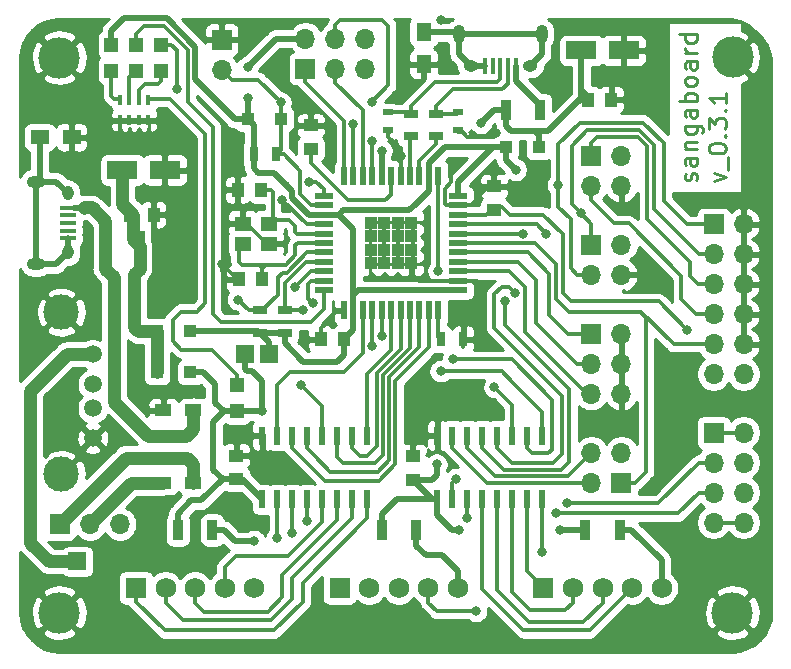
<source format=gtl>
G04 #@! TF.GenerationSoftware,KiCad,Pcbnew,5.1.5-52549c5~84~ubuntu18.04.1*
G04 #@! TF.CreationDate,2020-01-13T18:21:35+00:00*
G04 #@! TF.ProjectId,sangaboard_v0.3,73616e67-6162-46f6-9172-645f76302e33,0.3*
G04 #@! TF.SameCoordinates,Original*
G04 #@! TF.FileFunction,Copper,L1,Top*
G04 #@! TF.FilePolarity,Positive*
%FSLAX46Y46*%
G04 Gerber Fmt 4.6, Leading zero omitted, Abs format (unit mm)*
G04 Created by KiCad (PCBNEW 5.1.5-52549c5~84~ubuntu18.04.1) date 2020-01-13 18:21:35*
%MOMM*%
%LPD*%
G04 APERTURE LIST*
%ADD10C,0.250000*%
%ADD11R,1.200000X1.200000*%
%ADD12R,2.600000X1.600000*%
%ADD13R,1.100000X1.100000*%
%ADD14R,1.400000X1.000000*%
%ADD15C,1.750000*%
%ADD16R,1.750000X1.750000*%
%ADD17R,1.300000X1.500000*%
%ADD18R,1.500000X1.300000*%
%ADD19R,0.600000X1.550000*%
%ADD20R,0.400000X0.900000*%
%ADD21R,1.125000X1.125000*%
%ADD22R,1.500000X0.550000*%
%ADD23R,0.550000X1.500000*%
%ADD24R,1.000000X1.250000*%
%ADD25R,1.250000X1.000000*%
%ADD26R,0.900000X1.700000*%
%ADD27R,1.300000X0.700000*%
%ADD28R,0.700000X1.300000*%
%ADD29R,0.900000X0.500000*%
%ADD30R,1.500000X1.500000*%
%ADD31R,1.350000X0.400000*%
%ADD32O,0.950000X1.250000*%
%ADD33O,1.550000X1.000000*%
%ADD34C,3.000000*%
%ADD35C,1.500000*%
%ADD36O,1.700000X1.700000*%
%ADD37R,1.700000X1.700000*%
%ADD38O,1.000000X1.550000*%
%ADD39O,1.250000X0.950000*%
%ADD40R,0.400000X1.350000*%
%ADD41C,3.500000*%
%ADD42R,0.900000X2.500000*%
%ADD43R,1.400000X1.200000*%
%ADD44C,0.800000*%
%ADD45C,0.300000*%
%ADD46C,0.530000*%
%ADD47C,1.060000*%
%ADD48C,0.800000*%
%ADD49C,0.500000*%
%ADD50C,0.254000*%
G04 APERTURE END LIST*
D10*
X157907142Y-59401785D02*
X157978571Y-59258928D01*
X157978571Y-58973214D01*
X157907142Y-58830357D01*
X157764285Y-58758928D01*
X157692857Y-58758928D01*
X157550000Y-58830357D01*
X157478571Y-58973214D01*
X157478571Y-59187500D01*
X157407142Y-59330357D01*
X157264285Y-59401785D01*
X157192857Y-59401785D01*
X157050000Y-59330357D01*
X156978571Y-59187500D01*
X156978571Y-58973214D01*
X157050000Y-58830357D01*
X157978571Y-57473214D02*
X157192857Y-57473214D01*
X157050000Y-57544642D01*
X156978571Y-57687500D01*
X156978571Y-57973214D01*
X157050000Y-58116071D01*
X157907142Y-57473214D02*
X157978571Y-57616071D01*
X157978571Y-57973214D01*
X157907142Y-58116071D01*
X157764285Y-58187500D01*
X157621428Y-58187500D01*
X157478571Y-58116071D01*
X157407142Y-57973214D01*
X157407142Y-57616071D01*
X157335714Y-57473214D01*
X156978571Y-56758928D02*
X157978571Y-56758928D01*
X157121428Y-56758928D02*
X157050000Y-56687500D01*
X156978571Y-56544642D01*
X156978571Y-56330357D01*
X157050000Y-56187500D01*
X157192857Y-56116071D01*
X157978571Y-56116071D01*
X156978571Y-54758928D02*
X158192857Y-54758928D01*
X158335714Y-54830357D01*
X158407142Y-54901785D01*
X158478571Y-55044642D01*
X158478571Y-55258928D01*
X158407142Y-55401785D01*
X157907142Y-54758928D02*
X157978571Y-54901785D01*
X157978571Y-55187500D01*
X157907142Y-55330357D01*
X157835714Y-55401785D01*
X157692857Y-55473214D01*
X157264285Y-55473214D01*
X157121428Y-55401785D01*
X157050000Y-55330357D01*
X156978571Y-55187500D01*
X156978571Y-54901785D01*
X157050000Y-54758928D01*
X157978571Y-53401785D02*
X157192857Y-53401785D01*
X157050000Y-53473214D01*
X156978571Y-53616071D01*
X156978571Y-53901785D01*
X157050000Y-54044642D01*
X157907142Y-53401785D02*
X157978571Y-53544642D01*
X157978571Y-53901785D01*
X157907142Y-54044642D01*
X157764285Y-54116071D01*
X157621428Y-54116071D01*
X157478571Y-54044642D01*
X157407142Y-53901785D01*
X157407142Y-53544642D01*
X157335714Y-53401785D01*
X157978571Y-52687500D02*
X156478571Y-52687500D01*
X157050000Y-52687500D02*
X156978571Y-52544642D01*
X156978571Y-52258928D01*
X157050000Y-52116071D01*
X157121428Y-52044642D01*
X157264285Y-51973214D01*
X157692857Y-51973214D01*
X157835714Y-52044642D01*
X157907142Y-52116071D01*
X157978571Y-52258928D01*
X157978571Y-52544642D01*
X157907142Y-52687500D01*
X157978571Y-51116071D02*
X157907142Y-51258928D01*
X157835714Y-51330357D01*
X157692857Y-51401785D01*
X157264285Y-51401785D01*
X157121428Y-51330357D01*
X157050000Y-51258928D01*
X156978571Y-51116071D01*
X156978571Y-50901785D01*
X157050000Y-50758928D01*
X157121428Y-50687500D01*
X157264285Y-50616071D01*
X157692857Y-50616071D01*
X157835714Y-50687500D01*
X157907142Y-50758928D01*
X157978571Y-50901785D01*
X157978571Y-51116071D01*
X157978571Y-49330357D02*
X157192857Y-49330357D01*
X157050000Y-49401785D01*
X156978571Y-49544642D01*
X156978571Y-49830357D01*
X157050000Y-49973214D01*
X157907142Y-49330357D02*
X157978571Y-49473214D01*
X157978571Y-49830357D01*
X157907142Y-49973214D01*
X157764285Y-50044642D01*
X157621428Y-50044642D01*
X157478571Y-49973214D01*
X157407142Y-49830357D01*
X157407142Y-49473214D01*
X157335714Y-49330357D01*
X157978571Y-48616071D02*
X156978571Y-48616071D01*
X157264285Y-48616071D02*
X157121428Y-48544642D01*
X157050000Y-48473214D01*
X156978571Y-48330357D01*
X156978571Y-48187500D01*
X157978571Y-47044642D02*
X156478571Y-47044642D01*
X157907142Y-47044642D02*
X157978571Y-47187500D01*
X157978571Y-47473214D01*
X157907142Y-47616071D01*
X157835714Y-47687500D01*
X157692857Y-47758928D01*
X157264285Y-47758928D01*
X157121428Y-47687500D01*
X157050000Y-47616071D01*
X156978571Y-47473214D01*
X156978571Y-47187500D01*
X157050000Y-47044642D01*
X159478571Y-59473214D02*
X160478571Y-59116071D01*
X159478571Y-58758928D01*
X160621428Y-58544642D02*
X160621428Y-57401785D01*
X158978571Y-56758928D02*
X158978571Y-56616071D01*
X159050000Y-56473214D01*
X159121428Y-56401785D01*
X159264285Y-56330357D01*
X159550000Y-56258928D01*
X159907142Y-56258928D01*
X160192857Y-56330357D01*
X160335714Y-56401785D01*
X160407142Y-56473214D01*
X160478571Y-56616071D01*
X160478571Y-56758928D01*
X160407142Y-56901785D01*
X160335714Y-56973214D01*
X160192857Y-57044642D01*
X159907142Y-57116071D01*
X159550000Y-57116071D01*
X159264285Y-57044642D01*
X159121428Y-56973214D01*
X159050000Y-56901785D01*
X158978571Y-56758928D01*
X160335714Y-55616071D02*
X160407142Y-55544642D01*
X160478571Y-55616071D01*
X160407142Y-55687500D01*
X160335714Y-55616071D01*
X160478571Y-55616071D01*
X158978571Y-55044642D02*
X158978571Y-54116071D01*
X159550000Y-54616071D01*
X159550000Y-54401785D01*
X159621428Y-54258928D01*
X159692857Y-54187500D01*
X159835714Y-54116071D01*
X160192857Y-54116071D01*
X160335714Y-54187500D01*
X160407142Y-54258928D01*
X160478571Y-54401785D01*
X160478571Y-54830357D01*
X160407142Y-54973214D01*
X160335714Y-55044642D01*
X160335714Y-53473214D02*
X160407142Y-53401785D01*
X160478571Y-53473214D01*
X160407142Y-53544642D01*
X160335714Y-53473214D01*
X160478571Y-53473214D01*
X160478571Y-51973214D02*
X160478571Y-52830357D01*
X160478571Y-52401785D02*
X158978571Y-52401785D01*
X159192857Y-52544642D01*
X159335714Y-52687500D01*
X159407142Y-52830357D01*
D11*
X112600000Y-50100000D03*
X112600000Y-47900000D03*
D12*
X112940000Y-58520000D03*
X109340000Y-58520000D03*
X151800000Y-48400000D03*
X148200000Y-48400000D03*
D13*
X141800000Y-56600000D03*
X144600000Y-56600000D03*
X112300000Y-72150000D03*
X115100000Y-72150000D03*
X112300000Y-75650000D03*
X115100000Y-75650000D03*
X119950000Y-54200000D03*
X122750000Y-54200000D03*
D14*
X112810000Y-78850000D03*
X115350000Y-78850000D03*
X115350000Y-85000000D03*
X112810000Y-85000000D03*
D15*
X120500000Y-93900000D03*
X118000000Y-93900000D03*
X115500000Y-93900000D03*
X113000000Y-93900000D03*
D16*
X110500000Y-93900000D03*
D15*
X137750000Y-93900000D03*
X135250000Y-93900000D03*
X132750000Y-93900000D03*
X130250000Y-93900000D03*
D16*
X127750000Y-93900000D03*
X145000000Y-93900000D03*
D15*
X147500000Y-93900000D03*
X150000000Y-93900000D03*
X152500000Y-93900000D03*
X155000000Y-93900000D03*
D17*
X134850000Y-49550000D03*
X134850000Y-46850000D03*
D18*
X105050000Y-55750000D03*
X102350000Y-55750000D03*
D19*
X130080000Y-81000000D03*
X128810000Y-81000000D03*
X127540000Y-81000000D03*
X126270000Y-81000000D03*
X125000000Y-81000000D03*
X123730000Y-81000000D03*
X122460000Y-81000000D03*
X121190000Y-81000000D03*
X121190000Y-86400000D03*
X122460000Y-86400000D03*
X123730000Y-86400000D03*
X125000000Y-86400000D03*
X126270000Y-86400000D03*
X127540000Y-86400000D03*
X128810000Y-86400000D03*
X130080000Y-86400000D03*
X144890000Y-86400000D03*
X143620000Y-86400000D03*
X142350000Y-86400000D03*
X141080000Y-86400000D03*
X139810000Y-86400000D03*
X138540000Y-86400000D03*
X137270000Y-86400000D03*
X136000000Y-86400000D03*
X136000000Y-81000000D03*
X137270000Y-81000000D03*
X138540000Y-81000000D03*
X139810000Y-81000000D03*
X141080000Y-81000000D03*
X142350000Y-81000000D03*
X143620000Y-81000000D03*
X144890000Y-81000000D03*
D20*
X109150000Y-54300000D03*
X109950000Y-54300000D03*
X110750000Y-54300000D03*
X111550000Y-54300000D03*
X109150000Y-52600000D03*
X111550000Y-52600000D03*
X109950000Y-52600000D03*
X110750000Y-52600000D03*
D21*
X133787500Y-63012500D03*
X132662500Y-63012500D03*
X131537500Y-63012500D03*
X130412500Y-63012500D03*
X133787500Y-64137500D03*
X132662500Y-64137500D03*
X131537500Y-64137500D03*
X130412500Y-64137500D03*
X133787500Y-65262500D03*
X132662500Y-65262500D03*
X131537500Y-65262500D03*
X130412500Y-65262500D03*
X133787500Y-66387500D03*
X132662500Y-66387500D03*
X131537500Y-66387500D03*
X130412500Y-66387500D03*
D22*
X137800000Y-60700000D03*
X137800000Y-61500000D03*
X137800000Y-62300000D03*
X137800000Y-63100000D03*
X137800000Y-63900000D03*
X137800000Y-64700000D03*
X137800000Y-65500000D03*
X137800000Y-66300000D03*
X137800000Y-67100000D03*
X137800000Y-67900000D03*
X137800000Y-68700000D03*
D23*
X136100000Y-70400000D03*
X135300000Y-70400000D03*
X134500000Y-70400000D03*
X133700000Y-70400000D03*
X132900000Y-70400000D03*
X132100000Y-70400000D03*
X131300000Y-70400000D03*
X130500000Y-70400000D03*
X129700000Y-70400000D03*
X128900000Y-70400000D03*
X128100000Y-70400000D03*
D22*
X126400000Y-68700000D03*
X126400000Y-67900000D03*
X126400000Y-67100000D03*
X126400000Y-66300000D03*
X126400000Y-65500000D03*
X126400000Y-64700000D03*
X126400000Y-63900000D03*
X126400000Y-63100000D03*
X126400000Y-62300000D03*
X126400000Y-61500000D03*
X126400000Y-60700000D03*
D23*
X128100000Y-59000000D03*
X128900000Y-59000000D03*
X129700000Y-59000000D03*
X130500000Y-59000000D03*
X131300000Y-59000000D03*
X132100000Y-59000000D03*
X132900000Y-59000000D03*
X133700000Y-59000000D03*
X134500000Y-59000000D03*
X135300000Y-59000000D03*
X136100000Y-59000000D03*
D24*
X119200000Y-67750000D03*
X121200000Y-67750000D03*
X121100000Y-60200000D03*
X119100000Y-60200000D03*
D25*
X125300000Y-56750000D03*
X125300000Y-54750000D03*
D24*
X126150000Y-72850000D03*
X128150000Y-72850000D03*
D25*
X119000000Y-82700000D03*
X119000000Y-84700000D03*
X133950000Y-84750000D03*
X133950000Y-82750000D03*
D26*
X114050000Y-89000000D03*
X116950000Y-89000000D03*
X131350000Y-89000000D03*
X134250000Y-89000000D03*
X151450000Y-89000000D03*
X148550000Y-89000000D03*
X144700000Y-53400000D03*
X141800000Y-53400000D03*
D27*
X123100000Y-72300000D03*
X123100000Y-70400000D03*
X121000000Y-72300000D03*
X121000000Y-70400000D03*
X133800000Y-55650000D03*
X133800000Y-53750000D03*
X135900000Y-53750000D03*
X135900000Y-55650000D03*
D28*
X122350000Y-57200000D03*
X120450000Y-57200000D03*
X138200000Y-72850000D03*
X136300000Y-72850000D03*
D29*
X131850000Y-53650000D03*
X131850000Y-55150000D03*
X137800000Y-55150000D03*
X137800000Y-53650000D03*
D30*
X119700000Y-74070000D03*
X121790000Y-74070000D03*
X105540000Y-91660000D03*
D11*
X108400000Y-50100000D03*
X108400000Y-47900000D03*
X110500000Y-47900000D03*
X110500000Y-50100000D03*
X119050000Y-78950000D03*
X119050000Y-76750000D03*
D31*
X104750000Y-61700000D03*
X104750000Y-62350000D03*
X104750000Y-63000000D03*
X104750000Y-63650000D03*
X104750000Y-64300000D03*
D32*
X104750000Y-60500000D03*
X104750000Y-65500000D03*
D33*
X102050000Y-59500000D03*
X102050000Y-66500000D03*
D34*
X104180000Y-70560000D03*
X104180000Y-84280000D03*
D35*
X106850000Y-74120000D03*
X106850000Y-76660000D03*
X106850000Y-78690000D03*
X106850000Y-81230000D03*
D36*
X151590000Y-77480000D03*
X149050000Y-77480000D03*
X151590000Y-74940000D03*
X149050000Y-74940000D03*
X151590000Y-72400000D03*
D37*
X149050000Y-72400000D03*
D36*
X151590000Y-59890000D03*
X149050000Y-59890000D03*
X151590000Y-57350000D03*
D37*
X149050000Y-57350000D03*
X149050000Y-64850000D03*
D36*
X151590000Y-64850000D03*
X149050000Y-67390000D03*
X151590000Y-67390000D03*
X161940000Y-75800000D03*
X159400000Y-75800000D03*
X161940000Y-73260000D03*
X159400000Y-73260000D03*
X161940000Y-70720000D03*
X159400000Y-70720000D03*
X161940000Y-68180000D03*
X159400000Y-68180000D03*
X161940000Y-65640000D03*
X159400000Y-65640000D03*
X161940000Y-63100000D03*
D37*
X159400000Y-63100000D03*
D36*
X109140000Y-88500000D03*
X106600000Y-88500000D03*
D37*
X104060000Y-88500000D03*
D36*
X149060000Y-82450000D03*
X151600000Y-82450000D03*
X149060000Y-84990000D03*
D37*
X151600000Y-84990000D03*
D36*
X161940000Y-88370000D03*
X159400000Y-88370000D03*
X161940000Y-85830000D03*
X159400000Y-85830000D03*
X161940000Y-83290000D03*
X159400000Y-83290000D03*
X161940000Y-80750000D03*
D37*
X159400000Y-80750000D03*
X124850000Y-49950000D03*
D36*
X124850000Y-47410000D03*
X127390000Y-49950000D03*
X127390000Y-47410000D03*
X129930000Y-49950000D03*
X129930000Y-47410000D03*
D38*
X137850000Y-47000000D03*
X144850000Y-47000000D03*
D39*
X138850000Y-49700000D03*
X143850000Y-49700000D03*
D40*
X140050000Y-49700000D03*
X140700000Y-49700000D03*
X141350000Y-49700000D03*
X142000000Y-49700000D03*
X142650000Y-49700000D03*
D41*
X104000000Y-49000000D03*
X161010000Y-48990000D03*
X104000000Y-96000000D03*
X161000000Y-96000000D03*
D36*
X117770000Y-50040000D03*
D37*
X117770000Y-47500000D03*
D42*
X107900000Y-64950000D03*
X110800000Y-64950000D03*
D43*
X119550000Y-63050000D03*
X121750000Y-63050000D03*
X121750000Y-64750000D03*
X119550000Y-64750000D03*
D25*
X140800000Y-61900000D03*
X140800000Y-59900000D03*
D24*
X112000000Y-62300000D03*
X110000000Y-62300000D03*
X148750000Y-52550000D03*
X150750000Y-52550000D03*
D44*
X157150000Y-72050000D03*
X139800000Y-73300000D03*
X137850000Y-76850000D03*
X122600000Y-83450000D03*
X110400000Y-73800000D03*
X112900000Y-63950000D03*
X140700000Y-58450000D03*
X124700000Y-72850000D03*
X132900000Y-57300000D03*
X141000000Y-55350000D03*
X122900000Y-61050000D03*
X136300000Y-45850000D03*
X122450000Y-50300000D03*
X118970000Y-57560000D03*
X117770000Y-66500000D03*
X154300000Y-51200000D03*
X106200000Y-53300000D03*
X133200000Y-50900000D03*
X119950000Y-49800000D03*
X119950000Y-52450000D03*
X142650000Y-58500000D03*
X131300000Y-56900000D03*
X139700000Y-54520000D03*
X121150000Y-78950000D03*
X121150000Y-78950000D03*
X135950000Y-83450000D03*
X146400000Y-89000000D03*
X137850000Y-89000000D03*
X110350000Y-68850000D03*
X122750000Y-52800000D03*
X130500000Y-56100000D03*
X130500000Y-56100000D03*
X113950000Y-51650000D03*
X120500000Y-89950000D03*
X124650000Y-70400000D03*
X119150000Y-69500000D03*
X123960000Y-68420000D03*
X146250000Y-59800000D03*
X125450000Y-69800000D03*
X125450000Y-69800000D03*
X148150000Y-62150000D03*
X147000000Y-86750000D03*
X137600000Y-84700000D03*
X146030000Y-87600000D03*
X138540000Y-87990000D03*
X128900000Y-54600000D03*
X130450000Y-52750000D03*
X144900000Y-90850000D03*
X139300000Y-95850000D03*
X122460000Y-89660000D03*
X123730000Y-89230000D03*
X125000000Y-88250000D03*
X125150000Y-59500000D03*
X124500000Y-76700000D03*
X141750000Y-69600000D03*
X143300000Y-63900000D03*
X145250000Y-63900000D03*
X142600000Y-68900000D03*
X140850000Y-76900000D03*
X136100000Y-67050000D03*
X131300000Y-72570000D03*
X137350000Y-74550000D03*
X136300000Y-75550000D03*
X130500000Y-73450000D03*
D45*
X140150000Y-62300000D02*
X140800000Y-61650000D01*
X137800000Y-62300000D02*
X140150000Y-62300000D01*
X157150000Y-72050000D02*
X157150000Y-72050000D01*
X141475000Y-61650000D02*
X140800000Y-61650000D01*
X142125000Y-62300000D02*
X141475000Y-61650000D01*
X157150000Y-72050000D02*
X154750000Y-69650000D01*
X154750000Y-69650000D02*
X147350000Y-69650000D01*
X147350000Y-69650000D02*
X146650000Y-68950000D01*
X146650000Y-68950000D02*
X146650000Y-63950000D01*
X146650000Y-63950000D02*
X145000000Y-62300000D01*
X145000000Y-62300000D02*
X142125000Y-62300000D01*
X133787500Y-67250000D02*
X133787500Y-66387500D01*
X134437500Y-67900000D02*
X133787500Y-67250000D01*
X137800000Y-67900000D02*
X134437500Y-67900000D01*
X137800000Y-67900000D02*
X139400000Y-67900000D01*
X138200000Y-72850000D02*
X138200000Y-73500000D01*
X126150000Y-71925000D02*
X127150000Y-70925000D01*
X126150000Y-72850000D02*
X126150000Y-71925000D01*
X127525000Y-70400000D02*
X128100000Y-70400000D01*
X127150000Y-70775000D02*
X127525000Y-70400000D01*
X127150000Y-70925000D02*
X127150000Y-70775000D01*
X138850000Y-61500000D02*
X139550000Y-60800000D01*
X137800000Y-61500000D02*
X138850000Y-61500000D01*
X140125000Y-60150000D02*
X140800000Y-60150000D01*
X139550000Y-60725000D02*
X140125000Y-60150000D01*
X139550000Y-60800000D02*
X139550000Y-60725000D01*
X132900000Y-57950000D02*
X132900000Y-59000000D01*
X132900000Y-56750000D02*
X132900000Y-57300000D01*
X131850000Y-55700000D02*
X132900000Y-56750000D01*
X131850000Y-55150000D02*
X131850000Y-55700000D01*
X132900000Y-57300000D02*
X132900000Y-57950000D01*
X136750000Y-61500000D02*
X136650000Y-61400000D01*
X137800000Y-61500000D02*
X136750000Y-61500000D01*
X137184990Y-59565011D02*
X137184990Y-58265010D01*
X136650000Y-61400000D02*
X136650000Y-60100001D01*
X136650000Y-60100001D02*
X137184990Y-59565011D01*
X137184990Y-58265010D02*
X137500000Y-57950000D01*
X138000000Y-55150000D02*
X138550000Y-55700000D01*
X137800000Y-55150000D02*
X138000000Y-55150000D01*
X138550000Y-55700000D02*
X140400000Y-55700000D01*
X119350000Y-62750000D02*
X119200000Y-62750000D01*
X121740000Y-64960000D02*
X119440000Y-62660000D01*
X122100000Y-65050000D02*
X121650000Y-65050000D01*
X124950000Y-63100000D02*
X126400000Y-63100000D01*
X122900000Y-61050000D02*
X124950000Y-63100000D01*
X131537500Y-63012500D02*
X131537500Y-66387500D01*
X132662500Y-63012500D02*
X132662500Y-66387500D01*
X117770000Y-67065685D02*
X117980000Y-67275685D01*
X117770000Y-66500000D02*
X117770000Y-67065685D01*
X117980000Y-67275685D02*
X117980000Y-68780000D01*
X119020000Y-67750000D02*
X117770000Y-66500000D01*
X119200000Y-67750000D02*
X119020000Y-67750000D01*
X121200000Y-67875000D02*
X121200000Y-67750000D01*
X124200000Y-64700000D02*
X124000000Y-64900000D01*
X119200000Y-66275000D02*
X119200000Y-65050000D01*
X126400000Y-64700000D02*
X124200000Y-64700000D01*
X124000000Y-65740000D02*
X123190000Y-66550000D01*
X124000000Y-64900000D02*
X124000000Y-65740000D01*
X119475000Y-66550000D02*
X119200000Y-66275000D01*
X120925000Y-66550000D02*
X120760000Y-66550000D01*
X121200000Y-66825000D02*
X120925000Y-66550000D01*
X120760000Y-66550000D02*
X119475000Y-66550000D01*
X121475000Y-66550000D02*
X121870000Y-66550000D01*
X121200000Y-66825000D02*
X121475000Y-66550000D01*
X121200000Y-67750000D02*
X121200000Y-66825000D01*
X123190000Y-66550000D02*
X121870000Y-66550000D01*
X121870000Y-66550000D02*
X120760000Y-66550000D01*
X122100000Y-61550000D02*
X122100000Y-62750000D01*
X122100000Y-60400000D02*
X122100000Y-61550000D01*
X121900000Y-60200000D02*
X122100000Y-60400000D01*
X121100000Y-60200000D02*
X121900000Y-60200000D01*
X123450000Y-62750000D02*
X122100000Y-62750000D01*
X123950000Y-63250000D02*
X123450000Y-62750000D01*
X123950000Y-63750000D02*
X123950000Y-63250000D01*
X124100000Y-63900000D02*
X123950000Y-63750000D01*
X126400000Y-63900000D02*
X124100000Y-63900000D01*
X125300000Y-57944998D02*
X125300000Y-56750000D01*
X127655002Y-60300000D02*
X127655002Y-60305002D01*
X127655002Y-60300000D02*
X125300000Y-57944998D01*
X127655002Y-60305002D02*
X128450000Y-61100000D01*
X128450000Y-61100000D02*
X131600000Y-61100000D01*
X132100000Y-60600000D02*
X132100000Y-59000000D01*
X131600000Y-61100000D02*
X132100000Y-60600000D01*
D46*
X128900000Y-72100000D02*
X128150000Y-72850000D01*
X128900000Y-70400000D02*
X128900000Y-72100000D01*
X128900000Y-69120000D02*
X128900000Y-70400000D01*
X127680000Y-62300000D02*
X128900000Y-63520000D01*
X126400000Y-62300000D02*
X127680000Y-62300000D01*
X135300000Y-59000000D02*
X135300000Y-60280000D01*
X121000000Y-72300000D02*
X123100000Y-72300000D01*
X123100000Y-73180000D02*
X124670000Y-74750000D01*
X123100000Y-72300000D02*
X123100000Y-73180000D01*
X124670000Y-74750000D02*
X127550000Y-74750000D01*
X128150000Y-74150000D02*
X128150000Y-72850000D01*
X127550000Y-74750000D02*
X128150000Y-74150000D01*
X120850000Y-72150000D02*
X121000000Y-72300000D01*
X115100000Y-72150000D02*
X120850000Y-72150000D01*
X120450000Y-58380000D02*
X120820000Y-58750000D01*
X120450000Y-57200000D02*
X120450000Y-58380000D01*
X120820000Y-58750000D02*
X122200000Y-58750000D01*
X137800000Y-59520000D02*
X140720000Y-56600000D01*
X137800000Y-60700000D02*
X137800000Y-59520000D01*
X141800000Y-56600000D02*
X141800000Y-57680000D01*
X141800000Y-57680000D02*
X142570000Y-58450000D01*
X120450000Y-54700000D02*
X119950000Y-54200000D01*
X120450000Y-57200000D02*
X120450000Y-54700000D01*
X118870000Y-54200000D02*
X119950000Y-54200000D01*
X108400000Y-47900000D02*
X108400000Y-46770000D01*
X108400000Y-46770000D02*
X109485010Y-45684990D01*
X109485010Y-45684990D02*
X113084747Y-45684990D01*
X113084747Y-45684990D02*
X115520000Y-48120243D01*
X115520000Y-48120243D02*
X115520000Y-50850000D01*
X115520000Y-50850000D02*
X118870000Y-54200000D01*
X133650000Y-61930000D02*
X134180000Y-61400000D01*
X128050000Y-61930000D02*
X133650000Y-61930000D01*
X135300000Y-60280000D02*
X134180000Y-61400000D01*
X128050000Y-61930000D02*
X127680000Y-62300000D01*
X136850000Y-68700000D02*
X136050000Y-68700000D01*
X137800000Y-68700000D02*
X136850000Y-68700000D01*
X136850000Y-68700000D02*
X129320000Y-68700000D01*
X129320000Y-68700000D02*
X128900000Y-69120000D01*
X128900000Y-63520000D02*
X128900000Y-69120000D01*
X119950000Y-54200000D02*
X119950000Y-53120000D01*
X119950000Y-53120000D02*
X119950000Y-52450000D01*
X124850000Y-47410000D02*
X122340000Y-47410000D01*
X122340000Y-47410000D02*
X119950000Y-49800000D01*
X119950000Y-49800000D02*
X119950000Y-49800000D01*
X119950000Y-52450000D02*
X119950000Y-52450000D01*
X142650000Y-58500000D02*
X142650000Y-58500000D01*
X140720000Y-56600000D02*
X141800000Y-56600000D01*
X136637998Y-56600000D02*
X140720000Y-56600000D01*
X135300000Y-57937998D02*
X136637998Y-56600000D01*
X135300000Y-59000000D02*
X135300000Y-57937998D01*
X122800000Y-59350000D02*
X123750000Y-60300000D01*
X122800000Y-59350000D02*
X123250000Y-59800000D01*
X122200000Y-58750000D02*
X122800000Y-59350000D01*
X125180202Y-62300000D02*
X127680000Y-62300000D01*
X123750000Y-60869798D02*
X125180202Y-62300000D01*
X123750000Y-60300000D02*
X123750000Y-60869798D01*
X121790000Y-73090000D02*
X121000000Y-72300000D01*
X121790000Y-74070000D02*
X121790000Y-73090000D01*
X144600000Y-55520000D02*
X144600000Y-56600000D01*
X144280000Y-55200000D02*
X144600000Y-55520000D01*
X141800000Y-54780000D02*
X142220000Y-55200000D01*
X141800000Y-53400000D02*
X141800000Y-54780000D01*
X148200000Y-51750000D02*
X149000000Y-52550000D01*
X143800000Y-55200000D02*
X144280000Y-55200000D01*
X142220000Y-55200000D02*
X143800000Y-55200000D01*
X131300000Y-59000000D02*
X131300000Y-57720000D01*
X131300000Y-57720000D02*
X131300000Y-56900000D01*
X131300000Y-56900000D02*
X131300000Y-56900000D01*
X140820000Y-53400000D02*
X139700000Y-54520000D01*
X141800000Y-53400000D02*
X140820000Y-53400000D01*
X139700000Y-54520000D02*
X139700000Y-54520000D01*
X145420000Y-55200000D02*
X143800000Y-55200000D01*
X149000000Y-52550000D02*
X148070000Y-52550000D01*
X148200000Y-52420000D02*
X147400000Y-53220000D01*
X148200000Y-49800000D02*
X148200000Y-52420000D01*
X147400000Y-53220000D02*
X145420000Y-55200000D01*
X148070000Y-52550000D02*
X147400000Y-53220000D01*
X148200000Y-49800000D02*
X148200000Y-51750000D01*
X148200000Y-48400000D02*
X148200000Y-49800000D01*
X119490000Y-84700000D02*
X121190000Y-86400000D01*
X119000000Y-84700000D02*
X119490000Y-84700000D01*
X135600000Y-86400000D02*
X133950000Y-84750000D01*
X136000000Y-86400000D02*
X135600000Y-86400000D01*
X117050000Y-83905000D02*
X117845000Y-84700000D01*
X117050000Y-79820000D02*
X117050000Y-83905000D01*
X117920000Y-78950000D02*
X117050000Y-79820000D01*
X114050000Y-87620000D02*
X115170000Y-86500000D01*
X114050000Y-89000000D02*
X114050000Y-87620000D01*
X117845000Y-84700000D02*
X119000000Y-84700000D01*
X116045000Y-86500000D02*
X117845000Y-84700000D01*
X115170000Y-86500000D02*
X116045000Y-86500000D01*
X135170000Y-86400000D02*
X136000000Y-86400000D01*
X132570000Y-86400000D02*
X135170000Y-86400000D01*
X131350000Y-87620000D02*
X132570000Y-86400000D01*
X131350000Y-89000000D02*
X131350000Y-87620000D01*
X121150000Y-78950000D02*
X121150000Y-78950000D01*
X121150000Y-78950000D02*
X121150000Y-78950000D01*
X135950000Y-83905000D02*
X135950000Y-83450000D01*
X135950000Y-83450000D02*
X135950000Y-83905000D01*
X135950000Y-84350000D02*
X135950000Y-83450000D01*
X133950000Y-84750000D02*
X135550000Y-84750000D01*
X135550000Y-84750000D02*
X135950000Y-84350000D01*
X148550000Y-89000000D02*
X147570000Y-89000000D01*
X147570000Y-89000000D02*
X146400000Y-89000000D01*
X146400000Y-89000000D02*
X146400000Y-89000000D01*
X136000000Y-86400000D02*
X136000000Y-87705000D01*
X137284315Y-89000000D02*
X137100000Y-88815685D01*
X137850000Y-89000000D02*
X137284315Y-89000000D01*
X137100000Y-88805000D02*
X136000000Y-87705000D01*
X137100000Y-88815685D02*
X137100000Y-88805000D01*
X116180000Y-75650000D02*
X117200000Y-76670000D01*
X115100000Y-75650000D02*
X116180000Y-75650000D01*
X117200000Y-78230000D02*
X117920000Y-78950000D01*
X117200000Y-76670000D02*
X117200000Y-78230000D01*
X119700000Y-75350000D02*
X119700000Y-74070000D01*
X121150000Y-78384315D02*
X121160000Y-78374315D01*
X121160000Y-78374315D02*
X121160000Y-76420000D01*
X121160000Y-76420000D02*
X120300000Y-75560000D01*
X120300000Y-75560000D02*
X119910000Y-75560000D01*
X121150000Y-78950000D02*
X121150000Y-78384315D01*
X119910000Y-75560000D02*
X119700000Y-75350000D01*
X117920000Y-78950000D02*
X119050000Y-78950000D01*
X119050000Y-78950000D02*
X121150000Y-78950000D01*
D47*
X110690000Y-72150000D02*
X110350000Y-71810000D01*
X112300000Y-72150000D02*
X110690000Y-72150000D01*
X112300000Y-75650000D02*
X112300000Y-72150000D01*
X110350000Y-67310000D02*
X110350000Y-68850000D01*
X110800000Y-66860000D02*
X110350000Y-67310000D01*
X110800000Y-64950000D02*
X110800000Y-66860000D01*
X110350000Y-71810000D02*
X110350000Y-68850000D01*
X105540000Y-91660000D02*
X103120000Y-91660000D01*
X103120000Y-91660000D02*
X101560000Y-90100000D01*
X101560000Y-90100000D02*
X101560000Y-77200000D01*
X104650000Y-74110000D02*
X106850000Y-74110000D01*
X101560000Y-77200000D02*
X104650000Y-74110000D01*
X109350000Y-61400000D02*
X110250000Y-62300000D01*
X109350000Y-58600000D02*
X109350000Y-61400000D01*
X110250000Y-64400000D02*
X110250000Y-62300000D01*
X110800000Y-64950000D02*
X110250000Y-64400000D01*
D45*
X122750000Y-56800000D02*
X122350000Y-57200000D01*
X122750000Y-54200000D02*
X122750000Y-56800000D01*
X125350000Y-61500000D02*
X126400000Y-61500000D01*
X124400000Y-60550000D02*
X125350000Y-61500000D01*
X124400000Y-58600000D02*
X124400000Y-60550000D01*
X123000000Y-57200000D02*
X124400000Y-58600000D01*
X122350000Y-57200000D02*
X123000000Y-57200000D01*
X118599999Y-50899999D02*
X120849999Y-50899999D01*
X117750000Y-50050000D02*
X118599999Y-50899999D01*
X122750000Y-52800000D02*
X122750000Y-52800000D01*
X120849999Y-50899999D02*
X122750000Y-52800000D01*
X122750000Y-52800000D02*
X122750000Y-54200000D01*
X108400000Y-51000000D02*
X108400000Y-50100000D01*
X108400000Y-52250000D02*
X108400000Y-51000000D01*
X108650000Y-52500000D02*
X108400000Y-52250000D01*
X109150000Y-52500000D02*
X108650000Y-52500000D01*
X109950000Y-50650000D02*
X110500000Y-50100000D01*
X109950000Y-52500000D02*
X109950000Y-50650000D01*
X126400000Y-68700000D02*
X126150000Y-68700000D01*
X112830002Y-46300000D02*
X111200000Y-46300000D01*
X113680002Y-47180002D02*
X113680002Y-47150000D01*
X114900000Y-48400000D02*
X113680002Y-47180002D01*
X114900000Y-52749990D02*
X114900000Y-48400000D01*
X126400000Y-68700000D02*
X126400000Y-70300000D01*
X110500000Y-47000000D02*
X110500000Y-47900000D01*
X126400000Y-70300000D02*
X125300000Y-71400000D01*
X113680002Y-47150000D02*
X112830002Y-46300000D01*
X125300000Y-71400000D02*
X117710000Y-71400000D01*
X111200000Y-46300000D02*
X110500000Y-47000000D01*
X117710000Y-71400000D02*
X117010000Y-70700000D01*
X117010000Y-70700000D02*
X117010000Y-54859990D01*
X117010000Y-54859990D02*
X114900000Y-52749990D01*
X113500000Y-47900000D02*
X113950000Y-48350000D01*
X112600000Y-47900000D02*
X113500000Y-47900000D01*
X113950000Y-48350000D02*
X113950000Y-51650000D01*
X113950000Y-51650000D02*
X113950000Y-51650000D01*
X130500000Y-59000000D02*
X130500000Y-57950000D01*
X130500000Y-57950000D02*
X130500000Y-56000000D01*
X110750000Y-51750000D02*
X111300000Y-51200000D01*
X110750000Y-52500000D02*
X110750000Y-51750000D01*
X112600000Y-51000000D02*
X112600000Y-50100000D01*
X112400000Y-51200000D02*
X112600000Y-51000000D01*
X111300000Y-51200000D02*
X112400000Y-51200000D01*
X116950000Y-73750000D02*
X119050000Y-75850000D01*
X114350000Y-73750000D02*
X116950000Y-73750000D01*
X113600000Y-71200000D02*
X113600000Y-73000000D01*
X113600000Y-73000000D02*
X114350000Y-73750000D01*
X111550000Y-52500000D02*
X113350000Y-52500000D01*
X113350000Y-52500000D02*
X116350000Y-55500000D01*
X119050000Y-75850000D02*
X119050000Y-76750000D01*
X116350000Y-55500000D02*
X116350000Y-69800000D01*
X116350000Y-69800000D02*
X115650000Y-70500000D01*
X115650000Y-70500000D02*
X114300000Y-70500000D01*
X114300000Y-70500000D02*
X113600000Y-71200000D01*
D48*
X107900000Y-64950000D02*
X107900000Y-64550000D01*
D47*
X107900000Y-64550000D02*
X107900000Y-62850000D01*
X107890000Y-62840000D02*
X106740000Y-61690000D01*
X115350000Y-80410000D02*
X115350000Y-78850000D01*
X107900000Y-66860000D02*
X108650000Y-67610000D01*
X107900000Y-64500000D02*
X107900000Y-66860000D01*
X108650000Y-67610000D02*
X108650000Y-78150000D01*
X108650000Y-78150000D02*
X111550000Y-81050000D01*
X111550000Y-81050000D02*
X114710000Y-81050000D01*
X114710000Y-81050000D02*
X115350000Y-80410000D01*
X106090000Y-61690000D02*
X106080000Y-61700000D01*
X106740000Y-61690000D02*
X106090000Y-61690000D01*
D49*
X105240000Y-61700000D02*
X106080000Y-61700000D01*
X106080000Y-61700000D02*
X106340000Y-61700000D01*
D47*
X115350000Y-83440000D02*
X114810000Y-82900000D01*
X115350000Y-85000000D02*
X115350000Y-83440000D01*
X109660000Y-82900000D02*
X104060000Y-88500000D01*
X114810000Y-82900000D02*
X109660000Y-82900000D01*
X110100000Y-85000000D02*
X112810000Y-85000000D01*
X106600000Y-88500000D02*
X110100000Y-85000000D01*
D46*
X117930000Y-89000000D02*
X118880000Y-89950000D01*
X116950000Y-89000000D02*
X117930000Y-89000000D01*
X118880000Y-89950000D02*
X120500000Y-89950000D01*
X120500000Y-89950000D02*
X120500000Y-89950000D01*
X134250000Y-88600000D02*
X134250000Y-89000000D01*
X137750000Y-92500000D02*
X137750000Y-93900000D01*
X136400000Y-91150000D02*
X137750000Y-92500000D01*
X135020000Y-91150000D02*
X136400000Y-91150000D01*
X134250000Y-89000000D02*
X134250000Y-90380000D01*
X134250000Y-90380000D02*
X135020000Y-91150000D01*
X151450000Y-89000000D02*
X151450000Y-89400000D01*
X155000000Y-92662564D02*
X155000000Y-93900000D01*
X155000000Y-91570000D02*
X155000000Y-92662564D01*
X152430000Y-89000000D02*
X155000000Y-91570000D01*
X151450000Y-89000000D02*
X152430000Y-89000000D01*
X142665001Y-50747001D02*
X142665001Y-49700000D01*
X142665001Y-50965001D02*
X142665001Y-50747001D01*
X144700000Y-53000000D02*
X142665001Y-50965001D01*
X144700000Y-53400000D02*
X144700000Y-53000000D01*
X103750000Y-59500000D02*
X104750000Y-60500000D01*
X102050000Y-59500000D02*
X103750000Y-59500000D01*
X103750000Y-66500000D02*
X104750000Y-65500000D01*
X102050000Y-66500000D02*
X103750000Y-66500000D01*
X102050000Y-60530000D02*
X102050000Y-66500000D01*
X102050000Y-59500000D02*
X102050000Y-60530000D01*
X104750000Y-65500000D02*
X104750000Y-64600000D01*
X104750000Y-64600000D02*
X104750000Y-64315001D01*
X102350000Y-59200000D02*
X102050000Y-59500000D01*
X102350000Y-55750000D02*
X102350000Y-59200000D01*
D45*
X143650000Y-65500000D02*
X137800000Y-65500000D01*
X145500000Y-67350000D02*
X143650000Y-65500000D01*
X145500000Y-70800000D02*
X145500000Y-67350000D01*
X147100000Y-72400000D02*
X145500000Y-70800000D01*
X149050000Y-72400000D02*
X147100000Y-72400000D01*
X147847919Y-74940000D02*
X144400000Y-71492081D01*
X149050000Y-74940000D02*
X147847919Y-74940000D01*
X144400000Y-71492081D02*
X144400000Y-67850000D01*
X142850000Y-66300000D02*
X137800000Y-66300000D01*
X144400000Y-67850000D02*
X142850000Y-66300000D01*
X148680000Y-77480000D02*
X149050000Y-77480000D01*
X143450000Y-72250000D02*
X148680000Y-77480000D01*
X143450000Y-68450000D02*
X143450000Y-72250000D01*
X137800000Y-67100000D02*
X142100000Y-67100000D01*
X142100000Y-67100000D02*
X143450000Y-68450000D01*
X158050000Y-68180000D02*
X159400000Y-68180000D01*
X157400000Y-67530000D02*
X158050000Y-68180000D01*
X157400000Y-66350000D02*
X157400000Y-67530000D01*
X149050000Y-57350000D02*
X149050000Y-56200000D01*
X149500000Y-55750000D02*
X153000000Y-55750000D01*
X153000000Y-55750000D02*
X153750000Y-56500000D01*
X153750000Y-56500000D02*
X153750000Y-62700000D01*
X149050000Y-56200000D02*
X149500000Y-55750000D01*
X153750000Y-62700000D02*
X157400000Y-66350000D01*
X123100000Y-70400000D02*
X124050000Y-70400000D01*
X124050000Y-70400000D02*
X124650000Y-70400000D01*
X124650000Y-70400000D02*
X124650000Y-70400000D01*
X123100000Y-69090000D02*
X123100000Y-70400000D01*
X123100000Y-68054240D02*
X123100000Y-69090000D01*
X124854240Y-66300000D02*
X123100000Y-68054240D01*
X126400000Y-66300000D02*
X124854240Y-66300000D01*
X149050000Y-61092081D02*
X149050000Y-59890000D01*
X159400000Y-70720000D02*
X157920000Y-70720000D01*
X157920000Y-70720000D02*
X156650000Y-69450000D01*
X156650000Y-69450000D02*
X156650000Y-67487120D01*
X156650000Y-67487120D02*
X152200000Y-63037120D01*
X152200000Y-63037120D02*
X150995039Y-63037120D01*
X150995039Y-63037120D02*
X149050000Y-61092081D01*
X121000000Y-70400000D02*
X120050000Y-70400000D01*
X120050000Y-70400000D02*
X119150000Y-69500000D01*
X119150000Y-69500000D02*
X119150000Y-69500000D01*
X126400000Y-65500000D02*
X124947120Y-65500000D01*
X122910000Y-67200000D02*
X122500000Y-67610000D01*
X123247120Y-67200000D02*
X122910000Y-67200000D01*
X122500000Y-69100000D02*
X121200000Y-70400000D01*
X121200000Y-70400000D02*
X121000000Y-70400000D01*
X122500000Y-67610000D02*
X122500000Y-69100000D01*
X124947120Y-65500000D02*
X123247120Y-67200000D01*
X147847919Y-67390000D02*
X147300000Y-66842081D01*
X149050000Y-67390000D02*
X147847919Y-67390000D01*
X147300000Y-66842081D02*
X147300000Y-62700000D01*
X147300000Y-62700000D02*
X146250000Y-61650000D01*
X146250000Y-61650000D02*
X146250000Y-59800000D01*
X146250000Y-56350000D02*
X148100000Y-54500000D01*
X148100000Y-54500000D02*
X153450000Y-54500000D01*
X153450000Y-54500000D02*
X155200000Y-56250000D01*
X155200000Y-56250000D02*
X155200000Y-61150000D01*
X157150000Y-63100000D02*
X159400000Y-63100000D01*
X155200000Y-61150000D02*
X157150000Y-63100000D01*
X146250000Y-59800000D02*
X146250000Y-56350000D01*
X123890000Y-68560000D02*
X123890000Y-68690000D01*
X125280000Y-67100000D02*
X123960000Y-68420000D01*
X126400000Y-67100000D02*
X125280000Y-67100000D01*
X158197919Y-65640000D02*
X154350000Y-61792081D01*
X159400000Y-65640000D02*
X158197919Y-65640000D01*
X154350000Y-56392880D02*
X153107120Y-55150000D01*
X154350000Y-61792081D02*
X154350000Y-56392880D01*
X153107120Y-55150000D02*
X148700000Y-55150000D01*
X148700000Y-55150000D02*
X147400000Y-56450000D01*
X147400000Y-56450000D02*
X147400000Y-61400000D01*
X149050000Y-63050000D02*
X149050000Y-64850000D01*
X147400000Y-61400000D02*
X148150000Y-62150000D01*
X148150000Y-62150000D02*
X149050000Y-63050000D01*
X125350000Y-67900000D02*
X126400000Y-67900000D01*
X125050001Y-68199999D02*
X125350000Y-67900000D01*
X125050001Y-69400001D02*
X125050001Y-68199999D01*
X125450000Y-69800000D02*
X125050001Y-69400001D01*
X151600000Y-84990000D02*
X152750000Y-84990000D01*
X153690000Y-71040000D02*
X153690000Y-84050000D01*
X153150000Y-70500000D02*
X153690000Y-71040000D01*
X152900000Y-70500000D02*
X153150000Y-70500000D01*
X152750000Y-84990000D02*
X153690000Y-84050000D01*
X153250000Y-70500000D02*
X152900000Y-70500000D01*
X156010000Y-73260000D02*
X153250000Y-70500000D01*
X159400000Y-73260000D02*
X156010000Y-73260000D01*
X144250000Y-64700000D02*
X137800000Y-64700000D01*
X146050000Y-66500000D02*
X144250000Y-64700000D01*
X146050000Y-69400000D02*
X146050000Y-66500000D01*
X147150000Y-70500000D02*
X146050000Y-69400000D01*
X152900000Y-70500000D02*
X147150000Y-70500000D01*
X138540000Y-81000000D02*
X138540000Y-82075000D01*
X140115000Y-83650000D02*
X140365000Y-83900000D01*
X138540000Y-82075000D02*
X140115000Y-83650000D01*
X140915000Y-84450000D02*
X140115000Y-83650000D01*
X147060000Y-84450000D02*
X140915000Y-84450000D01*
X149060000Y-82450000D02*
X147060000Y-84450000D01*
X147857919Y-84990000D02*
X149060000Y-84990000D01*
X140185000Y-84990000D02*
X147857919Y-84990000D01*
X137270000Y-82075000D02*
X140185000Y-84990000D01*
X137270000Y-81000000D02*
X137270000Y-82075000D01*
X159400000Y-88370000D02*
X161940000Y-88370000D01*
X158197919Y-83290000D02*
X154737919Y-86750000D01*
X159400000Y-83290000D02*
X158197919Y-83290000D01*
X154737919Y-86750000D02*
X147000000Y-86750000D01*
X147000000Y-86750000D02*
X146850000Y-86750000D01*
X137600000Y-84700000D02*
X137270000Y-85030000D01*
X137270000Y-85030000D02*
X137600000Y-84700000D01*
X137270000Y-86400000D02*
X137270000Y-85030000D01*
X158197919Y-85830000D02*
X156427919Y-87600000D01*
X159400000Y-85830000D02*
X158197919Y-85830000D01*
X156427919Y-87600000D02*
X146800000Y-87600000D01*
X146800000Y-87600000D02*
X146800000Y-87600000D01*
X138540000Y-86400000D02*
X138540000Y-87990000D01*
X138540000Y-87990000D02*
X138540000Y-87990000D01*
X146800000Y-87600000D02*
X146030000Y-87600000D01*
X159400000Y-80750000D02*
X161940000Y-80750000D01*
X128900000Y-59000000D02*
X128900000Y-56900000D01*
X128900000Y-56900000D02*
X128900000Y-56800000D01*
X128900000Y-56900000D02*
X128900000Y-54600000D01*
X127390000Y-46207919D02*
X127797919Y-45800000D01*
X127390000Y-47410000D02*
X127390000Y-46207919D01*
X127797919Y-45800000D02*
X131350000Y-45800000D01*
X131350000Y-45800000D02*
X131850000Y-46300000D01*
X131850000Y-46300000D02*
X131850000Y-51350000D01*
X131850000Y-51350000D02*
X130450000Y-52750000D01*
X130450000Y-52750000D02*
X130450000Y-52750000D01*
X129700000Y-57950000D02*
X129700000Y-59000000D01*
X129700000Y-53462081D02*
X129700000Y-57950000D01*
X127390000Y-51152081D02*
X129700000Y-53462081D01*
X127390000Y-49950000D02*
X127390000Y-51152081D01*
X128100000Y-57950000D02*
X128100000Y-59000000D01*
X128100000Y-54350000D02*
X128100000Y-57950000D01*
X124850000Y-51100000D02*
X128100000Y-54350000D01*
X124850000Y-49950000D02*
X124850000Y-51100000D01*
D46*
X138850000Y-49700000D02*
X140034999Y-49700000D01*
X137850000Y-48700000D02*
X138850000Y-49700000D01*
X137850000Y-47000000D02*
X137850000Y-48700000D01*
X144850000Y-48700000D02*
X143850000Y-49700000D01*
X144850000Y-47000000D02*
X144850000Y-48700000D01*
X138880000Y-47000000D02*
X144850000Y-47000000D01*
X137850000Y-47000000D02*
X138880000Y-47000000D01*
X137700000Y-46850000D02*
X137850000Y-47000000D01*
X134850000Y-46850000D02*
X137700000Y-46850000D01*
D45*
X133800000Y-53100000D02*
X135800000Y-51100000D01*
X133800000Y-53750000D02*
X133800000Y-53100000D01*
X135800000Y-51100000D02*
X141100000Y-51100000D01*
X141350000Y-50850000D02*
X141350000Y-49700000D01*
X141100000Y-51100000D02*
X141350000Y-50850000D01*
X133700000Y-53650000D02*
X133800000Y-53750000D01*
X131850000Y-53650000D02*
X133700000Y-53650000D01*
X135900000Y-53100000D02*
X137300000Y-51700000D01*
X135900000Y-53750000D02*
X135900000Y-53100000D01*
X137300000Y-51700000D02*
X141500000Y-51700000D01*
X142000000Y-51200000D02*
X142000000Y-49700000D01*
X141500000Y-51700000D02*
X142000000Y-51200000D01*
X137700000Y-53750000D02*
X137800000Y-53650000D01*
X135900000Y-53750000D02*
X137700000Y-53750000D01*
X118000000Y-92150000D02*
X118000000Y-93900000D01*
X118950000Y-91200000D02*
X118000000Y-92150000D01*
X123350000Y-91200000D02*
X118950000Y-91200000D01*
X126270000Y-86400000D02*
X126270000Y-88280000D01*
X126270000Y-88280000D02*
X123350000Y-91200000D01*
X127540000Y-86400000D02*
X127540000Y-88110000D01*
X122850000Y-92800000D02*
X122850000Y-93400000D01*
X127540000Y-88110000D02*
X122850000Y-92800000D01*
X122850000Y-94700000D02*
X122850000Y-93400000D01*
X121650000Y-95900000D02*
X122850000Y-94700000D01*
X116262564Y-95900000D02*
X121650000Y-95900000D01*
X115500000Y-95137436D02*
X116262564Y-95900000D01*
X115500000Y-93900000D02*
X115500000Y-95137436D01*
X113000000Y-95137436D02*
X114512564Y-96650000D01*
X113000000Y-93900000D02*
X113000000Y-95137436D01*
X114512564Y-96650000D02*
X121900000Y-96650000D01*
X121900000Y-96650000D02*
X123750000Y-94800000D01*
X123750000Y-94800000D02*
X123750000Y-93050000D01*
X128810000Y-87990000D02*
X128810000Y-86400000D01*
X123750000Y-93050000D02*
X128810000Y-87990000D01*
X110500000Y-95075000D02*
X112925000Y-97500000D01*
X110500000Y-93900000D02*
X110500000Y-95075000D01*
X112925000Y-97500000D02*
X122200000Y-97500000D01*
X122200000Y-97500000D02*
X124600000Y-95100000D01*
X124600000Y-95100000D02*
X124600000Y-93500000D01*
X130080000Y-88020000D02*
X130080000Y-86400000D01*
X124600000Y-93500000D02*
X130080000Y-88020000D01*
X135250000Y-95137436D02*
X135962564Y-95850000D01*
X135250000Y-93900000D02*
X135250000Y-95137436D01*
X135962564Y-95850000D02*
X139300000Y-95850000D01*
X144900000Y-90850000D02*
X144900000Y-90850000D01*
X139300000Y-95850000D02*
X139300000Y-95850000D01*
X144900000Y-86410000D02*
X144890000Y-86400000D01*
X144900000Y-90850000D02*
X144900000Y-86410000D01*
X122460000Y-86400000D02*
X122460000Y-89660000D01*
X122460000Y-89660000D02*
X122460000Y-89660000D01*
X123730000Y-86400000D02*
X123730000Y-89230000D01*
X123730000Y-89230000D02*
X123850000Y-89350000D01*
X123730000Y-89230000D02*
X123730000Y-89230000D01*
X125000000Y-86400000D02*
X125000000Y-88250000D01*
X125000000Y-88250000D02*
X125000000Y-88250000D01*
X145000000Y-93900000D02*
X145000000Y-93850000D01*
X143620000Y-92470000D02*
X143620000Y-86400000D01*
X145000000Y-93850000D02*
X143620000Y-92470000D01*
X147500000Y-95137436D02*
X146837436Y-95800000D01*
X147500000Y-93900000D02*
X147500000Y-95137436D01*
X146837436Y-95800000D02*
X143900000Y-95800000D01*
X142350000Y-94250000D02*
X142350000Y-86400000D01*
X143900000Y-95800000D02*
X142350000Y-94250000D01*
X150000000Y-95137436D02*
X148387436Y-96750000D01*
X150000000Y-93900000D02*
X150000000Y-95137436D01*
X148387436Y-96750000D02*
X143750000Y-96750000D01*
X141080000Y-94080000D02*
X141080000Y-86400000D01*
X143750000Y-96750000D02*
X141080000Y-94080000D01*
X152500000Y-93900000D02*
X148900000Y-97500000D01*
X148900000Y-97500000D02*
X143300000Y-97500000D01*
X139810000Y-94010000D02*
X139810000Y-86400000D01*
X143300000Y-97500000D02*
X139810000Y-94010000D01*
X133700000Y-55750000D02*
X133800000Y-55650000D01*
X133700000Y-59000000D02*
X133700000Y-55750000D01*
X134500000Y-59000000D02*
X134500000Y-57750000D01*
X135900000Y-56350000D02*
X135900000Y-55650000D01*
X134500000Y-57750000D02*
X135900000Y-56350000D01*
X136100000Y-72650000D02*
X136300000Y-72850000D01*
X136100000Y-70400000D02*
X136100000Y-72650000D01*
X132100000Y-70400000D02*
X132100000Y-71450000D01*
X130080000Y-81000000D02*
X130080000Y-80525000D01*
X130080000Y-76400000D02*
X130080000Y-81000000D01*
X130080000Y-75805760D02*
X130080000Y-76400000D01*
X132100000Y-73785760D02*
X130080000Y-75805760D01*
X132100000Y-70400000D02*
X132100000Y-73785760D01*
X128810000Y-81000000D02*
X128810000Y-80525000D01*
X128810000Y-82075000D02*
X128810000Y-81000000D01*
X129435000Y-82700000D02*
X128810000Y-82075000D01*
X130085002Y-82700000D02*
X129435000Y-82700000D01*
X130900000Y-81885002D02*
X130085002Y-82700000D01*
X130900000Y-75692880D02*
X130900000Y-81885002D01*
X132900000Y-73692880D02*
X130900000Y-75692880D01*
X132900000Y-70400000D02*
X132900000Y-73692880D01*
X133700000Y-71450000D02*
X133700000Y-70400000D01*
X133700000Y-73600000D02*
X133700000Y-71450000D01*
X131450000Y-75850000D02*
X133700000Y-73600000D01*
X131450000Y-82650000D02*
X131450000Y-75850000D01*
X130750000Y-83350000D02*
X131450000Y-82650000D01*
X128050000Y-83350000D02*
X130750000Y-83350000D01*
X127540000Y-82840000D02*
X128050000Y-83350000D01*
X127540000Y-81000000D02*
X127540000Y-82840000D01*
X126400000Y-60125000D02*
X125775000Y-59500000D01*
X126400000Y-60700000D02*
X126400000Y-60125000D01*
X125775000Y-59500000D02*
X125150000Y-59500000D01*
X125150000Y-59500000D02*
X125150000Y-59500000D01*
X126270000Y-78850000D02*
X126270000Y-78470000D01*
X126270000Y-78850000D02*
X126270000Y-78580000D01*
X126270000Y-81000000D02*
X126270000Y-78850000D01*
X126270000Y-78470000D02*
X124500000Y-76700000D01*
X124500000Y-76700000D02*
X124400000Y-76600000D01*
X125000000Y-82075000D02*
X125000000Y-81000000D01*
X125650000Y-82750000D02*
X125650000Y-82725000D01*
X126950000Y-84050000D02*
X125650000Y-82750000D01*
X130950000Y-84050000D02*
X126950000Y-84050000D01*
X131950010Y-83049990D02*
X130950000Y-84050000D01*
X125650000Y-82725000D02*
X125000000Y-82075000D01*
X131950010Y-76057110D02*
X131950010Y-83049990D01*
X134500000Y-73507120D02*
X131950010Y-76057110D01*
X134500000Y-70400000D02*
X134500000Y-73507120D01*
X135300000Y-70400000D02*
X135300000Y-71450000D01*
X135300000Y-71450000D02*
X135300000Y-72550000D01*
X135300000Y-72550000D02*
X135300000Y-72750000D01*
X123730000Y-82075000D02*
X123730000Y-81000000D01*
X126505000Y-84850000D02*
X123730000Y-82075000D01*
X131050000Y-84850000D02*
X126505000Y-84850000D01*
X132450020Y-83449980D02*
X131050000Y-84850000D01*
X132450020Y-76357100D02*
X132450020Y-83449980D01*
X135300000Y-73507120D02*
X132450020Y-76357100D01*
X135300000Y-72550000D02*
X135300000Y-73507120D01*
X122460000Y-80525000D02*
X122450000Y-80515000D01*
X122460000Y-81000000D02*
X122460000Y-80525000D01*
X122450000Y-80515000D02*
X122450000Y-76700000D01*
X122450000Y-76700000D02*
X123550000Y-75600000D01*
X123550000Y-75600000D02*
X128100000Y-75600000D01*
X129700000Y-74000000D02*
X129700000Y-70400000D01*
X128100000Y-75600000D02*
X129700000Y-74000000D01*
X146500000Y-83900000D02*
X147200000Y-83200000D01*
X141650000Y-83900000D02*
X146500000Y-83900000D01*
X140785000Y-83050000D02*
X140800000Y-83050000D01*
X140800000Y-83050000D02*
X141650000Y-83900000D01*
X139810000Y-81000000D02*
X139810000Y-82075000D01*
X139810000Y-82075000D02*
X140785000Y-83050000D01*
X147200000Y-83200000D02*
X147200000Y-77100000D01*
X147200000Y-77100000D02*
X141750000Y-71650000D01*
X141750000Y-71650000D02*
X141750000Y-69600000D01*
X141750000Y-69600000D02*
X141750000Y-69600000D01*
X138850000Y-63900000D02*
X143300000Y-63900000D01*
X137800000Y-63900000D02*
X138850000Y-63900000D01*
X137800000Y-63100000D02*
X144450000Y-63100000D01*
X141080000Y-82075000D02*
X142355000Y-83350000D01*
X141080000Y-81000000D02*
X141080000Y-82075000D01*
X142355000Y-83350000D02*
X145800000Y-83350000D01*
X145800000Y-83350000D02*
X146600000Y-82550000D01*
X146600000Y-82550000D02*
X146600000Y-77650000D01*
X146600000Y-77650000D02*
X140850000Y-71900000D01*
X140850000Y-71900000D02*
X140850000Y-70850000D01*
X140850000Y-70850000D02*
X140850000Y-69000000D01*
X140850000Y-69000000D02*
X141450000Y-68400000D01*
X142600000Y-68900000D02*
X142600000Y-68900000D01*
X142100000Y-68400000D02*
X141450000Y-68400000D01*
X142600000Y-68900000D02*
X142100000Y-68400000D01*
X142600000Y-68900000D02*
X142100000Y-68400000D01*
X144450000Y-63100000D02*
X145250000Y-63900000D01*
X142350000Y-79925000D02*
X142375000Y-79900000D01*
X142350000Y-81000000D02*
X142350000Y-79925000D01*
X142375000Y-79900000D02*
X142375000Y-78425000D01*
X142375000Y-78425000D02*
X140850000Y-76900000D01*
X140850000Y-76900000D02*
X140850000Y-76900000D01*
X136100000Y-59000000D02*
X136100000Y-67050000D01*
X136100000Y-67050000D02*
X136100000Y-67050000D01*
X137350000Y-74550000D02*
X142300000Y-74550000D01*
X142300000Y-74550000D02*
X145700000Y-77950000D01*
X145700000Y-77950000D02*
X145700000Y-82200000D01*
X143620000Y-82075000D02*
X143620000Y-81000000D01*
X145700000Y-82200000D02*
X145400000Y-82500000D01*
X145400000Y-82500000D02*
X144045000Y-82500000D01*
X144045000Y-82500000D02*
X143620000Y-82075000D01*
X131300000Y-70400000D02*
X131300000Y-72570000D01*
X136300000Y-75550000D02*
X136865685Y-75550000D01*
X136865685Y-75550000D02*
X140839816Y-75550000D01*
X130500000Y-70400000D02*
X130500000Y-72650000D01*
X130500000Y-73450000D02*
X130500000Y-73450000D01*
X144890000Y-81000000D02*
X144890000Y-78996026D01*
X142350000Y-76456026D02*
X142350000Y-76450000D01*
X142350000Y-76456026D02*
X141850000Y-75956026D01*
X144890000Y-78996026D02*
X142350000Y-76456026D01*
X141450000Y-75550000D02*
X141150000Y-75550000D01*
X142350000Y-76450000D02*
X141450000Y-75550000D01*
X141342880Y-75550000D02*
X141150000Y-75550000D01*
X141150000Y-75550000D02*
X140839816Y-75550000D01*
X130500000Y-72650000D02*
X130500000Y-73450000D01*
D50*
G36*
X162305469Y-46268574D02*
G01*
X162929811Y-46735812D01*
X163461543Y-47306221D01*
X163883864Y-47961785D01*
X164188235Y-48693348D01*
X164290000Y-49089697D01*
X164290001Y-95965270D01*
X164224004Y-96638366D01*
X164038607Y-97252428D01*
X163737474Y-97818775D01*
X163332071Y-98315847D01*
X162837842Y-98724710D01*
X162273611Y-99029790D01*
X161660862Y-99219467D01*
X160989787Y-99290000D01*
X104034720Y-99290000D01*
X103361634Y-99224004D01*
X102747572Y-99038607D01*
X102181225Y-98737474D01*
X101684153Y-98332071D01*
X101275290Y-97837842D01*
X101184327Y-97669609D01*
X102509997Y-97669609D01*
X102696073Y-98010766D01*
X103113409Y-98226513D01*
X103564815Y-98356696D01*
X104032946Y-98396313D01*
X104499811Y-98343842D01*
X104947468Y-98201297D01*
X105303927Y-98010766D01*
X105490003Y-97669609D01*
X104000000Y-96179605D01*
X102509997Y-97669609D01*
X101184327Y-97669609D01*
X100970210Y-97273611D01*
X100780533Y-96660862D01*
X100714537Y-96032946D01*
X101603687Y-96032946D01*
X101656158Y-96499811D01*
X101798703Y-96947468D01*
X101989234Y-97303927D01*
X102330391Y-97490003D01*
X103820395Y-96000000D01*
X104179605Y-96000000D01*
X105669609Y-97490003D01*
X106010766Y-97303927D01*
X106226513Y-96886591D01*
X106356696Y-96435185D01*
X106396313Y-95967054D01*
X106343842Y-95500189D01*
X106201297Y-95052532D01*
X106010766Y-94696073D01*
X105669609Y-94509997D01*
X104179605Y-96000000D01*
X103820395Y-96000000D01*
X102330391Y-94509997D01*
X101989234Y-94696073D01*
X101773487Y-95113409D01*
X101643304Y-95564815D01*
X101603687Y-96032946D01*
X100714537Y-96032946D01*
X100710000Y-95989787D01*
X100710000Y-94330391D01*
X102509997Y-94330391D01*
X104000000Y-95820395D01*
X105490003Y-94330391D01*
X105303927Y-93989234D01*
X104886591Y-93773487D01*
X104435185Y-93643304D01*
X103967054Y-93603687D01*
X103500189Y-93656158D01*
X103052532Y-93798703D01*
X102696073Y-93989234D01*
X102509997Y-94330391D01*
X100710000Y-94330391D01*
X100710000Y-90900671D01*
X100732235Y-90927765D01*
X100776696Y-90964253D01*
X102255755Y-92443314D01*
X102292235Y-92487765D01*
X102469629Y-92633348D01*
X102672017Y-92741527D01*
X102891620Y-92808143D01*
X103062776Y-92825000D01*
X103062777Y-92825000D01*
X103119999Y-92830636D01*
X103177221Y-92825000D01*
X104309119Y-92825000D01*
X104338815Y-92861185D01*
X104435506Y-92940537D01*
X104545820Y-92999502D01*
X104665518Y-93035812D01*
X104790000Y-93048072D01*
X106290000Y-93048072D01*
X106414482Y-93035812D01*
X106534180Y-92999502D01*
X106644494Y-92940537D01*
X106741185Y-92861185D01*
X106820537Y-92764494D01*
X106879502Y-92654180D01*
X106915812Y-92534482D01*
X106928072Y-92410000D01*
X106928072Y-90910000D01*
X106915812Y-90785518D01*
X106879502Y-90665820D01*
X106820537Y-90555506D01*
X106741185Y-90458815D01*
X106644494Y-90379463D01*
X106534180Y-90320498D01*
X106414482Y-90284188D01*
X106290000Y-90271928D01*
X104790000Y-90271928D01*
X104665518Y-90284188D01*
X104545820Y-90320498D01*
X104435506Y-90379463D01*
X104338815Y-90458815D01*
X104309119Y-90495000D01*
X103602559Y-90495000D01*
X103082435Y-89974877D01*
X103085518Y-89975812D01*
X103210000Y-89988072D01*
X104910000Y-89988072D01*
X105034482Y-89975812D01*
X105154180Y-89939502D01*
X105264494Y-89880537D01*
X105361185Y-89801185D01*
X105440537Y-89704494D01*
X105499502Y-89594180D01*
X105521513Y-89521620D01*
X105653368Y-89653475D01*
X105896589Y-89815990D01*
X106166842Y-89927932D01*
X106453740Y-89985000D01*
X106746260Y-89985000D01*
X107033158Y-89927932D01*
X107303411Y-89815990D01*
X107546632Y-89653475D01*
X107753475Y-89446632D01*
X107870000Y-89272240D01*
X107986525Y-89446632D01*
X108193368Y-89653475D01*
X108436589Y-89815990D01*
X108706842Y-89927932D01*
X108993740Y-89985000D01*
X109286260Y-89985000D01*
X109573158Y-89927932D01*
X109843411Y-89815990D01*
X110086632Y-89653475D01*
X110293475Y-89446632D01*
X110455990Y-89203411D01*
X110567932Y-88933158D01*
X110625000Y-88646260D01*
X110625000Y-88353740D01*
X110567932Y-88066842D01*
X110455990Y-87796589D01*
X110293475Y-87553368D01*
X110086632Y-87346525D01*
X109843411Y-87184010D01*
X109645518Y-87102040D01*
X110582559Y-86165000D01*
X112867224Y-86165000D01*
X113038380Y-86148143D01*
X113071580Y-86138072D01*
X113510000Y-86138072D01*
X113634482Y-86125812D01*
X113754180Y-86089502D01*
X113864494Y-86030537D01*
X113961185Y-85951185D01*
X114040537Y-85854494D01*
X114080000Y-85780665D01*
X114119463Y-85854494D01*
X114198815Y-85951185D01*
X114295506Y-86030537D01*
X114341882Y-86055326D01*
X113444860Y-86952348D01*
X113410526Y-86980525D01*
X113382348Y-87014860D01*
X113382345Y-87014863D01*
X113298057Y-87117569D01*
X113214487Y-87273919D01*
X113163023Y-87443570D01*
X113145646Y-87620000D01*
X113150001Y-87664216D01*
X113150001Y-87697842D01*
X113148815Y-87698815D01*
X113069463Y-87795506D01*
X113010498Y-87905820D01*
X112974188Y-88025518D01*
X112961928Y-88150000D01*
X112961928Y-89850000D01*
X112974188Y-89974482D01*
X113010498Y-90094180D01*
X113069463Y-90204494D01*
X113148815Y-90301185D01*
X113245506Y-90380537D01*
X113355820Y-90439502D01*
X113475518Y-90475812D01*
X113600000Y-90488072D01*
X114500000Y-90488072D01*
X114624482Y-90475812D01*
X114744180Y-90439502D01*
X114854494Y-90380537D01*
X114951185Y-90301185D01*
X115030537Y-90204494D01*
X115089502Y-90094180D01*
X115125812Y-89974482D01*
X115138072Y-89850000D01*
X115138072Y-88150000D01*
X115125812Y-88025518D01*
X115089502Y-87905820D01*
X115071204Y-87871588D01*
X115542793Y-87400000D01*
X116000794Y-87400000D01*
X116045000Y-87404354D01*
X116089206Y-87400000D01*
X116089207Y-87400000D01*
X116221431Y-87386977D01*
X116391081Y-87335514D01*
X116547432Y-87251943D01*
X116684475Y-87139475D01*
X116712657Y-87105135D01*
X118064004Y-85753788D01*
X118130820Y-85789502D01*
X118250518Y-85825812D01*
X118375000Y-85838072D01*
X119355280Y-85838072D01*
X120251928Y-86734721D01*
X120251928Y-87175000D01*
X120264188Y-87299482D01*
X120300498Y-87419180D01*
X120359463Y-87529494D01*
X120438815Y-87626185D01*
X120535506Y-87705537D01*
X120645820Y-87764502D01*
X120765518Y-87800812D01*
X120890000Y-87813072D01*
X121490000Y-87813072D01*
X121614482Y-87800812D01*
X121675000Y-87782454D01*
X121675001Y-88981288D01*
X121656063Y-89000226D01*
X121542795Y-89169744D01*
X121464774Y-89358102D01*
X121435683Y-89504354D01*
X121417205Y-89459744D01*
X121303937Y-89290226D01*
X121159774Y-89146063D01*
X120990256Y-89032795D01*
X120801898Y-88954774D01*
X120601939Y-88915000D01*
X120398061Y-88915000D01*
X120198102Y-88954774D01*
X120009744Y-89032795D01*
X119983995Y-89050000D01*
X119252792Y-89050000D01*
X118597656Y-88394864D01*
X118569475Y-88360525D01*
X118432432Y-88248057D01*
X118276081Y-88164486D01*
X118106431Y-88113023D01*
X118033725Y-88105862D01*
X118025812Y-88025518D01*
X117989502Y-87905820D01*
X117930537Y-87795506D01*
X117851185Y-87698815D01*
X117754494Y-87619463D01*
X117644180Y-87560498D01*
X117524482Y-87524188D01*
X117400000Y-87511928D01*
X116500000Y-87511928D01*
X116375518Y-87524188D01*
X116255820Y-87560498D01*
X116145506Y-87619463D01*
X116048815Y-87698815D01*
X115969463Y-87795506D01*
X115910498Y-87905820D01*
X115874188Y-88025518D01*
X115861928Y-88150000D01*
X115861928Y-89850000D01*
X115874188Y-89974482D01*
X115910498Y-90094180D01*
X115969463Y-90204494D01*
X116048815Y-90301185D01*
X116145506Y-90380537D01*
X116255820Y-90439502D01*
X116375518Y-90475812D01*
X116500000Y-90488072D01*
X117400000Y-90488072D01*
X117524482Y-90475812D01*
X117644180Y-90439502D01*
X117754494Y-90380537D01*
X117851185Y-90301185D01*
X117899509Y-90242301D01*
X118212343Y-90555135D01*
X118240525Y-90589475D01*
X118355780Y-90684063D01*
X117472190Y-91567653D01*
X117442236Y-91592236D01*
X117344138Y-91711768D01*
X117271246Y-91848141D01*
X117226359Y-91996114D01*
X117215000Y-92111440D01*
X117215000Y-92111447D01*
X117211203Y-92150000D01*
X117215000Y-92188553D01*
X117215000Y-92608459D01*
X117037431Y-92727107D01*
X116827107Y-92937431D01*
X116750000Y-93052830D01*
X116672893Y-92937431D01*
X116462569Y-92727107D01*
X116215253Y-92561856D01*
X115940451Y-92448029D01*
X115648722Y-92390000D01*
X115351278Y-92390000D01*
X115059549Y-92448029D01*
X114784747Y-92561856D01*
X114537431Y-92727107D01*
X114327107Y-92937431D01*
X114250000Y-93052830D01*
X114172893Y-92937431D01*
X113962569Y-92727107D01*
X113715253Y-92561856D01*
X113440451Y-92448029D01*
X113148722Y-92390000D01*
X112851278Y-92390000D01*
X112559549Y-92448029D01*
X112284747Y-92561856D01*
X112037431Y-92727107D01*
X111968974Y-92795564D01*
X111964502Y-92780820D01*
X111905537Y-92670506D01*
X111826185Y-92573815D01*
X111729494Y-92494463D01*
X111619180Y-92435498D01*
X111499482Y-92399188D01*
X111375000Y-92386928D01*
X109625000Y-92386928D01*
X109500518Y-92399188D01*
X109380820Y-92435498D01*
X109270506Y-92494463D01*
X109173815Y-92573815D01*
X109094463Y-92670506D01*
X109035498Y-92780820D01*
X108999188Y-92900518D01*
X108986928Y-93025000D01*
X108986928Y-94775000D01*
X108999188Y-94899482D01*
X109035498Y-95019180D01*
X109094463Y-95129494D01*
X109173815Y-95226185D01*
X109270506Y-95305537D01*
X109380820Y-95364502D01*
X109500518Y-95400812D01*
X109625000Y-95413072D01*
X109790602Y-95413072D01*
X109804619Y-95439295D01*
X109844139Y-95513233D01*
X109872756Y-95548102D01*
X109917655Y-95602812D01*
X109917659Y-95602816D01*
X109942237Y-95632764D01*
X109972185Y-95657342D01*
X112342653Y-98027810D01*
X112367236Y-98057764D01*
X112486767Y-98155862D01*
X112574078Y-98202530D01*
X112623140Y-98228754D01*
X112771113Y-98273642D01*
X112846026Y-98281020D01*
X112886439Y-98285000D01*
X112886444Y-98285000D01*
X112925000Y-98288797D01*
X112963556Y-98285000D01*
X122161447Y-98285000D01*
X122200000Y-98288797D01*
X122238553Y-98285000D01*
X122238561Y-98285000D01*
X122353887Y-98273641D01*
X122501860Y-98228754D01*
X122638233Y-98155862D01*
X122757764Y-98057764D01*
X122782347Y-98027810D01*
X125127811Y-95682346D01*
X125157764Y-95657764D01*
X125255862Y-95538233D01*
X125328754Y-95401860D01*
X125337755Y-95372187D01*
X125373642Y-95253887D01*
X125381781Y-95171246D01*
X125385000Y-95138561D01*
X125385000Y-95138556D01*
X125388797Y-95100000D01*
X125385000Y-95061444D01*
X125385000Y-93825157D01*
X126242584Y-92967573D01*
X126236928Y-93025000D01*
X126236928Y-94775000D01*
X126249188Y-94899482D01*
X126285498Y-95019180D01*
X126344463Y-95129494D01*
X126423815Y-95226185D01*
X126520506Y-95305537D01*
X126630820Y-95364502D01*
X126750518Y-95400812D01*
X126875000Y-95413072D01*
X128625000Y-95413072D01*
X128749482Y-95400812D01*
X128869180Y-95364502D01*
X128979494Y-95305537D01*
X129076185Y-95226185D01*
X129155537Y-95129494D01*
X129214502Y-95019180D01*
X129218974Y-95004436D01*
X129287431Y-95072893D01*
X129534747Y-95238144D01*
X129809549Y-95351971D01*
X130101278Y-95410000D01*
X130398722Y-95410000D01*
X130690451Y-95351971D01*
X130965253Y-95238144D01*
X131212569Y-95072893D01*
X131422893Y-94862569D01*
X131500000Y-94747170D01*
X131577107Y-94862569D01*
X131787431Y-95072893D01*
X132034747Y-95238144D01*
X132309549Y-95351971D01*
X132601278Y-95410000D01*
X132898722Y-95410000D01*
X133190451Y-95351971D01*
X133465253Y-95238144D01*
X133712569Y-95072893D01*
X133922893Y-94862569D01*
X134000000Y-94747170D01*
X134077107Y-94862569D01*
X134287431Y-95072893D01*
X134466640Y-95192636D01*
X134476359Y-95291322D01*
X134521246Y-95439295D01*
X134547706Y-95488798D01*
X134594139Y-95575669D01*
X134604914Y-95588798D01*
X134667655Y-95665248D01*
X134667656Y-95665249D01*
X134692237Y-95695200D01*
X134722185Y-95719778D01*
X135380217Y-96377810D01*
X135404800Y-96407764D01*
X135524331Y-96505862D01*
X135647552Y-96571724D01*
X135660704Y-96578754D01*
X135808677Y-96623642D01*
X135883590Y-96631020D01*
X135924003Y-96635000D01*
X135924008Y-96635000D01*
X135962564Y-96638797D01*
X136001120Y-96635000D01*
X138621289Y-96635000D01*
X138640226Y-96653937D01*
X138809744Y-96767205D01*
X138998102Y-96845226D01*
X139198061Y-96885000D01*
X139401939Y-96885000D01*
X139601898Y-96845226D01*
X139790256Y-96767205D01*
X139959774Y-96653937D01*
X140103937Y-96509774D01*
X140217205Y-96340256D01*
X140295226Y-96151898D01*
X140335000Y-95951939D01*
X140335000Y-95748061D01*
X140309449Y-95619606D01*
X142717658Y-98027816D01*
X142742236Y-98057764D01*
X142772184Y-98082342D01*
X142772187Y-98082345D01*
X142801559Y-98106450D01*
X142861767Y-98155862D01*
X142998140Y-98228754D01*
X143090177Y-98256673D01*
X143146112Y-98273641D01*
X143160490Y-98275057D01*
X143261439Y-98285000D01*
X143261446Y-98285000D01*
X143299999Y-98288797D01*
X143338552Y-98285000D01*
X148861447Y-98285000D01*
X148900000Y-98288797D01*
X148938553Y-98285000D01*
X148938561Y-98285000D01*
X149053887Y-98273641D01*
X149201860Y-98228754D01*
X149338233Y-98155862D01*
X149457764Y-98057764D01*
X149482347Y-98027810D01*
X149840548Y-97669609D01*
X159509997Y-97669609D01*
X159696073Y-98010766D01*
X160113409Y-98226513D01*
X160564815Y-98356696D01*
X161032946Y-98396313D01*
X161499811Y-98343842D01*
X161947468Y-98201297D01*
X162303927Y-98010766D01*
X162490003Y-97669609D01*
X161000000Y-96179605D01*
X159509997Y-97669609D01*
X149840548Y-97669609D01*
X151477211Y-96032946D01*
X158603687Y-96032946D01*
X158656158Y-96499811D01*
X158798703Y-96947468D01*
X158989234Y-97303927D01*
X159330391Y-97490003D01*
X160820395Y-96000000D01*
X161179605Y-96000000D01*
X162669609Y-97490003D01*
X163010766Y-97303927D01*
X163226513Y-96886591D01*
X163356696Y-96435185D01*
X163396313Y-95967054D01*
X163343842Y-95500189D01*
X163201297Y-95052532D01*
X163010766Y-94696073D01*
X162669609Y-94509997D01*
X161179605Y-96000000D01*
X160820395Y-96000000D01*
X159330391Y-94509997D01*
X158989234Y-94696073D01*
X158773487Y-95113409D01*
X158643304Y-95564815D01*
X158603687Y-96032946D01*
X151477211Y-96032946D01*
X152141821Y-95368336D01*
X152351278Y-95410000D01*
X152648722Y-95410000D01*
X152940451Y-95351971D01*
X153215253Y-95238144D01*
X153462569Y-95072893D01*
X153672893Y-94862569D01*
X153750000Y-94747170D01*
X153827107Y-94862569D01*
X154037431Y-95072893D01*
X154284747Y-95238144D01*
X154559549Y-95351971D01*
X154851278Y-95410000D01*
X155148722Y-95410000D01*
X155440451Y-95351971D01*
X155715253Y-95238144D01*
X155962569Y-95072893D01*
X156172893Y-94862569D01*
X156338144Y-94615253D01*
X156451971Y-94340451D01*
X156453972Y-94330391D01*
X159509997Y-94330391D01*
X161000000Y-95820395D01*
X162490003Y-94330391D01*
X162303927Y-93989234D01*
X161886591Y-93773487D01*
X161435185Y-93643304D01*
X160967054Y-93603687D01*
X160500189Y-93656158D01*
X160052532Y-93798703D01*
X159696073Y-93989234D01*
X159509997Y-94330391D01*
X156453972Y-94330391D01*
X156510000Y-94048722D01*
X156510000Y-93751278D01*
X156451971Y-93459549D01*
X156338144Y-93184747D01*
X156172893Y-92937431D01*
X155962569Y-92727107D01*
X155900000Y-92685300D01*
X155900000Y-91614207D01*
X155904354Y-91570000D01*
X155886977Y-91393569D01*
X155881756Y-91376359D01*
X155835514Y-91223919D01*
X155751943Y-91067568D01*
X155639475Y-90930525D01*
X155605136Y-90902344D01*
X153097656Y-88394864D01*
X153089561Y-88385000D01*
X156389366Y-88385000D01*
X156427919Y-88388797D01*
X156466472Y-88385000D01*
X156466480Y-88385000D01*
X156581806Y-88373641D01*
X156729779Y-88328754D01*
X156866152Y-88255862D01*
X156985683Y-88157764D01*
X157010266Y-88127810D01*
X158303985Y-86834092D01*
X158453368Y-86983475D01*
X158627760Y-87100000D01*
X158453368Y-87216525D01*
X158246525Y-87423368D01*
X158084010Y-87666589D01*
X157972068Y-87936842D01*
X157915000Y-88223740D01*
X157915000Y-88516260D01*
X157972068Y-88803158D01*
X158084010Y-89073411D01*
X158246525Y-89316632D01*
X158453368Y-89523475D01*
X158696589Y-89685990D01*
X158966842Y-89797932D01*
X159253740Y-89855000D01*
X159546260Y-89855000D01*
X159833158Y-89797932D01*
X160103411Y-89685990D01*
X160346632Y-89523475D01*
X160553475Y-89316632D01*
X160661474Y-89155000D01*
X160678526Y-89155000D01*
X160786525Y-89316632D01*
X160993368Y-89523475D01*
X161236589Y-89685990D01*
X161506842Y-89797932D01*
X161793740Y-89855000D01*
X162086260Y-89855000D01*
X162373158Y-89797932D01*
X162643411Y-89685990D01*
X162886632Y-89523475D01*
X163093475Y-89316632D01*
X163255990Y-89073411D01*
X163367932Y-88803158D01*
X163425000Y-88516260D01*
X163425000Y-88223740D01*
X163367932Y-87936842D01*
X163255990Y-87666589D01*
X163093475Y-87423368D01*
X162886632Y-87216525D01*
X162712240Y-87100000D01*
X162886632Y-86983475D01*
X163093475Y-86776632D01*
X163255990Y-86533411D01*
X163367932Y-86263158D01*
X163425000Y-85976260D01*
X163425000Y-85683740D01*
X163367932Y-85396842D01*
X163255990Y-85126589D01*
X163093475Y-84883368D01*
X162886632Y-84676525D01*
X162712240Y-84560000D01*
X162886632Y-84443475D01*
X163093475Y-84236632D01*
X163255990Y-83993411D01*
X163367932Y-83723158D01*
X163425000Y-83436260D01*
X163425000Y-83143740D01*
X163367932Y-82856842D01*
X163255990Y-82586589D01*
X163093475Y-82343368D01*
X162886632Y-82136525D01*
X162712240Y-82020000D01*
X162886632Y-81903475D01*
X163093475Y-81696632D01*
X163255990Y-81453411D01*
X163367932Y-81183158D01*
X163425000Y-80896260D01*
X163425000Y-80603740D01*
X163367932Y-80316842D01*
X163255990Y-80046589D01*
X163093475Y-79803368D01*
X162886632Y-79596525D01*
X162643411Y-79434010D01*
X162373158Y-79322068D01*
X162086260Y-79265000D01*
X161793740Y-79265000D01*
X161506842Y-79322068D01*
X161236589Y-79434010D01*
X160993368Y-79596525D01*
X160861513Y-79728380D01*
X160839502Y-79655820D01*
X160780537Y-79545506D01*
X160701185Y-79448815D01*
X160604494Y-79369463D01*
X160494180Y-79310498D01*
X160374482Y-79274188D01*
X160250000Y-79261928D01*
X158550000Y-79261928D01*
X158425518Y-79274188D01*
X158305820Y-79310498D01*
X158195506Y-79369463D01*
X158098815Y-79448815D01*
X158019463Y-79545506D01*
X157960498Y-79655820D01*
X157924188Y-79775518D01*
X157911928Y-79900000D01*
X157911928Y-81600000D01*
X157924188Y-81724482D01*
X157960498Y-81844180D01*
X158019463Y-81954494D01*
X158098815Y-82051185D01*
X158195506Y-82130537D01*
X158305820Y-82189502D01*
X158378380Y-82211513D01*
X158246525Y-82343368D01*
X158137058Y-82507196D01*
X158118945Y-82508980D01*
X158044032Y-82516358D01*
X157896059Y-82561246D01*
X157759686Y-82634138D01*
X157708265Y-82676339D01*
X157670106Y-82707655D01*
X157670103Y-82707658D01*
X157640155Y-82732236D01*
X157615577Y-82762184D01*
X154412762Y-85965000D01*
X153075655Y-85965000D01*
X153075812Y-85964482D01*
X153088072Y-85840000D01*
X153088072Y-85699399D01*
X153188233Y-85645862D01*
X153307764Y-85547764D01*
X153332347Y-85517810D01*
X154217812Y-84632345D01*
X154247764Y-84607764D01*
X154345862Y-84488233D01*
X154418754Y-84351860D01*
X154434108Y-84301246D01*
X154463642Y-84203887D01*
X154472134Y-84117655D01*
X154475000Y-84088561D01*
X154475000Y-84088556D01*
X154478797Y-84050000D01*
X154475000Y-84011444D01*
X154475000Y-72835158D01*
X155427658Y-73787816D01*
X155452236Y-73817764D01*
X155482184Y-73842342D01*
X155482187Y-73842345D01*
X155491515Y-73850000D01*
X155571767Y-73915862D01*
X155708140Y-73988754D01*
X155821672Y-74023194D01*
X155856112Y-74033641D01*
X155869230Y-74034933D01*
X155971439Y-74045000D01*
X155971446Y-74045000D01*
X156009999Y-74048797D01*
X156048552Y-74045000D01*
X158138526Y-74045000D01*
X158246525Y-74206632D01*
X158453368Y-74413475D01*
X158627760Y-74530000D01*
X158453368Y-74646525D01*
X158246525Y-74853368D01*
X158084010Y-75096589D01*
X157972068Y-75366842D01*
X157915000Y-75653740D01*
X157915000Y-75946260D01*
X157972068Y-76233158D01*
X158084010Y-76503411D01*
X158246525Y-76746632D01*
X158453368Y-76953475D01*
X158696589Y-77115990D01*
X158966842Y-77227932D01*
X159253740Y-77285000D01*
X159546260Y-77285000D01*
X159833158Y-77227932D01*
X160103411Y-77115990D01*
X160346632Y-76953475D01*
X160553475Y-76746632D01*
X160670000Y-76572240D01*
X160786525Y-76746632D01*
X160993368Y-76953475D01*
X161236589Y-77115990D01*
X161506842Y-77227932D01*
X161793740Y-77285000D01*
X162086260Y-77285000D01*
X162373158Y-77227932D01*
X162643411Y-77115990D01*
X162886632Y-76953475D01*
X163093475Y-76746632D01*
X163255990Y-76503411D01*
X163367932Y-76233158D01*
X163425000Y-75946260D01*
X163425000Y-75653740D01*
X163367932Y-75366842D01*
X163255990Y-75096589D01*
X163093475Y-74853368D01*
X162886632Y-74646525D01*
X162704466Y-74524805D01*
X162821355Y-74455178D01*
X163037588Y-74260269D01*
X163211641Y-74026920D01*
X163336825Y-73764099D01*
X163381476Y-73616890D01*
X163260155Y-73387000D01*
X162067000Y-73387000D01*
X162067000Y-73407000D01*
X161813000Y-73407000D01*
X161813000Y-73387000D01*
X161793000Y-73387000D01*
X161793000Y-73133000D01*
X161813000Y-73133000D01*
X161813000Y-70847000D01*
X162067000Y-70847000D01*
X162067000Y-73133000D01*
X163260155Y-73133000D01*
X163381476Y-72903110D01*
X163336825Y-72755901D01*
X163211641Y-72493080D01*
X163037588Y-72259731D01*
X162821355Y-72064822D01*
X162695745Y-71990000D01*
X162821355Y-71915178D01*
X163037588Y-71720269D01*
X163211641Y-71486920D01*
X163336825Y-71224099D01*
X163381476Y-71076890D01*
X163260155Y-70847000D01*
X162067000Y-70847000D01*
X161813000Y-70847000D01*
X161793000Y-70847000D01*
X161793000Y-70593000D01*
X161813000Y-70593000D01*
X161813000Y-68307000D01*
X162067000Y-68307000D01*
X162067000Y-70593000D01*
X163260155Y-70593000D01*
X163381476Y-70363110D01*
X163336825Y-70215901D01*
X163211641Y-69953080D01*
X163037588Y-69719731D01*
X162821355Y-69524822D01*
X162695745Y-69450000D01*
X162821355Y-69375178D01*
X163037588Y-69180269D01*
X163211641Y-68946920D01*
X163336825Y-68684099D01*
X163381476Y-68536890D01*
X163260155Y-68307000D01*
X162067000Y-68307000D01*
X161813000Y-68307000D01*
X161793000Y-68307000D01*
X161793000Y-68053000D01*
X161813000Y-68053000D01*
X161813000Y-65767000D01*
X162067000Y-65767000D01*
X162067000Y-68053000D01*
X163260155Y-68053000D01*
X163381476Y-67823110D01*
X163336825Y-67675901D01*
X163211641Y-67413080D01*
X163037588Y-67179731D01*
X162821355Y-66984822D01*
X162695745Y-66910000D01*
X162821355Y-66835178D01*
X163037588Y-66640269D01*
X163211641Y-66406920D01*
X163336825Y-66144099D01*
X163381476Y-65996890D01*
X163260155Y-65767000D01*
X162067000Y-65767000D01*
X161813000Y-65767000D01*
X161793000Y-65767000D01*
X161793000Y-65513000D01*
X161813000Y-65513000D01*
X161813000Y-63227000D01*
X162067000Y-63227000D01*
X162067000Y-65513000D01*
X163260155Y-65513000D01*
X163381476Y-65283110D01*
X163336825Y-65135901D01*
X163211641Y-64873080D01*
X163037588Y-64639731D01*
X162821355Y-64444822D01*
X162695745Y-64370000D01*
X162821355Y-64295178D01*
X163037588Y-64100269D01*
X163211641Y-63866920D01*
X163336825Y-63604099D01*
X163381476Y-63456890D01*
X163260155Y-63227000D01*
X162067000Y-63227000D01*
X161813000Y-63227000D01*
X161793000Y-63227000D01*
X161793000Y-62973000D01*
X161813000Y-62973000D01*
X161813000Y-61779186D01*
X162067000Y-61779186D01*
X162067000Y-62973000D01*
X163260155Y-62973000D01*
X163381476Y-62743110D01*
X163336825Y-62595901D01*
X163211641Y-62333080D01*
X163037588Y-62099731D01*
X162821355Y-61904822D01*
X162571252Y-61755843D01*
X162296891Y-61658519D01*
X162067000Y-61779186D01*
X161813000Y-61779186D01*
X161583109Y-61658519D01*
X161308748Y-61755843D01*
X161058645Y-61904822D01*
X160862498Y-62081626D01*
X160839502Y-62005820D01*
X160780537Y-61895506D01*
X160701185Y-61798815D01*
X160604494Y-61719463D01*
X160494180Y-61660498D01*
X160374482Y-61624188D01*
X160250000Y-61611928D01*
X158550000Y-61611928D01*
X158425518Y-61624188D01*
X158305820Y-61660498D01*
X158195506Y-61719463D01*
X158098815Y-61798815D01*
X158019463Y-61895506D01*
X157960498Y-62005820D01*
X157924188Y-62125518D01*
X157911928Y-62250000D01*
X157911928Y-62315000D01*
X157475158Y-62315000D01*
X155985000Y-60824843D01*
X155985000Y-60485000D01*
X161792500Y-60485000D01*
X161792500Y-51243827D01*
X161957468Y-51191297D01*
X162313927Y-51000766D01*
X162500003Y-50659609D01*
X161792500Y-49952106D01*
X161792500Y-49592895D01*
X162679609Y-50480003D01*
X163020766Y-50293927D01*
X163236513Y-49876591D01*
X163366696Y-49425185D01*
X163406313Y-48957054D01*
X163353842Y-48490189D01*
X163211297Y-48042532D01*
X163020766Y-47686073D01*
X162679609Y-47499997D01*
X161792500Y-48387105D01*
X161792500Y-48027894D01*
X162500003Y-47320391D01*
X162313927Y-46979234D01*
X161896591Y-46763487D01*
X161792500Y-46733468D01*
X161792500Y-46011588D01*
X162305469Y-46268574D01*
G37*
X162305469Y-46268574D02*
X162929811Y-46735812D01*
X163461543Y-47306221D01*
X163883864Y-47961785D01*
X164188235Y-48693348D01*
X164290000Y-49089697D01*
X164290001Y-95965270D01*
X164224004Y-96638366D01*
X164038607Y-97252428D01*
X163737474Y-97818775D01*
X163332071Y-98315847D01*
X162837842Y-98724710D01*
X162273611Y-99029790D01*
X161660862Y-99219467D01*
X160989787Y-99290000D01*
X104034720Y-99290000D01*
X103361634Y-99224004D01*
X102747572Y-99038607D01*
X102181225Y-98737474D01*
X101684153Y-98332071D01*
X101275290Y-97837842D01*
X101184327Y-97669609D01*
X102509997Y-97669609D01*
X102696073Y-98010766D01*
X103113409Y-98226513D01*
X103564815Y-98356696D01*
X104032946Y-98396313D01*
X104499811Y-98343842D01*
X104947468Y-98201297D01*
X105303927Y-98010766D01*
X105490003Y-97669609D01*
X104000000Y-96179605D01*
X102509997Y-97669609D01*
X101184327Y-97669609D01*
X100970210Y-97273611D01*
X100780533Y-96660862D01*
X100714537Y-96032946D01*
X101603687Y-96032946D01*
X101656158Y-96499811D01*
X101798703Y-96947468D01*
X101989234Y-97303927D01*
X102330391Y-97490003D01*
X103820395Y-96000000D01*
X104179605Y-96000000D01*
X105669609Y-97490003D01*
X106010766Y-97303927D01*
X106226513Y-96886591D01*
X106356696Y-96435185D01*
X106396313Y-95967054D01*
X106343842Y-95500189D01*
X106201297Y-95052532D01*
X106010766Y-94696073D01*
X105669609Y-94509997D01*
X104179605Y-96000000D01*
X103820395Y-96000000D01*
X102330391Y-94509997D01*
X101989234Y-94696073D01*
X101773487Y-95113409D01*
X101643304Y-95564815D01*
X101603687Y-96032946D01*
X100714537Y-96032946D01*
X100710000Y-95989787D01*
X100710000Y-94330391D01*
X102509997Y-94330391D01*
X104000000Y-95820395D01*
X105490003Y-94330391D01*
X105303927Y-93989234D01*
X104886591Y-93773487D01*
X104435185Y-93643304D01*
X103967054Y-93603687D01*
X103500189Y-93656158D01*
X103052532Y-93798703D01*
X102696073Y-93989234D01*
X102509997Y-94330391D01*
X100710000Y-94330391D01*
X100710000Y-90900671D01*
X100732235Y-90927765D01*
X100776696Y-90964253D01*
X102255755Y-92443314D01*
X102292235Y-92487765D01*
X102469629Y-92633348D01*
X102672017Y-92741527D01*
X102891620Y-92808143D01*
X103062776Y-92825000D01*
X103062777Y-92825000D01*
X103119999Y-92830636D01*
X103177221Y-92825000D01*
X104309119Y-92825000D01*
X104338815Y-92861185D01*
X104435506Y-92940537D01*
X104545820Y-92999502D01*
X104665518Y-93035812D01*
X104790000Y-93048072D01*
X106290000Y-93048072D01*
X106414482Y-93035812D01*
X106534180Y-92999502D01*
X106644494Y-92940537D01*
X106741185Y-92861185D01*
X106820537Y-92764494D01*
X106879502Y-92654180D01*
X106915812Y-92534482D01*
X106928072Y-92410000D01*
X106928072Y-90910000D01*
X106915812Y-90785518D01*
X106879502Y-90665820D01*
X106820537Y-90555506D01*
X106741185Y-90458815D01*
X106644494Y-90379463D01*
X106534180Y-90320498D01*
X106414482Y-90284188D01*
X106290000Y-90271928D01*
X104790000Y-90271928D01*
X104665518Y-90284188D01*
X104545820Y-90320498D01*
X104435506Y-90379463D01*
X104338815Y-90458815D01*
X104309119Y-90495000D01*
X103602559Y-90495000D01*
X103082435Y-89974877D01*
X103085518Y-89975812D01*
X103210000Y-89988072D01*
X104910000Y-89988072D01*
X105034482Y-89975812D01*
X105154180Y-89939502D01*
X105264494Y-89880537D01*
X105361185Y-89801185D01*
X105440537Y-89704494D01*
X105499502Y-89594180D01*
X105521513Y-89521620D01*
X105653368Y-89653475D01*
X105896589Y-89815990D01*
X106166842Y-89927932D01*
X106453740Y-89985000D01*
X106746260Y-89985000D01*
X107033158Y-89927932D01*
X107303411Y-89815990D01*
X107546632Y-89653475D01*
X107753475Y-89446632D01*
X107870000Y-89272240D01*
X107986525Y-89446632D01*
X108193368Y-89653475D01*
X108436589Y-89815990D01*
X108706842Y-89927932D01*
X108993740Y-89985000D01*
X109286260Y-89985000D01*
X109573158Y-89927932D01*
X109843411Y-89815990D01*
X110086632Y-89653475D01*
X110293475Y-89446632D01*
X110455990Y-89203411D01*
X110567932Y-88933158D01*
X110625000Y-88646260D01*
X110625000Y-88353740D01*
X110567932Y-88066842D01*
X110455990Y-87796589D01*
X110293475Y-87553368D01*
X110086632Y-87346525D01*
X109843411Y-87184010D01*
X109645518Y-87102040D01*
X110582559Y-86165000D01*
X112867224Y-86165000D01*
X113038380Y-86148143D01*
X113071580Y-86138072D01*
X113510000Y-86138072D01*
X113634482Y-86125812D01*
X113754180Y-86089502D01*
X113864494Y-86030537D01*
X113961185Y-85951185D01*
X114040537Y-85854494D01*
X114080000Y-85780665D01*
X114119463Y-85854494D01*
X114198815Y-85951185D01*
X114295506Y-86030537D01*
X114341882Y-86055326D01*
X113444860Y-86952348D01*
X113410526Y-86980525D01*
X113382348Y-87014860D01*
X113382345Y-87014863D01*
X113298057Y-87117569D01*
X113214487Y-87273919D01*
X113163023Y-87443570D01*
X113145646Y-87620000D01*
X113150001Y-87664216D01*
X113150001Y-87697842D01*
X113148815Y-87698815D01*
X113069463Y-87795506D01*
X113010498Y-87905820D01*
X112974188Y-88025518D01*
X112961928Y-88150000D01*
X112961928Y-89850000D01*
X112974188Y-89974482D01*
X113010498Y-90094180D01*
X113069463Y-90204494D01*
X113148815Y-90301185D01*
X113245506Y-90380537D01*
X113355820Y-90439502D01*
X113475518Y-90475812D01*
X113600000Y-90488072D01*
X114500000Y-90488072D01*
X114624482Y-90475812D01*
X114744180Y-90439502D01*
X114854494Y-90380537D01*
X114951185Y-90301185D01*
X115030537Y-90204494D01*
X115089502Y-90094180D01*
X115125812Y-89974482D01*
X115138072Y-89850000D01*
X115138072Y-88150000D01*
X115125812Y-88025518D01*
X115089502Y-87905820D01*
X115071204Y-87871588D01*
X115542793Y-87400000D01*
X116000794Y-87400000D01*
X116045000Y-87404354D01*
X116089206Y-87400000D01*
X116089207Y-87400000D01*
X116221431Y-87386977D01*
X116391081Y-87335514D01*
X116547432Y-87251943D01*
X116684475Y-87139475D01*
X116712657Y-87105135D01*
X118064004Y-85753788D01*
X118130820Y-85789502D01*
X118250518Y-85825812D01*
X118375000Y-85838072D01*
X119355280Y-85838072D01*
X120251928Y-86734721D01*
X120251928Y-87175000D01*
X120264188Y-87299482D01*
X120300498Y-87419180D01*
X120359463Y-87529494D01*
X120438815Y-87626185D01*
X120535506Y-87705537D01*
X120645820Y-87764502D01*
X120765518Y-87800812D01*
X120890000Y-87813072D01*
X121490000Y-87813072D01*
X121614482Y-87800812D01*
X121675000Y-87782454D01*
X121675001Y-88981288D01*
X121656063Y-89000226D01*
X121542795Y-89169744D01*
X121464774Y-89358102D01*
X121435683Y-89504354D01*
X121417205Y-89459744D01*
X121303937Y-89290226D01*
X121159774Y-89146063D01*
X120990256Y-89032795D01*
X120801898Y-88954774D01*
X120601939Y-88915000D01*
X120398061Y-88915000D01*
X120198102Y-88954774D01*
X120009744Y-89032795D01*
X119983995Y-89050000D01*
X119252792Y-89050000D01*
X118597656Y-88394864D01*
X118569475Y-88360525D01*
X118432432Y-88248057D01*
X118276081Y-88164486D01*
X118106431Y-88113023D01*
X118033725Y-88105862D01*
X118025812Y-88025518D01*
X117989502Y-87905820D01*
X117930537Y-87795506D01*
X117851185Y-87698815D01*
X117754494Y-87619463D01*
X117644180Y-87560498D01*
X117524482Y-87524188D01*
X117400000Y-87511928D01*
X116500000Y-87511928D01*
X116375518Y-87524188D01*
X116255820Y-87560498D01*
X116145506Y-87619463D01*
X116048815Y-87698815D01*
X115969463Y-87795506D01*
X115910498Y-87905820D01*
X115874188Y-88025518D01*
X115861928Y-88150000D01*
X115861928Y-89850000D01*
X115874188Y-89974482D01*
X115910498Y-90094180D01*
X115969463Y-90204494D01*
X116048815Y-90301185D01*
X116145506Y-90380537D01*
X116255820Y-90439502D01*
X116375518Y-90475812D01*
X116500000Y-90488072D01*
X117400000Y-90488072D01*
X117524482Y-90475812D01*
X117644180Y-90439502D01*
X117754494Y-90380537D01*
X117851185Y-90301185D01*
X117899509Y-90242301D01*
X118212343Y-90555135D01*
X118240525Y-90589475D01*
X118355780Y-90684063D01*
X117472190Y-91567653D01*
X117442236Y-91592236D01*
X117344138Y-91711768D01*
X117271246Y-91848141D01*
X117226359Y-91996114D01*
X117215000Y-92111440D01*
X117215000Y-92111447D01*
X117211203Y-92150000D01*
X117215000Y-92188553D01*
X117215000Y-92608459D01*
X117037431Y-92727107D01*
X116827107Y-92937431D01*
X116750000Y-93052830D01*
X116672893Y-92937431D01*
X116462569Y-92727107D01*
X116215253Y-92561856D01*
X115940451Y-92448029D01*
X115648722Y-92390000D01*
X115351278Y-92390000D01*
X115059549Y-92448029D01*
X114784747Y-92561856D01*
X114537431Y-92727107D01*
X114327107Y-92937431D01*
X114250000Y-93052830D01*
X114172893Y-92937431D01*
X113962569Y-92727107D01*
X113715253Y-92561856D01*
X113440451Y-92448029D01*
X113148722Y-92390000D01*
X112851278Y-92390000D01*
X112559549Y-92448029D01*
X112284747Y-92561856D01*
X112037431Y-92727107D01*
X111968974Y-92795564D01*
X111964502Y-92780820D01*
X111905537Y-92670506D01*
X111826185Y-92573815D01*
X111729494Y-92494463D01*
X111619180Y-92435498D01*
X111499482Y-92399188D01*
X111375000Y-92386928D01*
X109625000Y-92386928D01*
X109500518Y-92399188D01*
X109380820Y-92435498D01*
X109270506Y-92494463D01*
X109173815Y-92573815D01*
X109094463Y-92670506D01*
X109035498Y-92780820D01*
X108999188Y-92900518D01*
X108986928Y-93025000D01*
X108986928Y-94775000D01*
X108999188Y-94899482D01*
X109035498Y-95019180D01*
X109094463Y-95129494D01*
X109173815Y-95226185D01*
X109270506Y-95305537D01*
X109380820Y-95364502D01*
X109500518Y-95400812D01*
X109625000Y-95413072D01*
X109790602Y-95413072D01*
X109804619Y-95439295D01*
X109844139Y-95513233D01*
X109872756Y-95548102D01*
X109917655Y-95602812D01*
X109917659Y-95602816D01*
X109942237Y-95632764D01*
X109972185Y-95657342D01*
X112342653Y-98027810D01*
X112367236Y-98057764D01*
X112486767Y-98155862D01*
X112574078Y-98202530D01*
X112623140Y-98228754D01*
X112771113Y-98273642D01*
X112846026Y-98281020D01*
X112886439Y-98285000D01*
X112886444Y-98285000D01*
X112925000Y-98288797D01*
X112963556Y-98285000D01*
X122161447Y-98285000D01*
X122200000Y-98288797D01*
X122238553Y-98285000D01*
X122238561Y-98285000D01*
X122353887Y-98273641D01*
X122501860Y-98228754D01*
X122638233Y-98155862D01*
X122757764Y-98057764D01*
X122782347Y-98027810D01*
X125127811Y-95682346D01*
X125157764Y-95657764D01*
X125255862Y-95538233D01*
X125328754Y-95401860D01*
X125337755Y-95372187D01*
X125373642Y-95253887D01*
X125381781Y-95171246D01*
X125385000Y-95138561D01*
X125385000Y-95138556D01*
X125388797Y-95100000D01*
X125385000Y-95061444D01*
X125385000Y-93825157D01*
X126242584Y-92967573D01*
X126236928Y-93025000D01*
X126236928Y-94775000D01*
X126249188Y-94899482D01*
X126285498Y-95019180D01*
X126344463Y-95129494D01*
X126423815Y-95226185D01*
X126520506Y-95305537D01*
X126630820Y-95364502D01*
X126750518Y-95400812D01*
X126875000Y-95413072D01*
X128625000Y-95413072D01*
X128749482Y-95400812D01*
X128869180Y-95364502D01*
X128979494Y-95305537D01*
X129076185Y-95226185D01*
X129155537Y-95129494D01*
X129214502Y-95019180D01*
X129218974Y-95004436D01*
X129287431Y-95072893D01*
X129534747Y-95238144D01*
X129809549Y-95351971D01*
X130101278Y-95410000D01*
X130398722Y-95410000D01*
X130690451Y-95351971D01*
X130965253Y-95238144D01*
X131212569Y-95072893D01*
X131422893Y-94862569D01*
X131500000Y-94747170D01*
X131577107Y-94862569D01*
X131787431Y-95072893D01*
X132034747Y-95238144D01*
X132309549Y-95351971D01*
X132601278Y-95410000D01*
X132898722Y-95410000D01*
X133190451Y-95351971D01*
X133465253Y-95238144D01*
X133712569Y-95072893D01*
X133922893Y-94862569D01*
X134000000Y-94747170D01*
X134077107Y-94862569D01*
X134287431Y-95072893D01*
X134466640Y-95192636D01*
X134476359Y-95291322D01*
X134521246Y-95439295D01*
X134547706Y-95488798D01*
X134594139Y-95575669D01*
X134604914Y-95588798D01*
X134667655Y-95665248D01*
X134667656Y-95665249D01*
X134692237Y-95695200D01*
X134722185Y-95719778D01*
X135380217Y-96377810D01*
X135404800Y-96407764D01*
X135524331Y-96505862D01*
X135647552Y-96571724D01*
X135660704Y-96578754D01*
X135808677Y-96623642D01*
X135883590Y-96631020D01*
X135924003Y-96635000D01*
X135924008Y-96635000D01*
X135962564Y-96638797D01*
X136001120Y-96635000D01*
X138621289Y-96635000D01*
X138640226Y-96653937D01*
X138809744Y-96767205D01*
X138998102Y-96845226D01*
X139198061Y-96885000D01*
X139401939Y-96885000D01*
X139601898Y-96845226D01*
X139790256Y-96767205D01*
X139959774Y-96653937D01*
X140103937Y-96509774D01*
X140217205Y-96340256D01*
X140295226Y-96151898D01*
X140335000Y-95951939D01*
X140335000Y-95748061D01*
X140309449Y-95619606D01*
X142717658Y-98027816D01*
X142742236Y-98057764D01*
X142772184Y-98082342D01*
X142772187Y-98082345D01*
X142801559Y-98106450D01*
X142861767Y-98155862D01*
X142998140Y-98228754D01*
X143090177Y-98256673D01*
X143146112Y-98273641D01*
X143160490Y-98275057D01*
X143261439Y-98285000D01*
X143261446Y-98285000D01*
X143299999Y-98288797D01*
X143338552Y-98285000D01*
X148861447Y-98285000D01*
X148900000Y-98288797D01*
X148938553Y-98285000D01*
X148938561Y-98285000D01*
X149053887Y-98273641D01*
X149201860Y-98228754D01*
X149338233Y-98155862D01*
X149457764Y-98057764D01*
X149482347Y-98027810D01*
X149840548Y-97669609D01*
X159509997Y-97669609D01*
X159696073Y-98010766D01*
X160113409Y-98226513D01*
X160564815Y-98356696D01*
X161032946Y-98396313D01*
X161499811Y-98343842D01*
X161947468Y-98201297D01*
X162303927Y-98010766D01*
X162490003Y-97669609D01*
X161000000Y-96179605D01*
X159509997Y-97669609D01*
X149840548Y-97669609D01*
X151477211Y-96032946D01*
X158603687Y-96032946D01*
X158656158Y-96499811D01*
X158798703Y-96947468D01*
X158989234Y-97303927D01*
X159330391Y-97490003D01*
X160820395Y-96000000D01*
X161179605Y-96000000D01*
X162669609Y-97490003D01*
X163010766Y-97303927D01*
X163226513Y-96886591D01*
X163356696Y-96435185D01*
X163396313Y-95967054D01*
X163343842Y-95500189D01*
X163201297Y-95052532D01*
X163010766Y-94696073D01*
X162669609Y-94509997D01*
X161179605Y-96000000D01*
X160820395Y-96000000D01*
X159330391Y-94509997D01*
X158989234Y-94696073D01*
X158773487Y-95113409D01*
X158643304Y-95564815D01*
X158603687Y-96032946D01*
X151477211Y-96032946D01*
X152141821Y-95368336D01*
X152351278Y-95410000D01*
X152648722Y-95410000D01*
X152940451Y-95351971D01*
X153215253Y-95238144D01*
X153462569Y-95072893D01*
X153672893Y-94862569D01*
X153750000Y-94747170D01*
X153827107Y-94862569D01*
X154037431Y-95072893D01*
X154284747Y-95238144D01*
X154559549Y-95351971D01*
X154851278Y-95410000D01*
X155148722Y-95410000D01*
X155440451Y-95351971D01*
X155715253Y-95238144D01*
X155962569Y-95072893D01*
X156172893Y-94862569D01*
X156338144Y-94615253D01*
X156451971Y-94340451D01*
X156453972Y-94330391D01*
X159509997Y-94330391D01*
X161000000Y-95820395D01*
X162490003Y-94330391D01*
X162303927Y-93989234D01*
X161886591Y-93773487D01*
X161435185Y-93643304D01*
X160967054Y-93603687D01*
X160500189Y-93656158D01*
X160052532Y-93798703D01*
X159696073Y-93989234D01*
X159509997Y-94330391D01*
X156453972Y-94330391D01*
X156510000Y-94048722D01*
X156510000Y-93751278D01*
X156451971Y-93459549D01*
X156338144Y-93184747D01*
X156172893Y-92937431D01*
X155962569Y-92727107D01*
X155900000Y-92685300D01*
X155900000Y-91614207D01*
X155904354Y-91570000D01*
X155886977Y-91393569D01*
X155881756Y-91376359D01*
X155835514Y-91223919D01*
X155751943Y-91067568D01*
X155639475Y-90930525D01*
X155605136Y-90902344D01*
X153097656Y-88394864D01*
X153089561Y-88385000D01*
X156389366Y-88385000D01*
X156427919Y-88388797D01*
X156466472Y-88385000D01*
X156466480Y-88385000D01*
X156581806Y-88373641D01*
X156729779Y-88328754D01*
X156866152Y-88255862D01*
X156985683Y-88157764D01*
X157010266Y-88127810D01*
X158303985Y-86834092D01*
X158453368Y-86983475D01*
X158627760Y-87100000D01*
X158453368Y-87216525D01*
X158246525Y-87423368D01*
X158084010Y-87666589D01*
X157972068Y-87936842D01*
X157915000Y-88223740D01*
X157915000Y-88516260D01*
X157972068Y-88803158D01*
X158084010Y-89073411D01*
X158246525Y-89316632D01*
X158453368Y-89523475D01*
X158696589Y-89685990D01*
X158966842Y-89797932D01*
X159253740Y-89855000D01*
X159546260Y-89855000D01*
X159833158Y-89797932D01*
X160103411Y-89685990D01*
X160346632Y-89523475D01*
X160553475Y-89316632D01*
X160661474Y-89155000D01*
X160678526Y-89155000D01*
X160786525Y-89316632D01*
X160993368Y-89523475D01*
X161236589Y-89685990D01*
X161506842Y-89797932D01*
X161793740Y-89855000D01*
X162086260Y-89855000D01*
X162373158Y-89797932D01*
X162643411Y-89685990D01*
X162886632Y-89523475D01*
X163093475Y-89316632D01*
X163255990Y-89073411D01*
X163367932Y-88803158D01*
X163425000Y-88516260D01*
X163425000Y-88223740D01*
X163367932Y-87936842D01*
X163255990Y-87666589D01*
X163093475Y-87423368D01*
X162886632Y-87216525D01*
X162712240Y-87100000D01*
X162886632Y-86983475D01*
X163093475Y-86776632D01*
X163255990Y-86533411D01*
X163367932Y-86263158D01*
X163425000Y-85976260D01*
X163425000Y-85683740D01*
X163367932Y-85396842D01*
X163255990Y-85126589D01*
X163093475Y-84883368D01*
X162886632Y-84676525D01*
X162712240Y-84560000D01*
X162886632Y-84443475D01*
X163093475Y-84236632D01*
X163255990Y-83993411D01*
X163367932Y-83723158D01*
X163425000Y-83436260D01*
X163425000Y-83143740D01*
X163367932Y-82856842D01*
X163255990Y-82586589D01*
X163093475Y-82343368D01*
X162886632Y-82136525D01*
X162712240Y-82020000D01*
X162886632Y-81903475D01*
X163093475Y-81696632D01*
X163255990Y-81453411D01*
X163367932Y-81183158D01*
X163425000Y-80896260D01*
X163425000Y-80603740D01*
X163367932Y-80316842D01*
X163255990Y-80046589D01*
X163093475Y-79803368D01*
X162886632Y-79596525D01*
X162643411Y-79434010D01*
X162373158Y-79322068D01*
X162086260Y-79265000D01*
X161793740Y-79265000D01*
X161506842Y-79322068D01*
X161236589Y-79434010D01*
X160993368Y-79596525D01*
X160861513Y-79728380D01*
X160839502Y-79655820D01*
X160780537Y-79545506D01*
X160701185Y-79448815D01*
X160604494Y-79369463D01*
X160494180Y-79310498D01*
X160374482Y-79274188D01*
X160250000Y-79261928D01*
X158550000Y-79261928D01*
X158425518Y-79274188D01*
X158305820Y-79310498D01*
X158195506Y-79369463D01*
X158098815Y-79448815D01*
X158019463Y-79545506D01*
X157960498Y-79655820D01*
X157924188Y-79775518D01*
X157911928Y-79900000D01*
X157911928Y-81600000D01*
X157924188Y-81724482D01*
X157960498Y-81844180D01*
X158019463Y-81954494D01*
X158098815Y-82051185D01*
X158195506Y-82130537D01*
X158305820Y-82189502D01*
X158378380Y-82211513D01*
X158246525Y-82343368D01*
X158137058Y-82507196D01*
X158118945Y-82508980D01*
X158044032Y-82516358D01*
X157896059Y-82561246D01*
X157759686Y-82634138D01*
X157708265Y-82676339D01*
X157670106Y-82707655D01*
X157670103Y-82707658D01*
X157640155Y-82732236D01*
X157615577Y-82762184D01*
X154412762Y-85965000D01*
X153075655Y-85965000D01*
X153075812Y-85964482D01*
X153088072Y-85840000D01*
X153088072Y-85699399D01*
X153188233Y-85645862D01*
X153307764Y-85547764D01*
X153332347Y-85517810D01*
X154217812Y-84632345D01*
X154247764Y-84607764D01*
X154345862Y-84488233D01*
X154418754Y-84351860D01*
X154434108Y-84301246D01*
X154463642Y-84203887D01*
X154472134Y-84117655D01*
X154475000Y-84088561D01*
X154475000Y-84088556D01*
X154478797Y-84050000D01*
X154475000Y-84011444D01*
X154475000Y-72835158D01*
X155427658Y-73787816D01*
X155452236Y-73817764D01*
X155482184Y-73842342D01*
X155482187Y-73842345D01*
X155491515Y-73850000D01*
X155571767Y-73915862D01*
X155708140Y-73988754D01*
X155821672Y-74023194D01*
X155856112Y-74033641D01*
X155869230Y-74034933D01*
X155971439Y-74045000D01*
X155971446Y-74045000D01*
X156009999Y-74048797D01*
X156048552Y-74045000D01*
X158138526Y-74045000D01*
X158246525Y-74206632D01*
X158453368Y-74413475D01*
X158627760Y-74530000D01*
X158453368Y-74646525D01*
X158246525Y-74853368D01*
X158084010Y-75096589D01*
X157972068Y-75366842D01*
X157915000Y-75653740D01*
X157915000Y-75946260D01*
X157972068Y-76233158D01*
X158084010Y-76503411D01*
X158246525Y-76746632D01*
X158453368Y-76953475D01*
X158696589Y-77115990D01*
X158966842Y-77227932D01*
X159253740Y-77285000D01*
X159546260Y-77285000D01*
X159833158Y-77227932D01*
X160103411Y-77115990D01*
X160346632Y-76953475D01*
X160553475Y-76746632D01*
X160670000Y-76572240D01*
X160786525Y-76746632D01*
X160993368Y-76953475D01*
X161236589Y-77115990D01*
X161506842Y-77227932D01*
X161793740Y-77285000D01*
X162086260Y-77285000D01*
X162373158Y-77227932D01*
X162643411Y-77115990D01*
X162886632Y-76953475D01*
X163093475Y-76746632D01*
X163255990Y-76503411D01*
X163367932Y-76233158D01*
X163425000Y-75946260D01*
X163425000Y-75653740D01*
X163367932Y-75366842D01*
X163255990Y-75096589D01*
X163093475Y-74853368D01*
X162886632Y-74646525D01*
X162704466Y-74524805D01*
X162821355Y-74455178D01*
X163037588Y-74260269D01*
X163211641Y-74026920D01*
X163336825Y-73764099D01*
X163381476Y-73616890D01*
X163260155Y-73387000D01*
X162067000Y-73387000D01*
X162067000Y-73407000D01*
X161813000Y-73407000D01*
X161813000Y-73387000D01*
X161793000Y-73387000D01*
X161793000Y-73133000D01*
X161813000Y-73133000D01*
X161813000Y-70847000D01*
X162067000Y-70847000D01*
X162067000Y-73133000D01*
X163260155Y-73133000D01*
X163381476Y-72903110D01*
X163336825Y-72755901D01*
X163211641Y-72493080D01*
X163037588Y-72259731D01*
X162821355Y-72064822D01*
X162695745Y-71990000D01*
X162821355Y-71915178D01*
X163037588Y-71720269D01*
X163211641Y-71486920D01*
X163336825Y-71224099D01*
X163381476Y-71076890D01*
X163260155Y-70847000D01*
X162067000Y-70847000D01*
X161813000Y-70847000D01*
X161793000Y-70847000D01*
X161793000Y-70593000D01*
X161813000Y-70593000D01*
X161813000Y-68307000D01*
X162067000Y-68307000D01*
X162067000Y-70593000D01*
X163260155Y-70593000D01*
X163381476Y-70363110D01*
X163336825Y-70215901D01*
X163211641Y-69953080D01*
X163037588Y-69719731D01*
X162821355Y-69524822D01*
X162695745Y-69450000D01*
X162821355Y-69375178D01*
X163037588Y-69180269D01*
X163211641Y-68946920D01*
X163336825Y-68684099D01*
X163381476Y-68536890D01*
X163260155Y-68307000D01*
X162067000Y-68307000D01*
X161813000Y-68307000D01*
X161793000Y-68307000D01*
X161793000Y-68053000D01*
X161813000Y-68053000D01*
X161813000Y-65767000D01*
X162067000Y-65767000D01*
X162067000Y-68053000D01*
X163260155Y-68053000D01*
X163381476Y-67823110D01*
X163336825Y-67675901D01*
X163211641Y-67413080D01*
X163037588Y-67179731D01*
X162821355Y-66984822D01*
X162695745Y-66910000D01*
X162821355Y-66835178D01*
X163037588Y-66640269D01*
X163211641Y-66406920D01*
X163336825Y-66144099D01*
X163381476Y-65996890D01*
X163260155Y-65767000D01*
X162067000Y-65767000D01*
X161813000Y-65767000D01*
X161793000Y-65767000D01*
X161793000Y-65513000D01*
X161813000Y-65513000D01*
X161813000Y-63227000D01*
X162067000Y-63227000D01*
X162067000Y-65513000D01*
X163260155Y-65513000D01*
X163381476Y-65283110D01*
X163336825Y-65135901D01*
X163211641Y-64873080D01*
X163037588Y-64639731D01*
X162821355Y-64444822D01*
X162695745Y-64370000D01*
X162821355Y-64295178D01*
X163037588Y-64100269D01*
X163211641Y-63866920D01*
X163336825Y-63604099D01*
X163381476Y-63456890D01*
X163260155Y-63227000D01*
X162067000Y-63227000D01*
X161813000Y-63227000D01*
X161793000Y-63227000D01*
X161793000Y-62973000D01*
X161813000Y-62973000D01*
X161813000Y-61779186D01*
X162067000Y-61779186D01*
X162067000Y-62973000D01*
X163260155Y-62973000D01*
X163381476Y-62743110D01*
X163336825Y-62595901D01*
X163211641Y-62333080D01*
X163037588Y-62099731D01*
X162821355Y-61904822D01*
X162571252Y-61755843D01*
X162296891Y-61658519D01*
X162067000Y-61779186D01*
X161813000Y-61779186D01*
X161583109Y-61658519D01*
X161308748Y-61755843D01*
X161058645Y-61904822D01*
X160862498Y-62081626D01*
X160839502Y-62005820D01*
X160780537Y-61895506D01*
X160701185Y-61798815D01*
X160604494Y-61719463D01*
X160494180Y-61660498D01*
X160374482Y-61624188D01*
X160250000Y-61611928D01*
X158550000Y-61611928D01*
X158425518Y-61624188D01*
X158305820Y-61660498D01*
X158195506Y-61719463D01*
X158098815Y-61798815D01*
X158019463Y-61895506D01*
X157960498Y-62005820D01*
X157924188Y-62125518D01*
X157911928Y-62250000D01*
X157911928Y-62315000D01*
X157475158Y-62315000D01*
X155985000Y-60824843D01*
X155985000Y-60485000D01*
X161792500Y-60485000D01*
X161792500Y-51243827D01*
X161957468Y-51191297D01*
X162313927Y-51000766D01*
X162500003Y-50659609D01*
X161792500Y-49952106D01*
X161792500Y-49592895D01*
X162679609Y-50480003D01*
X163020766Y-50293927D01*
X163236513Y-49876591D01*
X163366696Y-49425185D01*
X163406313Y-48957054D01*
X163353842Y-48490189D01*
X163211297Y-48042532D01*
X163020766Y-47686073D01*
X162679609Y-47499997D01*
X161792500Y-48387105D01*
X161792500Y-48027894D01*
X162500003Y-47320391D01*
X162313927Y-46979234D01*
X161896591Y-46763487D01*
X161792500Y-46733468D01*
X161792500Y-46011588D01*
X162305469Y-46268574D01*
G36*
X120359463Y-79870506D02*
G01*
X120300498Y-79980820D01*
X120264188Y-80100518D01*
X120251928Y-80225000D01*
X120255000Y-80714250D01*
X120413750Y-80873000D01*
X121063000Y-80873000D01*
X121063000Y-80853000D01*
X121317000Y-80853000D01*
X121317000Y-80873000D01*
X121337000Y-80873000D01*
X121337000Y-81127000D01*
X121317000Y-81127000D01*
X121317000Y-82251250D01*
X121475750Y-82410000D01*
X121490000Y-82413072D01*
X121614482Y-82400812D01*
X121734180Y-82364502D01*
X121825000Y-82315957D01*
X121915820Y-82364502D01*
X122035518Y-82400812D01*
X122160000Y-82413072D01*
X122760000Y-82413072D01*
X122884482Y-82400812D01*
X122998061Y-82366358D01*
X123001246Y-82376859D01*
X123074138Y-82513232D01*
X123172236Y-82632764D01*
X123202190Y-82657347D01*
X125621865Y-85077022D01*
X125544180Y-85035498D01*
X125424482Y-84999188D01*
X125300000Y-84986928D01*
X124700000Y-84986928D01*
X124575518Y-84999188D01*
X124455820Y-85035498D01*
X124365000Y-85084043D01*
X124274180Y-85035498D01*
X124154482Y-84999188D01*
X124030000Y-84986928D01*
X123430000Y-84986928D01*
X123305518Y-84999188D01*
X123185820Y-85035498D01*
X123095000Y-85084043D01*
X123004180Y-85035498D01*
X122884482Y-84999188D01*
X122760000Y-84986928D01*
X122160000Y-84986928D01*
X122035518Y-84999188D01*
X121915820Y-85035498D01*
X121825000Y-85084043D01*
X121734180Y-85035498D01*
X121614482Y-84999188D01*
X121490000Y-84986928D01*
X121049721Y-84986928D01*
X120263072Y-84200280D01*
X120263072Y-84200000D01*
X120250812Y-84075518D01*
X120214502Y-83955820D01*
X120155537Y-83845506D01*
X120076185Y-83748815D01*
X120016704Y-83700000D01*
X120076185Y-83651185D01*
X120155537Y-83554494D01*
X120214502Y-83444180D01*
X120250812Y-83324482D01*
X120263072Y-83200000D01*
X120260000Y-82985750D01*
X120101250Y-82827000D01*
X119127000Y-82827000D01*
X119127000Y-82847000D01*
X118873000Y-82847000D01*
X118873000Y-82827000D01*
X118853000Y-82827000D01*
X118853000Y-82573000D01*
X118873000Y-82573000D01*
X118873000Y-81723750D01*
X119127000Y-81723750D01*
X119127000Y-82573000D01*
X120101250Y-82573000D01*
X120260000Y-82414250D01*
X120263072Y-82200000D01*
X120250812Y-82075518D01*
X120214502Y-81955820D01*
X120155537Y-81845506D01*
X120097675Y-81775000D01*
X120251928Y-81775000D01*
X120264188Y-81899482D01*
X120300498Y-82019180D01*
X120359463Y-82129494D01*
X120438815Y-82226185D01*
X120535506Y-82305537D01*
X120645820Y-82364502D01*
X120765518Y-82400812D01*
X120890000Y-82413072D01*
X120904250Y-82410000D01*
X121063000Y-82251250D01*
X121063000Y-81127000D01*
X120413750Y-81127000D01*
X120255000Y-81285750D01*
X120251928Y-81775000D01*
X120097675Y-81775000D01*
X120076185Y-81748815D01*
X119979494Y-81669463D01*
X119869180Y-81610498D01*
X119749482Y-81574188D01*
X119625000Y-81561928D01*
X119285750Y-81565000D01*
X119127000Y-81723750D01*
X118873000Y-81723750D01*
X118714250Y-81565000D01*
X118375000Y-81561928D01*
X118250518Y-81574188D01*
X118130820Y-81610498D01*
X118020506Y-81669463D01*
X117950000Y-81727326D01*
X117950000Y-80192792D01*
X118077243Y-80065549D01*
X118095506Y-80080537D01*
X118205820Y-80139502D01*
X118325518Y-80175812D01*
X118450000Y-80188072D01*
X119650000Y-80188072D01*
X119774482Y-80175812D01*
X119894180Y-80139502D01*
X120004494Y-80080537D01*
X120101185Y-80001185D01*
X120180537Y-79904494D01*
X120209665Y-79850000D01*
X120376292Y-79850000D01*
X120359463Y-79870506D01*
G37*
X120359463Y-79870506D02*
X120300498Y-79980820D01*
X120264188Y-80100518D01*
X120251928Y-80225000D01*
X120255000Y-80714250D01*
X120413750Y-80873000D01*
X121063000Y-80873000D01*
X121063000Y-80853000D01*
X121317000Y-80853000D01*
X121317000Y-80873000D01*
X121337000Y-80873000D01*
X121337000Y-81127000D01*
X121317000Y-81127000D01*
X121317000Y-82251250D01*
X121475750Y-82410000D01*
X121490000Y-82413072D01*
X121614482Y-82400812D01*
X121734180Y-82364502D01*
X121825000Y-82315957D01*
X121915820Y-82364502D01*
X122035518Y-82400812D01*
X122160000Y-82413072D01*
X122760000Y-82413072D01*
X122884482Y-82400812D01*
X122998061Y-82366358D01*
X123001246Y-82376859D01*
X123074138Y-82513232D01*
X123172236Y-82632764D01*
X123202190Y-82657347D01*
X125621865Y-85077022D01*
X125544180Y-85035498D01*
X125424482Y-84999188D01*
X125300000Y-84986928D01*
X124700000Y-84986928D01*
X124575518Y-84999188D01*
X124455820Y-85035498D01*
X124365000Y-85084043D01*
X124274180Y-85035498D01*
X124154482Y-84999188D01*
X124030000Y-84986928D01*
X123430000Y-84986928D01*
X123305518Y-84999188D01*
X123185820Y-85035498D01*
X123095000Y-85084043D01*
X123004180Y-85035498D01*
X122884482Y-84999188D01*
X122760000Y-84986928D01*
X122160000Y-84986928D01*
X122035518Y-84999188D01*
X121915820Y-85035498D01*
X121825000Y-85084043D01*
X121734180Y-85035498D01*
X121614482Y-84999188D01*
X121490000Y-84986928D01*
X121049721Y-84986928D01*
X120263072Y-84200280D01*
X120263072Y-84200000D01*
X120250812Y-84075518D01*
X120214502Y-83955820D01*
X120155537Y-83845506D01*
X120076185Y-83748815D01*
X120016704Y-83700000D01*
X120076185Y-83651185D01*
X120155537Y-83554494D01*
X120214502Y-83444180D01*
X120250812Y-83324482D01*
X120263072Y-83200000D01*
X120260000Y-82985750D01*
X120101250Y-82827000D01*
X119127000Y-82827000D01*
X119127000Y-82847000D01*
X118873000Y-82847000D01*
X118873000Y-82827000D01*
X118853000Y-82827000D01*
X118853000Y-82573000D01*
X118873000Y-82573000D01*
X118873000Y-81723750D01*
X119127000Y-81723750D01*
X119127000Y-82573000D01*
X120101250Y-82573000D01*
X120260000Y-82414250D01*
X120263072Y-82200000D01*
X120250812Y-82075518D01*
X120214502Y-81955820D01*
X120155537Y-81845506D01*
X120097675Y-81775000D01*
X120251928Y-81775000D01*
X120264188Y-81899482D01*
X120300498Y-82019180D01*
X120359463Y-82129494D01*
X120438815Y-82226185D01*
X120535506Y-82305537D01*
X120645820Y-82364502D01*
X120765518Y-82400812D01*
X120890000Y-82413072D01*
X120904250Y-82410000D01*
X121063000Y-82251250D01*
X121063000Y-81127000D01*
X120413750Y-81127000D01*
X120255000Y-81285750D01*
X120251928Y-81775000D01*
X120097675Y-81775000D01*
X120076185Y-81748815D01*
X119979494Y-81669463D01*
X119869180Y-81610498D01*
X119749482Y-81574188D01*
X119625000Y-81561928D01*
X119285750Y-81565000D01*
X119127000Y-81723750D01*
X118873000Y-81723750D01*
X118714250Y-81565000D01*
X118375000Y-81561928D01*
X118250518Y-81574188D01*
X118130820Y-81610498D01*
X118020506Y-81669463D01*
X117950000Y-81727326D01*
X117950000Y-80192792D01*
X118077243Y-80065549D01*
X118095506Y-80080537D01*
X118205820Y-80139502D01*
X118325518Y-80175812D01*
X118450000Y-80188072D01*
X119650000Y-80188072D01*
X119774482Y-80175812D01*
X119894180Y-80139502D01*
X120004494Y-80080537D01*
X120101185Y-80001185D01*
X120180537Y-79904494D01*
X120209665Y-79850000D01*
X120376292Y-79850000D01*
X120359463Y-79870506D01*
G36*
X106193957Y-75347371D02*
G01*
X106296873Y-75390000D01*
X106193957Y-75432629D01*
X105967114Y-75584201D01*
X105774201Y-75777114D01*
X105622629Y-76003957D01*
X105518225Y-76256011D01*
X105465000Y-76523589D01*
X105465000Y-76796411D01*
X105518225Y-77063989D01*
X105622629Y-77316043D01*
X105774201Y-77542886D01*
X105906315Y-77675000D01*
X105774201Y-77807114D01*
X105622629Y-78033957D01*
X105518225Y-78286011D01*
X105465000Y-78553589D01*
X105465000Y-78826411D01*
X105518225Y-79093989D01*
X105622629Y-79346043D01*
X105774201Y-79572886D01*
X105967114Y-79765799D01*
X106193957Y-79917371D01*
X106293279Y-79958511D01*
X106251168Y-79973723D01*
X106138137Y-80034140D01*
X106072612Y-80273007D01*
X106850000Y-81050395D01*
X107627388Y-80273007D01*
X107561863Y-80034140D01*
X107403523Y-79959836D01*
X107506043Y-79917371D01*
X107732886Y-79765799D01*
X107925799Y-79572886D01*
X108077371Y-79346043D01*
X108112845Y-79260402D01*
X110587441Y-81735000D01*
X109717222Y-81735000D01*
X109660000Y-81729364D01*
X109602778Y-81735000D01*
X109602776Y-81735000D01*
X109431620Y-81751857D01*
X109212017Y-81818473D01*
X109009629Y-81926652D01*
X108832235Y-82072235D01*
X108795751Y-82116691D01*
X106295109Y-84617333D01*
X106324902Y-84237176D01*
X106275334Y-83819549D01*
X106145243Y-83419617D01*
X105987214Y-83123962D01*
X105671653Y-82967952D01*
X104359605Y-84280000D01*
X104373748Y-84294143D01*
X104194143Y-84473748D01*
X104180000Y-84459605D01*
X104165858Y-84473748D01*
X103986253Y-84294143D01*
X104000395Y-84280000D01*
X103986253Y-84265858D01*
X104165858Y-84086253D01*
X104180000Y-84100395D01*
X105492048Y-82788347D01*
X105336038Y-82472786D01*
X104961255Y-82281980D01*
X104624034Y-82186993D01*
X106072612Y-82186993D01*
X106138137Y-82425860D01*
X106385116Y-82541760D01*
X106649960Y-82607250D01*
X106922492Y-82619812D01*
X107192238Y-82578965D01*
X107448832Y-82486277D01*
X107561863Y-82425860D01*
X107627388Y-82186993D01*
X106850000Y-81409605D01*
X106072612Y-82186993D01*
X104624034Y-82186993D01*
X104556449Y-82167956D01*
X104137176Y-82135098D01*
X103719549Y-82184666D01*
X103319617Y-82314757D01*
X103023962Y-82472786D01*
X102867953Y-82788345D01*
X102753261Y-82673653D01*
X102725000Y-82701914D01*
X102725000Y-81302492D01*
X105460188Y-81302492D01*
X105501035Y-81572238D01*
X105593723Y-81828832D01*
X105654140Y-81941863D01*
X105893007Y-82007388D01*
X106670395Y-81230000D01*
X107029605Y-81230000D01*
X107806993Y-82007388D01*
X108045860Y-81941863D01*
X108161760Y-81694884D01*
X108227250Y-81430040D01*
X108239812Y-81157508D01*
X108198965Y-80887762D01*
X108106277Y-80631168D01*
X108045860Y-80518137D01*
X107806993Y-80452612D01*
X107029605Y-81230000D01*
X106670395Y-81230000D01*
X105893007Y-80452612D01*
X105654140Y-80518137D01*
X105538240Y-80765116D01*
X105472750Y-81029960D01*
X105460188Y-81302492D01*
X102725000Y-81302492D01*
X102725000Y-77682557D01*
X105132558Y-75275000D01*
X106085646Y-75275000D01*
X106193957Y-75347371D01*
G37*
X106193957Y-75347371D02*
X106296873Y-75390000D01*
X106193957Y-75432629D01*
X105967114Y-75584201D01*
X105774201Y-75777114D01*
X105622629Y-76003957D01*
X105518225Y-76256011D01*
X105465000Y-76523589D01*
X105465000Y-76796411D01*
X105518225Y-77063989D01*
X105622629Y-77316043D01*
X105774201Y-77542886D01*
X105906315Y-77675000D01*
X105774201Y-77807114D01*
X105622629Y-78033957D01*
X105518225Y-78286011D01*
X105465000Y-78553589D01*
X105465000Y-78826411D01*
X105518225Y-79093989D01*
X105622629Y-79346043D01*
X105774201Y-79572886D01*
X105967114Y-79765799D01*
X106193957Y-79917371D01*
X106293279Y-79958511D01*
X106251168Y-79973723D01*
X106138137Y-80034140D01*
X106072612Y-80273007D01*
X106850000Y-81050395D01*
X107627388Y-80273007D01*
X107561863Y-80034140D01*
X107403523Y-79959836D01*
X107506043Y-79917371D01*
X107732886Y-79765799D01*
X107925799Y-79572886D01*
X108077371Y-79346043D01*
X108112845Y-79260402D01*
X110587441Y-81735000D01*
X109717222Y-81735000D01*
X109660000Y-81729364D01*
X109602778Y-81735000D01*
X109602776Y-81735000D01*
X109431620Y-81751857D01*
X109212017Y-81818473D01*
X109009629Y-81926652D01*
X108832235Y-82072235D01*
X108795751Y-82116691D01*
X106295109Y-84617333D01*
X106324902Y-84237176D01*
X106275334Y-83819549D01*
X106145243Y-83419617D01*
X105987214Y-83123962D01*
X105671653Y-82967952D01*
X104359605Y-84280000D01*
X104373748Y-84294143D01*
X104194143Y-84473748D01*
X104180000Y-84459605D01*
X104165858Y-84473748D01*
X103986253Y-84294143D01*
X104000395Y-84280000D01*
X103986253Y-84265858D01*
X104165858Y-84086253D01*
X104180000Y-84100395D01*
X105492048Y-82788347D01*
X105336038Y-82472786D01*
X104961255Y-82281980D01*
X104624034Y-82186993D01*
X106072612Y-82186993D01*
X106138137Y-82425860D01*
X106385116Y-82541760D01*
X106649960Y-82607250D01*
X106922492Y-82619812D01*
X107192238Y-82578965D01*
X107448832Y-82486277D01*
X107561863Y-82425860D01*
X107627388Y-82186993D01*
X106850000Y-81409605D01*
X106072612Y-82186993D01*
X104624034Y-82186993D01*
X104556449Y-82167956D01*
X104137176Y-82135098D01*
X103719549Y-82184666D01*
X103319617Y-82314757D01*
X103023962Y-82472786D01*
X102867953Y-82788345D01*
X102753261Y-82673653D01*
X102725000Y-82701914D01*
X102725000Y-81302492D01*
X105460188Y-81302492D01*
X105501035Y-81572238D01*
X105593723Y-81828832D01*
X105654140Y-81941863D01*
X105893007Y-82007388D01*
X106670395Y-81230000D01*
X107029605Y-81230000D01*
X107806993Y-82007388D01*
X108045860Y-81941863D01*
X108161760Y-81694884D01*
X108227250Y-81430040D01*
X108239812Y-81157508D01*
X108198965Y-80887762D01*
X108106277Y-80631168D01*
X108045860Y-80518137D01*
X107806993Y-80452612D01*
X107029605Y-81230000D01*
X106670395Y-81230000D01*
X105893007Y-80452612D01*
X105654140Y-80518137D01*
X105538240Y-80765116D01*
X105472750Y-81029960D01*
X105460188Y-81302492D01*
X102725000Y-81302492D01*
X102725000Y-77682557D01*
X105132558Y-75275000D01*
X106085646Y-75275000D01*
X106193957Y-75347371D01*
G36*
X135825518Y-74125812D02*
G01*
X135950000Y-74138072D01*
X136400350Y-74138072D01*
X136354774Y-74248102D01*
X136315000Y-74448061D01*
X136315000Y-74515000D01*
X136198061Y-74515000D01*
X135998102Y-74554774D01*
X135809744Y-74632795D01*
X135640226Y-74746063D01*
X135496063Y-74890226D01*
X135382795Y-75059744D01*
X135304774Y-75248102D01*
X135265000Y-75448061D01*
X135265000Y-75651939D01*
X135304774Y-75851898D01*
X135382795Y-76040256D01*
X135496063Y-76209774D01*
X135640226Y-76353937D01*
X135809744Y-76467205D01*
X135998102Y-76545226D01*
X136198061Y-76585000D01*
X136401939Y-76585000D01*
X136601898Y-76545226D01*
X136790256Y-76467205D01*
X136959774Y-76353937D01*
X136978711Y-76335000D01*
X139982737Y-76335000D01*
X139932795Y-76409744D01*
X139854774Y-76598102D01*
X139815000Y-76798061D01*
X139815000Y-77001939D01*
X139854774Y-77201898D01*
X139932795Y-77390256D01*
X140046063Y-77559774D01*
X140190226Y-77703937D01*
X140359744Y-77817205D01*
X140548102Y-77895226D01*
X140748061Y-77935000D01*
X140774843Y-77935000D01*
X141590001Y-78750158D01*
X141590000Y-79625130D01*
X141504482Y-79599188D01*
X141380000Y-79586928D01*
X140780000Y-79586928D01*
X140655518Y-79599188D01*
X140535820Y-79635498D01*
X140445000Y-79684043D01*
X140354180Y-79635498D01*
X140234482Y-79599188D01*
X140110000Y-79586928D01*
X139510000Y-79586928D01*
X139385518Y-79599188D01*
X139265820Y-79635498D01*
X139175000Y-79684043D01*
X139084180Y-79635498D01*
X138964482Y-79599188D01*
X138840000Y-79586928D01*
X138240000Y-79586928D01*
X138115518Y-79599188D01*
X137995820Y-79635498D01*
X137905000Y-79684043D01*
X137814180Y-79635498D01*
X137694482Y-79599188D01*
X137570000Y-79586928D01*
X136970000Y-79586928D01*
X136845518Y-79599188D01*
X136725820Y-79635498D01*
X136635000Y-79684043D01*
X136544180Y-79635498D01*
X136424482Y-79599188D01*
X136300000Y-79586928D01*
X136285750Y-79590000D01*
X136127000Y-79748750D01*
X136127000Y-80873000D01*
X136147000Y-80873000D01*
X136147000Y-81127000D01*
X136127000Y-81127000D01*
X136127000Y-82251250D01*
X136285750Y-82410000D01*
X136300000Y-82413072D01*
X136424482Y-82400812D01*
X136538061Y-82366358D01*
X136541246Y-82376859D01*
X136554049Y-82400812D01*
X136614139Y-82513233D01*
X136653543Y-82561246D01*
X136687655Y-82602812D01*
X136687659Y-82602816D01*
X136712237Y-82632764D01*
X136742185Y-82657342D01*
X137761738Y-83676895D01*
X137701939Y-83665000D01*
X137498061Y-83665000D01*
X137298102Y-83704774D01*
X137109744Y-83782795D01*
X136940226Y-83896063D01*
X136850000Y-83986289D01*
X136850000Y-83966005D01*
X136867205Y-83940256D01*
X136945226Y-83751898D01*
X136985000Y-83551939D01*
X136985000Y-83348061D01*
X136945226Y-83148102D01*
X136867205Y-82959744D01*
X136753937Y-82790226D01*
X136609774Y-82646063D01*
X136440256Y-82532795D01*
X136251898Y-82454774D01*
X136051939Y-82415000D01*
X135848061Y-82415000D01*
X135648102Y-82454774D01*
X135459744Y-82532795D01*
X135290226Y-82646063D01*
X135210000Y-82726289D01*
X135210000Y-82622998D01*
X135051252Y-82622998D01*
X135210000Y-82464250D01*
X135213072Y-82250000D01*
X135205532Y-82173445D01*
X135248815Y-82226185D01*
X135345506Y-82305537D01*
X135455820Y-82364502D01*
X135575518Y-82400812D01*
X135700000Y-82413072D01*
X135714250Y-82410000D01*
X135873000Y-82251250D01*
X135873000Y-81127000D01*
X135223750Y-81127000D01*
X135065000Y-81285750D01*
X135061928Y-81775000D01*
X135069468Y-81851555D01*
X135026185Y-81798815D01*
X134929494Y-81719463D01*
X134819180Y-81660498D01*
X134699482Y-81624188D01*
X134575000Y-81611928D01*
X134235750Y-81615000D01*
X134077000Y-81773750D01*
X134077000Y-82623000D01*
X134097000Y-82623000D01*
X134097000Y-82877000D01*
X134077000Y-82877000D01*
X134077000Y-82897000D01*
X133823000Y-82897000D01*
X133823000Y-82877000D01*
X133803000Y-82877000D01*
X133803000Y-82623000D01*
X133823000Y-82623000D01*
X133823000Y-81773750D01*
X133664250Y-81615000D01*
X133325000Y-81611928D01*
X133235020Y-81620790D01*
X133235020Y-80225000D01*
X135061928Y-80225000D01*
X135065000Y-80714250D01*
X135223750Y-80873000D01*
X135873000Y-80873000D01*
X135873000Y-79748750D01*
X135714250Y-79590000D01*
X135700000Y-79586928D01*
X135575518Y-79599188D01*
X135455820Y-79635498D01*
X135345506Y-79694463D01*
X135248815Y-79773815D01*
X135169463Y-79870506D01*
X135110498Y-79980820D01*
X135074188Y-80100518D01*
X135061928Y-80225000D01*
X133235020Y-80225000D01*
X133235020Y-76682257D01*
X135799391Y-74117887D01*
X135825518Y-74125812D01*
G37*
X135825518Y-74125812D02*
X135950000Y-74138072D01*
X136400350Y-74138072D01*
X136354774Y-74248102D01*
X136315000Y-74448061D01*
X136315000Y-74515000D01*
X136198061Y-74515000D01*
X135998102Y-74554774D01*
X135809744Y-74632795D01*
X135640226Y-74746063D01*
X135496063Y-74890226D01*
X135382795Y-75059744D01*
X135304774Y-75248102D01*
X135265000Y-75448061D01*
X135265000Y-75651939D01*
X135304774Y-75851898D01*
X135382795Y-76040256D01*
X135496063Y-76209774D01*
X135640226Y-76353937D01*
X135809744Y-76467205D01*
X135998102Y-76545226D01*
X136198061Y-76585000D01*
X136401939Y-76585000D01*
X136601898Y-76545226D01*
X136790256Y-76467205D01*
X136959774Y-76353937D01*
X136978711Y-76335000D01*
X139982737Y-76335000D01*
X139932795Y-76409744D01*
X139854774Y-76598102D01*
X139815000Y-76798061D01*
X139815000Y-77001939D01*
X139854774Y-77201898D01*
X139932795Y-77390256D01*
X140046063Y-77559774D01*
X140190226Y-77703937D01*
X140359744Y-77817205D01*
X140548102Y-77895226D01*
X140748061Y-77935000D01*
X140774843Y-77935000D01*
X141590001Y-78750158D01*
X141590000Y-79625130D01*
X141504482Y-79599188D01*
X141380000Y-79586928D01*
X140780000Y-79586928D01*
X140655518Y-79599188D01*
X140535820Y-79635498D01*
X140445000Y-79684043D01*
X140354180Y-79635498D01*
X140234482Y-79599188D01*
X140110000Y-79586928D01*
X139510000Y-79586928D01*
X139385518Y-79599188D01*
X139265820Y-79635498D01*
X139175000Y-79684043D01*
X139084180Y-79635498D01*
X138964482Y-79599188D01*
X138840000Y-79586928D01*
X138240000Y-79586928D01*
X138115518Y-79599188D01*
X137995820Y-79635498D01*
X137905000Y-79684043D01*
X137814180Y-79635498D01*
X137694482Y-79599188D01*
X137570000Y-79586928D01*
X136970000Y-79586928D01*
X136845518Y-79599188D01*
X136725820Y-79635498D01*
X136635000Y-79684043D01*
X136544180Y-79635498D01*
X136424482Y-79599188D01*
X136300000Y-79586928D01*
X136285750Y-79590000D01*
X136127000Y-79748750D01*
X136127000Y-80873000D01*
X136147000Y-80873000D01*
X136147000Y-81127000D01*
X136127000Y-81127000D01*
X136127000Y-82251250D01*
X136285750Y-82410000D01*
X136300000Y-82413072D01*
X136424482Y-82400812D01*
X136538061Y-82366358D01*
X136541246Y-82376859D01*
X136554049Y-82400812D01*
X136614139Y-82513233D01*
X136653543Y-82561246D01*
X136687655Y-82602812D01*
X136687659Y-82602816D01*
X136712237Y-82632764D01*
X136742185Y-82657342D01*
X137761738Y-83676895D01*
X137701939Y-83665000D01*
X137498061Y-83665000D01*
X137298102Y-83704774D01*
X137109744Y-83782795D01*
X136940226Y-83896063D01*
X136850000Y-83986289D01*
X136850000Y-83966005D01*
X136867205Y-83940256D01*
X136945226Y-83751898D01*
X136985000Y-83551939D01*
X136985000Y-83348061D01*
X136945226Y-83148102D01*
X136867205Y-82959744D01*
X136753937Y-82790226D01*
X136609774Y-82646063D01*
X136440256Y-82532795D01*
X136251898Y-82454774D01*
X136051939Y-82415000D01*
X135848061Y-82415000D01*
X135648102Y-82454774D01*
X135459744Y-82532795D01*
X135290226Y-82646063D01*
X135210000Y-82726289D01*
X135210000Y-82622998D01*
X135051252Y-82622998D01*
X135210000Y-82464250D01*
X135213072Y-82250000D01*
X135205532Y-82173445D01*
X135248815Y-82226185D01*
X135345506Y-82305537D01*
X135455820Y-82364502D01*
X135575518Y-82400812D01*
X135700000Y-82413072D01*
X135714250Y-82410000D01*
X135873000Y-82251250D01*
X135873000Y-81127000D01*
X135223750Y-81127000D01*
X135065000Y-81285750D01*
X135061928Y-81775000D01*
X135069468Y-81851555D01*
X135026185Y-81798815D01*
X134929494Y-81719463D01*
X134819180Y-81660498D01*
X134699482Y-81624188D01*
X134575000Y-81611928D01*
X134235750Y-81615000D01*
X134077000Y-81773750D01*
X134077000Y-82623000D01*
X134097000Y-82623000D01*
X134097000Y-82877000D01*
X134077000Y-82877000D01*
X134077000Y-82897000D01*
X133823000Y-82897000D01*
X133823000Y-82877000D01*
X133803000Y-82877000D01*
X133803000Y-82623000D01*
X133823000Y-82623000D01*
X133823000Y-81773750D01*
X133664250Y-81615000D01*
X133325000Y-81611928D01*
X133235020Y-81620790D01*
X133235020Y-80225000D01*
X135061928Y-80225000D01*
X135065000Y-80714250D01*
X135223750Y-80873000D01*
X135873000Y-80873000D01*
X135873000Y-79748750D01*
X135714250Y-79590000D01*
X135700000Y-79586928D01*
X135575518Y-79599188D01*
X135455820Y-79635498D01*
X135345506Y-79694463D01*
X135248815Y-79773815D01*
X135169463Y-79870506D01*
X135110498Y-79980820D01*
X135074188Y-80100518D01*
X135061928Y-80225000D01*
X133235020Y-80225000D01*
X133235020Y-76682257D01*
X135799391Y-74117887D01*
X135825518Y-74125812D01*
G36*
X151717000Y-72273000D02*
G01*
X151737000Y-72273000D01*
X151737000Y-72527000D01*
X151717000Y-72527000D01*
X151717000Y-74813000D01*
X151737000Y-74813000D01*
X151737000Y-75067000D01*
X151717000Y-75067000D01*
X151717000Y-77353000D01*
X151737000Y-77353000D01*
X151737000Y-77607000D01*
X151717000Y-77607000D01*
X151717000Y-78800814D01*
X151946891Y-78921481D01*
X152221252Y-78824157D01*
X152471355Y-78675178D01*
X152687588Y-78480269D01*
X152861641Y-78246920D01*
X152905001Y-78155888D01*
X152905001Y-81730143D01*
X152753475Y-81503368D01*
X152546632Y-81296525D01*
X152303411Y-81134010D01*
X152033158Y-81022068D01*
X151746260Y-80965000D01*
X151453740Y-80965000D01*
X151166842Y-81022068D01*
X150896589Y-81134010D01*
X150653368Y-81296525D01*
X150446525Y-81503368D01*
X150330000Y-81677760D01*
X150213475Y-81503368D01*
X150006632Y-81296525D01*
X149763411Y-81134010D01*
X149493158Y-81022068D01*
X149206260Y-80965000D01*
X148913740Y-80965000D01*
X148626842Y-81022068D01*
X148356589Y-81134010D01*
X148113368Y-81296525D01*
X147985000Y-81424893D01*
X147985000Y-78515107D01*
X148103368Y-78633475D01*
X148346589Y-78795990D01*
X148616842Y-78907932D01*
X148903740Y-78965000D01*
X149196260Y-78965000D01*
X149483158Y-78907932D01*
X149753411Y-78795990D01*
X149996632Y-78633475D01*
X150203475Y-78426632D01*
X150321100Y-78250594D01*
X150492412Y-78480269D01*
X150708645Y-78675178D01*
X150958748Y-78824157D01*
X151233109Y-78921481D01*
X151463000Y-78800814D01*
X151463000Y-77607000D01*
X151443000Y-77607000D01*
X151443000Y-77353000D01*
X151463000Y-77353000D01*
X151463000Y-75067000D01*
X151443000Y-75067000D01*
X151443000Y-74813000D01*
X151463000Y-74813000D01*
X151463000Y-72527000D01*
X151443000Y-72527000D01*
X151443000Y-72273000D01*
X151463000Y-72273000D01*
X151463000Y-72253000D01*
X151717000Y-72253000D01*
X151717000Y-72273000D01*
G37*
X151717000Y-72273000D02*
X151737000Y-72273000D01*
X151737000Y-72527000D01*
X151717000Y-72527000D01*
X151717000Y-74813000D01*
X151737000Y-74813000D01*
X151737000Y-75067000D01*
X151717000Y-75067000D01*
X151717000Y-77353000D01*
X151737000Y-77353000D01*
X151737000Y-77607000D01*
X151717000Y-77607000D01*
X151717000Y-78800814D01*
X151946891Y-78921481D01*
X152221252Y-78824157D01*
X152471355Y-78675178D01*
X152687588Y-78480269D01*
X152861641Y-78246920D01*
X152905001Y-78155888D01*
X152905001Y-81730143D01*
X152753475Y-81503368D01*
X152546632Y-81296525D01*
X152303411Y-81134010D01*
X152033158Y-81022068D01*
X151746260Y-80965000D01*
X151453740Y-80965000D01*
X151166842Y-81022068D01*
X150896589Y-81134010D01*
X150653368Y-81296525D01*
X150446525Y-81503368D01*
X150330000Y-81677760D01*
X150213475Y-81503368D01*
X150006632Y-81296525D01*
X149763411Y-81134010D01*
X149493158Y-81022068D01*
X149206260Y-80965000D01*
X148913740Y-80965000D01*
X148626842Y-81022068D01*
X148356589Y-81134010D01*
X148113368Y-81296525D01*
X147985000Y-81424893D01*
X147985000Y-78515107D01*
X148103368Y-78633475D01*
X148346589Y-78795990D01*
X148616842Y-78907932D01*
X148903740Y-78965000D01*
X149196260Y-78965000D01*
X149483158Y-78907932D01*
X149753411Y-78795990D01*
X149996632Y-78633475D01*
X150203475Y-78426632D01*
X150321100Y-78250594D01*
X150492412Y-78480269D01*
X150708645Y-78675178D01*
X150958748Y-78824157D01*
X151233109Y-78921481D01*
X151463000Y-78800814D01*
X151463000Y-77607000D01*
X151443000Y-77607000D01*
X151443000Y-77353000D01*
X151463000Y-77353000D01*
X151463000Y-75067000D01*
X151443000Y-75067000D01*
X151443000Y-74813000D01*
X151463000Y-74813000D01*
X151463000Y-72527000D01*
X151443000Y-72527000D01*
X151443000Y-72273000D01*
X151463000Y-72273000D01*
X151463000Y-72253000D01*
X151717000Y-72253000D01*
X151717000Y-72273000D01*
G36*
X109825750Y-72933308D02*
G01*
X109862235Y-72977765D01*
X110004038Y-73094139D01*
X110039630Y-73123349D01*
X110118763Y-73165646D01*
X110242017Y-73231527D01*
X110461620Y-73298143D01*
X110632776Y-73315000D01*
X110632778Y-73315000D01*
X110690000Y-73320636D01*
X110747222Y-73315000D01*
X111135001Y-73315000D01*
X111135000Y-74939875D01*
X111124188Y-74975518D01*
X111111928Y-75100000D01*
X111111928Y-76200000D01*
X111124188Y-76324482D01*
X111160498Y-76444180D01*
X111219463Y-76554494D01*
X111298815Y-76651185D01*
X111395506Y-76730537D01*
X111505820Y-76789502D01*
X111625518Y-76825812D01*
X111750000Y-76838072D01*
X112850000Y-76838072D01*
X112974482Y-76825812D01*
X113094180Y-76789502D01*
X113204494Y-76730537D01*
X113301185Y-76651185D01*
X113380537Y-76554494D01*
X113439502Y-76444180D01*
X113475812Y-76324482D01*
X113488072Y-76200000D01*
X113488072Y-75100000D01*
X113475812Y-74975518D01*
X113465000Y-74939876D01*
X113465000Y-73975158D01*
X113767657Y-74277815D01*
X113792236Y-74307764D01*
X113822184Y-74332342D01*
X113822187Y-74332345D01*
X113829541Y-74338380D01*
X113911767Y-74405862D01*
X114039598Y-74474188D01*
X114048140Y-74478754D01*
X114196112Y-74523641D01*
X114210490Y-74525057D01*
X114267987Y-74530720D01*
X114195506Y-74569463D01*
X114098815Y-74648815D01*
X114019463Y-74745506D01*
X113960498Y-74855820D01*
X113924188Y-74975518D01*
X113911928Y-75100000D01*
X113911928Y-76200000D01*
X113924188Y-76324482D01*
X113960498Y-76444180D01*
X114019463Y-76554494D01*
X114098815Y-76651185D01*
X114195506Y-76730537D01*
X114305820Y-76789502D01*
X114425518Y-76825812D01*
X114550000Y-76838072D01*
X115650000Y-76838072D01*
X115774482Y-76825812D01*
X115894180Y-76789502D01*
X115993579Y-76736371D01*
X116300000Y-77042792D01*
X116300001Y-77763609D01*
X116294180Y-77760498D01*
X116174482Y-77724188D01*
X116050000Y-77711928D01*
X115611580Y-77711928D01*
X115578380Y-77701857D01*
X115350000Y-77679364D01*
X115121621Y-77701857D01*
X115088421Y-77711928D01*
X114650000Y-77711928D01*
X114525518Y-77724188D01*
X114405820Y-77760498D01*
X114295506Y-77819463D01*
X114198815Y-77898815D01*
X114119463Y-77995506D01*
X114080000Y-78069335D01*
X114040537Y-77995506D01*
X113961185Y-77898815D01*
X113864494Y-77819463D01*
X113754180Y-77760498D01*
X113634482Y-77724188D01*
X113510000Y-77711928D01*
X113095750Y-77715000D01*
X112937000Y-77873750D01*
X112937000Y-78723000D01*
X112957000Y-78723000D01*
X112957000Y-78977000D01*
X112937000Y-78977000D01*
X112937000Y-78997000D01*
X112683000Y-78997000D01*
X112683000Y-78977000D01*
X111633750Y-78977000D01*
X111475000Y-79135750D01*
X111472290Y-79324732D01*
X110497558Y-78350000D01*
X111471928Y-78350000D01*
X111475000Y-78564250D01*
X111633750Y-78723000D01*
X112683000Y-78723000D01*
X112683000Y-77873750D01*
X112524250Y-77715000D01*
X112110000Y-77711928D01*
X111985518Y-77724188D01*
X111865820Y-77760498D01*
X111755506Y-77819463D01*
X111658815Y-77898815D01*
X111579463Y-77995506D01*
X111520498Y-78105820D01*
X111484188Y-78225518D01*
X111471928Y-78350000D01*
X110497558Y-78350000D01*
X109815000Y-77667443D01*
X109815000Y-72922558D01*
X109825750Y-72933308D01*
G37*
X109825750Y-72933308D02*
X109862235Y-72977765D01*
X110004038Y-73094139D01*
X110039630Y-73123349D01*
X110118763Y-73165646D01*
X110242017Y-73231527D01*
X110461620Y-73298143D01*
X110632776Y-73315000D01*
X110632778Y-73315000D01*
X110690000Y-73320636D01*
X110747222Y-73315000D01*
X111135001Y-73315000D01*
X111135000Y-74939875D01*
X111124188Y-74975518D01*
X111111928Y-75100000D01*
X111111928Y-76200000D01*
X111124188Y-76324482D01*
X111160498Y-76444180D01*
X111219463Y-76554494D01*
X111298815Y-76651185D01*
X111395506Y-76730537D01*
X111505820Y-76789502D01*
X111625518Y-76825812D01*
X111750000Y-76838072D01*
X112850000Y-76838072D01*
X112974482Y-76825812D01*
X113094180Y-76789502D01*
X113204494Y-76730537D01*
X113301185Y-76651185D01*
X113380537Y-76554494D01*
X113439502Y-76444180D01*
X113475812Y-76324482D01*
X113488072Y-76200000D01*
X113488072Y-75100000D01*
X113475812Y-74975518D01*
X113465000Y-74939876D01*
X113465000Y-73975158D01*
X113767657Y-74277815D01*
X113792236Y-74307764D01*
X113822184Y-74332342D01*
X113822187Y-74332345D01*
X113829541Y-74338380D01*
X113911767Y-74405862D01*
X114039598Y-74474188D01*
X114048140Y-74478754D01*
X114196112Y-74523641D01*
X114210490Y-74525057D01*
X114267987Y-74530720D01*
X114195506Y-74569463D01*
X114098815Y-74648815D01*
X114019463Y-74745506D01*
X113960498Y-74855820D01*
X113924188Y-74975518D01*
X113911928Y-75100000D01*
X113911928Y-76200000D01*
X113924188Y-76324482D01*
X113960498Y-76444180D01*
X114019463Y-76554494D01*
X114098815Y-76651185D01*
X114195506Y-76730537D01*
X114305820Y-76789502D01*
X114425518Y-76825812D01*
X114550000Y-76838072D01*
X115650000Y-76838072D01*
X115774482Y-76825812D01*
X115894180Y-76789502D01*
X115993579Y-76736371D01*
X116300000Y-77042792D01*
X116300001Y-77763609D01*
X116294180Y-77760498D01*
X116174482Y-77724188D01*
X116050000Y-77711928D01*
X115611580Y-77711928D01*
X115578380Y-77701857D01*
X115350000Y-77679364D01*
X115121621Y-77701857D01*
X115088421Y-77711928D01*
X114650000Y-77711928D01*
X114525518Y-77724188D01*
X114405820Y-77760498D01*
X114295506Y-77819463D01*
X114198815Y-77898815D01*
X114119463Y-77995506D01*
X114080000Y-78069335D01*
X114040537Y-77995506D01*
X113961185Y-77898815D01*
X113864494Y-77819463D01*
X113754180Y-77760498D01*
X113634482Y-77724188D01*
X113510000Y-77711928D01*
X113095750Y-77715000D01*
X112937000Y-77873750D01*
X112937000Y-78723000D01*
X112957000Y-78723000D01*
X112957000Y-78977000D01*
X112937000Y-78977000D01*
X112937000Y-78997000D01*
X112683000Y-78997000D01*
X112683000Y-78977000D01*
X111633750Y-78977000D01*
X111475000Y-79135750D01*
X111472290Y-79324732D01*
X110497558Y-78350000D01*
X111471928Y-78350000D01*
X111475000Y-78564250D01*
X111633750Y-78723000D01*
X112683000Y-78723000D01*
X112683000Y-77873750D01*
X112524250Y-77715000D01*
X112110000Y-77711928D01*
X111985518Y-77724188D01*
X111865820Y-77760498D01*
X111755506Y-77819463D01*
X111658815Y-77898815D01*
X111579463Y-77995506D01*
X111520498Y-78105820D01*
X111484188Y-78225518D01*
X111471928Y-78350000D01*
X110497558Y-78350000D01*
X109815000Y-77667443D01*
X109815000Y-72922558D01*
X109825750Y-72933308D01*
G36*
X106735000Y-63332558D02*
G01*
X106735000Y-64442777D01*
X106735001Y-66802769D01*
X106729364Y-66860000D01*
X106746529Y-67034276D01*
X106751858Y-67088380D01*
X106808056Y-67273641D01*
X106818474Y-67307983D01*
X106923187Y-67503886D01*
X106926653Y-67510371D01*
X107072236Y-67687765D01*
X107116691Y-67724248D01*
X107485000Y-68092558D01*
X107485001Y-72883913D01*
X107253989Y-72788225D01*
X106986411Y-72735000D01*
X106713589Y-72735000D01*
X106446011Y-72788225D01*
X106193957Y-72892629D01*
X106115578Y-72945000D01*
X104707222Y-72945000D01*
X104650000Y-72939364D01*
X104592778Y-72945000D01*
X104592776Y-72945000D01*
X104421620Y-72961857D01*
X104202017Y-73028473D01*
X103999629Y-73136652D01*
X103822235Y-73282235D01*
X103785751Y-73326691D01*
X100776692Y-76335751D01*
X100732236Y-76372235D01*
X100710000Y-76399330D01*
X100710000Y-72051653D01*
X102867952Y-72051653D01*
X103023962Y-72367214D01*
X103398745Y-72558020D01*
X103803551Y-72672044D01*
X104222824Y-72704902D01*
X104640451Y-72655334D01*
X105040383Y-72525243D01*
X105336038Y-72367214D01*
X105492048Y-72051653D01*
X104180000Y-70739605D01*
X102867952Y-72051653D01*
X100710000Y-72051653D01*
X100710000Y-70602824D01*
X102035098Y-70602824D01*
X102084666Y-71020451D01*
X102214757Y-71420383D01*
X102372786Y-71716038D01*
X102688347Y-71872048D01*
X104000395Y-70560000D01*
X104359605Y-70560000D01*
X105671653Y-71872048D01*
X105987214Y-71716038D01*
X106178020Y-71341255D01*
X106292044Y-70936449D01*
X106324902Y-70517176D01*
X106275334Y-70099549D01*
X106145243Y-69699617D01*
X105987214Y-69403962D01*
X105671653Y-69247952D01*
X104359605Y-70560000D01*
X104000395Y-70560000D01*
X102688347Y-69247952D01*
X102372786Y-69403962D01*
X102181980Y-69778745D01*
X102067956Y-70183551D01*
X102035098Y-70602824D01*
X100710000Y-70602824D01*
X100710000Y-69068347D01*
X102867952Y-69068347D01*
X104180000Y-70380395D01*
X105492048Y-69068347D01*
X105336038Y-68752786D01*
X104961255Y-68561980D01*
X104556449Y-68447956D01*
X104137176Y-68415098D01*
X103719549Y-68464666D01*
X103319617Y-68594757D01*
X103023962Y-68752786D01*
X102867952Y-69068347D01*
X100710000Y-69068347D01*
X100710000Y-66899117D01*
X100721324Y-66936447D01*
X100826716Y-67133623D01*
X100968551Y-67306449D01*
X101141377Y-67448284D01*
X101338553Y-67553676D01*
X101552501Y-67618577D01*
X101719248Y-67635000D01*
X102380752Y-67635000D01*
X102547499Y-67618577D01*
X102761447Y-67553676D01*
X102958623Y-67448284D01*
X103017457Y-67400000D01*
X103705794Y-67400000D01*
X103750000Y-67404354D01*
X103794206Y-67400000D01*
X103794207Y-67400000D01*
X103926431Y-67386977D01*
X104096081Y-67335514D01*
X104252432Y-67251943D01*
X104389475Y-67139475D01*
X104417657Y-67105135D01*
X104758233Y-66764559D01*
X104967598Y-66743938D01*
X105176834Y-66680468D01*
X105369666Y-66577396D01*
X105538686Y-66438686D01*
X105677396Y-66269666D01*
X105780468Y-66076833D01*
X105843938Y-65867597D01*
X105860000Y-65704520D01*
X105860000Y-65295479D01*
X105843938Y-65132402D01*
X105806352Y-65008495D01*
X105876185Y-64951185D01*
X105955537Y-64854494D01*
X106014502Y-64744180D01*
X106050812Y-64624482D01*
X106063072Y-64500000D01*
X106063072Y-64100000D01*
X106050812Y-63975518D01*
X106050655Y-63975000D01*
X106050812Y-63974482D01*
X106063072Y-63850000D01*
X106063072Y-63450000D01*
X106050812Y-63325518D01*
X106050655Y-63325000D01*
X106050812Y-63324482D01*
X106063072Y-63200000D01*
X106063072Y-62868969D01*
X106080000Y-62870636D01*
X106238751Y-62855000D01*
X106257442Y-62855000D01*
X106735000Y-63332558D01*
G37*
X106735000Y-63332558D02*
X106735000Y-64442777D01*
X106735001Y-66802769D01*
X106729364Y-66860000D01*
X106746529Y-67034276D01*
X106751858Y-67088380D01*
X106808056Y-67273641D01*
X106818474Y-67307983D01*
X106923187Y-67503886D01*
X106926653Y-67510371D01*
X107072236Y-67687765D01*
X107116691Y-67724248D01*
X107485000Y-68092558D01*
X107485001Y-72883913D01*
X107253989Y-72788225D01*
X106986411Y-72735000D01*
X106713589Y-72735000D01*
X106446011Y-72788225D01*
X106193957Y-72892629D01*
X106115578Y-72945000D01*
X104707222Y-72945000D01*
X104650000Y-72939364D01*
X104592778Y-72945000D01*
X104592776Y-72945000D01*
X104421620Y-72961857D01*
X104202017Y-73028473D01*
X103999629Y-73136652D01*
X103822235Y-73282235D01*
X103785751Y-73326691D01*
X100776692Y-76335751D01*
X100732236Y-76372235D01*
X100710000Y-76399330D01*
X100710000Y-72051653D01*
X102867952Y-72051653D01*
X103023962Y-72367214D01*
X103398745Y-72558020D01*
X103803551Y-72672044D01*
X104222824Y-72704902D01*
X104640451Y-72655334D01*
X105040383Y-72525243D01*
X105336038Y-72367214D01*
X105492048Y-72051653D01*
X104180000Y-70739605D01*
X102867952Y-72051653D01*
X100710000Y-72051653D01*
X100710000Y-70602824D01*
X102035098Y-70602824D01*
X102084666Y-71020451D01*
X102214757Y-71420383D01*
X102372786Y-71716038D01*
X102688347Y-71872048D01*
X104000395Y-70560000D01*
X104359605Y-70560000D01*
X105671653Y-71872048D01*
X105987214Y-71716038D01*
X106178020Y-71341255D01*
X106292044Y-70936449D01*
X106324902Y-70517176D01*
X106275334Y-70099549D01*
X106145243Y-69699617D01*
X105987214Y-69403962D01*
X105671653Y-69247952D01*
X104359605Y-70560000D01*
X104000395Y-70560000D01*
X102688347Y-69247952D01*
X102372786Y-69403962D01*
X102181980Y-69778745D01*
X102067956Y-70183551D01*
X102035098Y-70602824D01*
X100710000Y-70602824D01*
X100710000Y-69068347D01*
X102867952Y-69068347D01*
X104180000Y-70380395D01*
X105492048Y-69068347D01*
X105336038Y-68752786D01*
X104961255Y-68561980D01*
X104556449Y-68447956D01*
X104137176Y-68415098D01*
X103719549Y-68464666D01*
X103319617Y-68594757D01*
X103023962Y-68752786D01*
X102867952Y-69068347D01*
X100710000Y-69068347D01*
X100710000Y-66899117D01*
X100721324Y-66936447D01*
X100826716Y-67133623D01*
X100968551Y-67306449D01*
X101141377Y-67448284D01*
X101338553Y-67553676D01*
X101552501Y-67618577D01*
X101719248Y-67635000D01*
X102380752Y-67635000D01*
X102547499Y-67618577D01*
X102761447Y-67553676D01*
X102958623Y-67448284D01*
X103017457Y-67400000D01*
X103705794Y-67400000D01*
X103750000Y-67404354D01*
X103794206Y-67400000D01*
X103794207Y-67400000D01*
X103926431Y-67386977D01*
X104096081Y-67335514D01*
X104252432Y-67251943D01*
X104389475Y-67139475D01*
X104417657Y-67105135D01*
X104758233Y-66764559D01*
X104967598Y-66743938D01*
X105176834Y-66680468D01*
X105369666Y-66577396D01*
X105538686Y-66438686D01*
X105677396Y-66269666D01*
X105780468Y-66076833D01*
X105843938Y-65867597D01*
X105860000Y-65704520D01*
X105860000Y-65295479D01*
X105843938Y-65132402D01*
X105806352Y-65008495D01*
X105876185Y-64951185D01*
X105955537Y-64854494D01*
X106014502Y-64744180D01*
X106050812Y-64624482D01*
X106063072Y-64500000D01*
X106063072Y-64100000D01*
X106050812Y-63975518D01*
X106050655Y-63975000D01*
X106050812Y-63974482D01*
X106063072Y-63850000D01*
X106063072Y-63450000D01*
X106050812Y-63325518D01*
X106050655Y-63325000D01*
X106050812Y-63324482D01*
X106063072Y-63200000D01*
X106063072Y-62868969D01*
X106080000Y-62870636D01*
X106238751Y-62855000D01*
X106257442Y-62855000D01*
X106735000Y-63332558D01*
G36*
X125011928Y-72225000D02*
G01*
X125015000Y-72564250D01*
X125173750Y-72723000D01*
X126023000Y-72723000D01*
X126023000Y-72703000D01*
X126277000Y-72703000D01*
X126277000Y-72723000D01*
X126297000Y-72723000D01*
X126297000Y-72977000D01*
X126277000Y-72977000D01*
X126277000Y-72997000D01*
X126023000Y-72997000D01*
X126023000Y-72977000D01*
X125173750Y-72977000D01*
X125015000Y-73135750D01*
X125011928Y-73475000D01*
X125024188Y-73599482D01*
X125060498Y-73719180D01*
X125119463Y-73829494D01*
X125136292Y-73850000D01*
X125042792Y-73850000D01*
X124243011Y-73050219D01*
X124280537Y-73004494D01*
X124339502Y-72894180D01*
X124375812Y-72774482D01*
X124388072Y-72650000D01*
X124388072Y-72185000D01*
X125015868Y-72185000D01*
X125011928Y-72225000D01*
G37*
X125011928Y-72225000D02*
X125015000Y-72564250D01*
X125173750Y-72723000D01*
X126023000Y-72723000D01*
X126023000Y-72703000D01*
X126277000Y-72703000D01*
X126277000Y-72723000D01*
X126297000Y-72723000D01*
X126297000Y-72977000D01*
X126277000Y-72977000D01*
X126277000Y-72997000D01*
X126023000Y-72997000D01*
X126023000Y-72977000D01*
X125173750Y-72977000D01*
X125015000Y-73135750D01*
X125011928Y-73475000D01*
X125024188Y-73599482D01*
X125060498Y-73719180D01*
X125119463Y-73829494D01*
X125136292Y-73850000D01*
X125042792Y-73850000D01*
X124243011Y-73050219D01*
X124280537Y-73004494D01*
X124339502Y-72894180D01*
X124375812Y-72774482D01*
X124388072Y-72650000D01*
X124388072Y-72185000D01*
X125015868Y-72185000D01*
X125011928Y-72225000D01*
G36*
X140322185Y-68417658D02*
G01*
X140292237Y-68442236D01*
X140267659Y-68472184D01*
X140267655Y-68472188D01*
X140235173Y-68511768D01*
X140194139Y-68561767D01*
X140162147Y-68621620D01*
X140121246Y-68698141D01*
X140076359Y-68846114D01*
X140061203Y-69000000D01*
X140065001Y-69038562D01*
X140065000Y-70888560D01*
X140065001Y-70888569D01*
X140065000Y-71861447D01*
X140061203Y-71900000D01*
X140065000Y-71938553D01*
X140065000Y-71938560D01*
X140076359Y-72053886D01*
X140121246Y-72201859D01*
X140194138Y-72338232D01*
X140292236Y-72457764D01*
X140322190Y-72482347D01*
X141604843Y-73765000D01*
X139128373Y-73765000D01*
X139139502Y-73744180D01*
X139175812Y-73624482D01*
X139188072Y-73500000D01*
X139185000Y-73135750D01*
X139026250Y-72977000D01*
X138327000Y-72977000D01*
X138327000Y-72997000D01*
X138073000Y-72997000D01*
X138073000Y-72977000D01*
X138053000Y-72977000D01*
X138053000Y-72723000D01*
X138073000Y-72723000D01*
X138073000Y-71723750D01*
X138327000Y-71723750D01*
X138327000Y-72723000D01*
X139026250Y-72723000D01*
X139185000Y-72564250D01*
X139188072Y-72200000D01*
X139175812Y-72075518D01*
X139139502Y-71955820D01*
X139080537Y-71845506D01*
X139001185Y-71748815D01*
X138904494Y-71669463D01*
X138794180Y-71610498D01*
X138674482Y-71574188D01*
X138550000Y-71561928D01*
X138485750Y-71565000D01*
X138327000Y-71723750D01*
X138073000Y-71723750D01*
X137914250Y-71565000D01*
X137850000Y-71561928D01*
X137725518Y-71574188D01*
X137605820Y-71610498D01*
X137495506Y-71669463D01*
X137398815Y-71748815D01*
X137319463Y-71845506D01*
X137260498Y-71955820D01*
X137250000Y-71990427D01*
X137239502Y-71955820D01*
X137180537Y-71845506D01*
X137101185Y-71748815D01*
X137004494Y-71669463D01*
X136894180Y-71610498D01*
X136885000Y-71607713D01*
X136885000Y-71529518D01*
X136905537Y-71504494D01*
X136964502Y-71394180D01*
X137000812Y-71274482D01*
X137013072Y-71150000D01*
X137013072Y-69650000D01*
X137009038Y-69609038D01*
X137050000Y-69613072D01*
X138550000Y-69613072D01*
X138674482Y-69600812D01*
X138794180Y-69564502D01*
X138904494Y-69505537D01*
X139001185Y-69426185D01*
X139080537Y-69329494D01*
X139139502Y-69219180D01*
X139175812Y-69099482D01*
X139188072Y-68975000D01*
X139188072Y-68425000D01*
X139175812Y-68300518D01*
X139175454Y-68299337D01*
X139185000Y-68185750D01*
X139092917Y-68093667D01*
X139080537Y-68070506D01*
X139001185Y-67973815D01*
X138911241Y-67900000D01*
X138929518Y-67885000D01*
X140854842Y-67885000D01*
X140322185Y-68417658D01*
G37*
X140322185Y-68417658D02*
X140292237Y-68442236D01*
X140267659Y-68472184D01*
X140267655Y-68472188D01*
X140235173Y-68511768D01*
X140194139Y-68561767D01*
X140162147Y-68621620D01*
X140121246Y-68698141D01*
X140076359Y-68846114D01*
X140061203Y-69000000D01*
X140065001Y-69038562D01*
X140065000Y-70888560D01*
X140065001Y-70888569D01*
X140065000Y-71861447D01*
X140061203Y-71900000D01*
X140065000Y-71938553D01*
X140065000Y-71938560D01*
X140076359Y-72053886D01*
X140121246Y-72201859D01*
X140194138Y-72338232D01*
X140292236Y-72457764D01*
X140322190Y-72482347D01*
X141604843Y-73765000D01*
X139128373Y-73765000D01*
X139139502Y-73744180D01*
X139175812Y-73624482D01*
X139188072Y-73500000D01*
X139185000Y-73135750D01*
X139026250Y-72977000D01*
X138327000Y-72977000D01*
X138327000Y-72997000D01*
X138073000Y-72997000D01*
X138073000Y-72977000D01*
X138053000Y-72977000D01*
X138053000Y-72723000D01*
X138073000Y-72723000D01*
X138073000Y-71723750D01*
X138327000Y-71723750D01*
X138327000Y-72723000D01*
X139026250Y-72723000D01*
X139185000Y-72564250D01*
X139188072Y-72200000D01*
X139175812Y-72075518D01*
X139139502Y-71955820D01*
X139080537Y-71845506D01*
X139001185Y-71748815D01*
X138904494Y-71669463D01*
X138794180Y-71610498D01*
X138674482Y-71574188D01*
X138550000Y-71561928D01*
X138485750Y-71565000D01*
X138327000Y-71723750D01*
X138073000Y-71723750D01*
X137914250Y-71565000D01*
X137850000Y-71561928D01*
X137725518Y-71574188D01*
X137605820Y-71610498D01*
X137495506Y-71669463D01*
X137398815Y-71748815D01*
X137319463Y-71845506D01*
X137260498Y-71955820D01*
X137250000Y-71990427D01*
X137239502Y-71955820D01*
X137180537Y-71845506D01*
X137101185Y-71748815D01*
X137004494Y-71669463D01*
X136894180Y-71610498D01*
X136885000Y-71607713D01*
X136885000Y-71529518D01*
X136905537Y-71504494D01*
X136964502Y-71394180D01*
X137000812Y-71274482D01*
X137013072Y-71150000D01*
X137013072Y-69650000D01*
X137009038Y-69609038D01*
X137050000Y-69613072D01*
X138550000Y-69613072D01*
X138674482Y-69600812D01*
X138794180Y-69564502D01*
X138904494Y-69505537D01*
X139001185Y-69426185D01*
X139080537Y-69329494D01*
X139139502Y-69219180D01*
X139175812Y-69099482D01*
X139188072Y-68975000D01*
X139188072Y-68425000D01*
X139175812Y-68300518D01*
X139175454Y-68299337D01*
X139185000Y-68185750D01*
X139092917Y-68093667D01*
X139080537Y-68070506D01*
X139001185Y-67973815D01*
X138911241Y-67900000D01*
X138929518Y-67885000D01*
X140854842Y-67885000D01*
X140322185Y-68417658D01*
G36*
X127186936Y-69653213D02*
G01*
X127190000Y-70114250D01*
X127348750Y-70273000D01*
X127973000Y-70273000D01*
X127973000Y-70253000D01*
X127986928Y-70253000D01*
X127986928Y-70547000D01*
X127973000Y-70547000D01*
X127973000Y-70527000D01*
X127348750Y-70527000D01*
X127190000Y-70685750D01*
X127186936Y-71146787D01*
X127198570Y-71271329D01*
X127234276Y-71391208D01*
X127292684Y-71501818D01*
X127371549Y-71598908D01*
X127413038Y-71633308D01*
X127405820Y-71635498D01*
X127295506Y-71694463D01*
X127198815Y-71773815D01*
X127150000Y-71833296D01*
X127101185Y-71773815D01*
X127004494Y-71694463D01*
X126894180Y-71635498D01*
X126774482Y-71599188D01*
X126650000Y-71586928D01*
X126435750Y-71590000D01*
X126277002Y-71748748D01*
X126277002Y-71590000D01*
X126220157Y-71590000D01*
X126927815Y-70882342D01*
X126957764Y-70857764D01*
X127055862Y-70738233D01*
X127128754Y-70601860D01*
X127141452Y-70560000D01*
X127173642Y-70453887D01*
X127182714Y-70361768D01*
X127185000Y-70338561D01*
X127185000Y-70338556D01*
X127188797Y-70300000D01*
X127185000Y-70261445D01*
X127185000Y-69609625D01*
X127191064Y-69609028D01*
X127186936Y-69653213D01*
G37*
X127186936Y-69653213D02*
X127190000Y-70114250D01*
X127348750Y-70273000D01*
X127973000Y-70273000D01*
X127973000Y-70253000D01*
X127986928Y-70253000D01*
X127986928Y-70547000D01*
X127973000Y-70547000D01*
X127973000Y-70527000D01*
X127348750Y-70527000D01*
X127190000Y-70685750D01*
X127186936Y-71146787D01*
X127198570Y-71271329D01*
X127234276Y-71391208D01*
X127292684Y-71501818D01*
X127371549Y-71598908D01*
X127413038Y-71633308D01*
X127405820Y-71635498D01*
X127295506Y-71694463D01*
X127198815Y-71773815D01*
X127150000Y-71833296D01*
X127101185Y-71773815D01*
X127004494Y-71694463D01*
X126894180Y-71635498D01*
X126774482Y-71599188D01*
X126650000Y-71586928D01*
X126435750Y-71590000D01*
X126277002Y-71748748D01*
X126277002Y-71590000D01*
X126220157Y-71590000D01*
X126927815Y-70882342D01*
X126957764Y-70857764D01*
X127055862Y-70738233D01*
X127128754Y-70601860D01*
X127141452Y-70560000D01*
X127173642Y-70453887D01*
X127182714Y-70361768D01*
X127185000Y-70338561D01*
X127185000Y-70338556D01*
X127188797Y-70300000D01*
X127185000Y-70261445D01*
X127185000Y-69609625D01*
X127191064Y-69609028D01*
X127186936Y-69653213D01*
G36*
X107794861Y-46102347D02*
G01*
X107760526Y-46130525D01*
X107732348Y-46164860D01*
X107732345Y-46164863D01*
X107648057Y-46267569D01*
X107564487Y-46423919D01*
X107513023Y-46593570D01*
X107498488Y-46741143D01*
X107445506Y-46769463D01*
X107348815Y-46848815D01*
X107269463Y-46945506D01*
X107210498Y-47055820D01*
X107174188Y-47175518D01*
X107161928Y-47300000D01*
X107161928Y-48500000D01*
X107174188Y-48624482D01*
X107210498Y-48744180D01*
X107269463Y-48854494D01*
X107348815Y-48951185D01*
X107408296Y-49000000D01*
X107348815Y-49048815D01*
X107269463Y-49145506D01*
X107210498Y-49255820D01*
X107174188Y-49375518D01*
X107161928Y-49500000D01*
X107161928Y-50700000D01*
X107174188Y-50824482D01*
X107210498Y-50944180D01*
X107269463Y-51054494D01*
X107348815Y-51151185D01*
X107445506Y-51230537D01*
X107555820Y-51289502D01*
X107615001Y-51307454D01*
X107615000Y-52211447D01*
X107611203Y-52250000D01*
X107615000Y-52288553D01*
X107615000Y-52288560D01*
X107626359Y-52403886D01*
X107671246Y-52551859D01*
X107744138Y-52688232D01*
X107842236Y-52807764D01*
X107872190Y-52832347D01*
X108067653Y-53027810D01*
X108092236Y-53057764D01*
X108211767Y-53155862D01*
X108339202Y-53223977D01*
X108360498Y-53294180D01*
X108419463Y-53404494D01*
X108456770Y-53449952D01*
X108412245Y-53506553D01*
X108355575Y-53618063D01*
X108321748Y-53738486D01*
X108312064Y-53863195D01*
X108315000Y-54014250D01*
X108473750Y-54173000D01*
X109077000Y-54173000D01*
X109077000Y-54153000D01*
X109223000Y-54153000D01*
X109223000Y-54173000D01*
X109877000Y-54173000D01*
X109877000Y-54153000D01*
X110023000Y-54153000D01*
X110023000Y-54173000D01*
X110677000Y-54173000D01*
X110677000Y-54153000D01*
X110823000Y-54153000D01*
X110823000Y-54173000D01*
X111477000Y-54173000D01*
X111477000Y-54153000D01*
X111623000Y-54153000D01*
X111623000Y-54173000D01*
X112226250Y-54173000D01*
X112385000Y-54014250D01*
X112387936Y-53863195D01*
X112378252Y-53738486D01*
X112344425Y-53618063D01*
X112287755Y-53506553D01*
X112243230Y-53449952D01*
X112280537Y-53404494D01*
X112339502Y-53294180D01*
X112342287Y-53285000D01*
X113024843Y-53285000D01*
X115565000Y-55825157D01*
X115565001Y-69474841D01*
X115324843Y-69715000D01*
X114338552Y-69715000D01*
X114299999Y-69711203D01*
X114261446Y-69715000D01*
X114261439Y-69715000D01*
X114160490Y-69724943D01*
X114146112Y-69726359D01*
X114111672Y-69736806D01*
X113998140Y-69771246D01*
X113861767Y-69844138D01*
X113796662Y-69897569D01*
X113772187Y-69917655D01*
X113772184Y-69917658D01*
X113742236Y-69942236D01*
X113717657Y-69972185D01*
X113072189Y-70617653D01*
X113042236Y-70642236D01*
X112944138Y-70761768D01*
X112871246Y-70898141D01*
X112851841Y-70962109D01*
X112850000Y-70961928D01*
X111750000Y-70961928D01*
X111625518Y-70974188D01*
X111589876Y-70985000D01*
X111515000Y-70985000D01*
X111515000Y-67792557D01*
X111583304Y-67724253D01*
X111627765Y-67687765D01*
X111773348Y-67510371D01*
X111881527Y-67307983D01*
X111948143Y-67088380D01*
X111965000Y-66917224D01*
X111965000Y-66917223D01*
X111970636Y-66860001D01*
X111965000Y-66802779D01*
X111965000Y-65007221D01*
X111970636Y-64949999D01*
X111963060Y-64873080D01*
X111948143Y-64721620D01*
X111888072Y-64523593D01*
X111888072Y-63700000D01*
X111875812Y-63575518D01*
X111839502Y-63455820D01*
X111832162Y-63442088D01*
X111873000Y-63401250D01*
X111873000Y-62427000D01*
X112127000Y-62427000D01*
X112127000Y-63401250D01*
X112285750Y-63560000D01*
X112500000Y-63563072D01*
X112624482Y-63550812D01*
X112744180Y-63514502D01*
X112854494Y-63455537D01*
X112951185Y-63376185D01*
X113030537Y-63279494D01*
X113089502Y-63169180D01*
X113125812Y-63049482D01*
X113138072Y-62925000D01*
X113135000Y-62585750D01*
X112976250Y-62427000D01*
X112127000Y-62427000D01*
X111873000Y-62427000D01*
X111853000Y-62427000D01*
X111853000Y-62173000D01*
X111873000Y-62173000D01*
X111873000Y-61198750D01*
X112127000Y-61198750D01*
X112127000Y-62173000D01*
X112976250Y-62173000D01*
X113135000Y-62014250D01*
X113138072Y-61675000D01*
X113125812Y-61550518D01*
X113089502Y-61430820D01*
X113030537Y-61320506D01*
X112951185Y-61223815D01*
X112854494Y-61144463D01*
X112744180Y-61085498D01*
X112624482Y-61049188D01*
X112500000Y-61036928D01*
X112285750Y-61040000D01*
X112127000Y-61198750D01*
X111873000Y-61198750D01*
X111714250Y-61040000D01*
X111500000Y-61036928D01*
X111375518Y-61049188D01*
X111255820Y-61085498D01*
X111145506Y-61144463D01*
X111048815Y-61223815D01*
X111000000Y-61283296D01*
X110951185Y-61223815D01*
X110854494Y-61144463D01*
X110744180Y-61085498D01*
X110656441Y-61058883D01*
X110515000Y-60917442D01*
X110515000Y-59958072D01*
X110640000Y-59958072D01*
X110764482Y-59945812D01*
X110884180Y-59909502D01*
X110994494Y-59850537D01*
X111091185Y-59771185D01*
X111140000Y-59711704D01*
X111188815Y-59771185D01*
X111285506Y-59850537D01*
X111395820Y-59909502D01*
X111515518Y-59945812D01*
X111640000Y-59958072D01*
X112654250Y-59955000D01*
X112813000Y-59796250D01*
X112813000Y-58647000D01*
X113067000Y-58647000D01*
X113067000Y-59796250D01*
X113225750Y-59955000D01*
X114240000Y-59958072D01*
X114364482Y-59945812D01*
X114484180Y-59909502D01*
X114594494Y-59850537D01*
X114691185Y-59771185D01*
X114770537Y-59674494D01*
X114829502Y-59564180D01*
X114865812Y-59444482D01*
X114878072Y-59320000D01*
X114875000Y-58805750D01*
X114716250Y-58647000D01*
X113067000Y-58647000D01*
X112813000Y-58647000D01*
X112793000Y-58647000D01*
X112793000Y-58393000D01*
X112813000Y-58393000D01*
X112813000Y-57243750D01*
X113067000Y-57243750D01*
X113067000Y-58393000D01*
X114716250Y-58393000D01*
X114875000Y-58234250D01*
X114878072Y-57720000D01*
X114865812Y-57595518D01*
X114829502Y-57475820D01*
X114770537Y-57365506D01*
X114691185Y-57268815D01*
X114594494Y-57189463D01*
X114484180Y-57130498D01*
X114364482Y-57094188D01*
X114240000Y-57081928D01*
X113225750Y-57085000D01*
X113067000Y-57243750D01*
X112813000Y-57243750D01*
X112654250Y-57085000D01*
X111640000Y-57081928D01*
X111515518Y-57094188D01*
X111395820Y-57130498D01*
X111285506Y-57189463D01*
X111188815Y-57268815D01*
X111140000Y-57328296D01*
X111091185Y-57268815D01*
X110994494Y-57189463D01*
X110884180Y-57130498D01*
X110764482Y-57094188D01*
X110640000Y-57081928D01*
X108040000Y-57081928D01*
X107915518Y-57094188D01*
X107795820Y-57130498D01*
X107685506Y-57189463D01*
X107588815Y-57268815D01*
X107509463Y-57365506D01*
X107450498Y-57475820D01*
X107414188Y-57595518D01*
X107401928Y-57720000D01*
X107401928Y-59320000D01*
X107414188Y-59444482D01*
X107450498Y-59564180D01*
X107509463Y-59674494D01*
X107588815Y-59771185D01*
X107685506Y-59850537D01*
X107795820Y-59909502D01*
X107915518Y-59945812D01*
X108040000Y-59958072D01*
X108185000Y-59958072D01*
X108185001Y-61342769D01*
X108179364Y-61400000D01*
X108188302Y-61490744D01*
X107604253Y-60906696D01*
X107567765Y-60862235D01*
X107390371Y-60716652D01*
X107187983Y-60608473D01*
X106968380Y-60541857D01*
X106797224Y-60525000D01*
X106797222Y-60525000D01*
X106740000Y-60519364D01*
X106682778Y-60525000D01*
X106147221Y-60525000D01*
X106089999Y-60519364D01*
X106032778Y-60525000D01*
X106032776Y-60525000D01*
X105861620Y-60541857D01*
X105860000Y-60542348D01*
X105860000Y-60295479D01*
X105843938Y-60132402D01*
X105780468Y-59923166D01*
X105677396Y-59730334D01*
X105538686Y-59561314D01*
X105369666Y-59422604D01*
X105176833Y-59319532D01*
X104967597Y-59256062D01*
X104758233Y-59235441D01*
X104417655Y-58894863D01*
X104389475Y-58860525D01*
X104252432Y-58748057D01*
X104096081Y-58664486D01*
X103926431Y-58613023D01*
X103794207Y-58600000D01*
X103794206Y-58600000D01*
X103750000Y-58595646D01*
X103705794Y-58600000D01*
X103250000Y-58600000D01*
X103250000Y-57018071D01*
X103344180Y-56989502D01*
X103454494Y-56930537D01*
X103551185Y-56851185D01*
X103630537Y-56754494D01*
X103689502Y-56644180D01*
X103700000Y-56609573D01*
X103710498Y-56644180D01*
X103769463Y-56754494D01*
X103848815Y-56851185D01*
X103945506Y-56930537D01*
X104055820Y-56989502D01*
X104175518Y-57025812D01*
X104300000Y-57038072D01*
X104764250Y-57035000D01*
X104923000Y-56876250D01*
X104923000Y-55877000D01*
X105177000Y-55877000D01*
X105177000Y-56876250D01*
X105335750Y-57035000D01*
X105800000Y-57038072D01*
X105924482Y-57025812D01*
X106044180Y-56989502D01*
X106154494Y-56930537D01*
X106251185Y-56851185D01*
X106330537Y-56754494D01*
X106389502Y-56644180D01*
X106425812Y-56524482D01*
X106438072Y-56400000D01*
X106435000Y-56035750D01*
X106276250Y-55877000D01*
X105177000Y-55877000D01*
X104923000Y-55877000D01*
X104903000Y-55877000D01*
X104903000Y-55623000D01*
X104923000Y-55623000D01*
X104923000Y-54623750D01*
X105177000Y-54623750D01*
X105177000Y-55623000D01*
X106276250Y-55623000D01*
X106435000Y-55464250D01*
X106438072Y-55100000D01*
X106425812Y-54975518D01*
X106389502Y-54855820D01*
X106330537Y-54745506D01*
X106323397Y-54736805D01*
X108312064Y-54736805D01*
X108321748Y-54861514D01*
X108355575Y-54981937D01*
X108412245Y-55093447D01*
X108489581Y-55191758D01*
X108584611Y-55273093D01*
X108693682Y-55334326D01*
X108812603Y-55373104D01*
X108918250Y-55385000D01*
X109077000Y-55226250D01*
X109077000Y-54736805D01*
X109112064Y-54736805D01*
X109121748Y-54861514D01*
X109155575Y-54981937D01*
X109212245Y-55093447D01*
X109223000Y-55107119D01*
X109223000Y-55226250D01*
X109381750Y-55385000D01*
X109487397Y-55373104D01*
X109550000Y-55352690D01*
X109612603Y-55373104D01*
X109718250Y-55385000D01*
X109877000Y-55226250D01*
X109877000Y-55107119D01*
X109887755Y-55093447D01*
X109944425Y-54981937D01*
X109950000Y-54962090D01*
X109955575Y-54981937D01*
X110012245Y-55093447D01*
X110023000Y-55107119D01*
X110023000Y-55226250D01*
X110181750Y-55385000D01*
X110287397Y-55373104D01*
X110350000Y-55352690D01*
X110412603Y-55373104D01*
X110518250Y-55385000D01*
X110677000Y-55226250D01*
X110677000Y-55107119D01*
X110687755Y-55093447D01*
X110744425Y-54981937D01*
X110750000Y-54962090D01*
X110755575Y-54981937D01*
X110812245Y-55093447D01*
X110823000Y-55107119D01*
X110823000Y-55226250D01*
X110981750Y-55385000D01*
X111087397Y-55373104D01*
X111150000Y-55352690D01*
X111212603Y-55373104D01*
X111318250Y-55385000D01*
X111477000Y-55226250D01*
X111477000Y-55107119D01*
X111487755Y-55093447D01*
X111544425Y-54981937D01*
X111578252Y-54861514D01*
X111587936Y-54736805D01*
X111585000Y-54585750D01*
X111477000Y-54477750D01*
X111477000Y-54427000D01*
X111623000Y-54427000D01*
X111623000Y-55226250D01*
X111781750Y-55385000D01*
X111887397Y-55373104D01*
X112006318Y-55334326D01*
X112115389Y-55273093D01*
X112210419Y-55191758D01*
X112287755Y-55093447D01*
X112344425Y-54981937D01*
X112378252Y-54861514D01*
X112387936Y-54736805D01*
X112385000Y-54585750D01*
X112226250Y-54427000D01*
X111623000Y-54427000D01*
X111477000Y-54427000D01*
X110823000Y-54427000D01*
X110823000Y-54477750D01*
X110750000Y-54550750D01*
X110677000Y-54477750D01*
X110677000Y-54427000D01*
X110023000Y-54427000D01*
X110023000Y-54477750D01*
X109950000Y-54550750D01*
X109877000Y-54477750D01*
X109877000Y-54427000D01*
X109223000Y-54427000D01*
X109223000Y-54477750D01*
X109115000Y-54585750D01*
X109112064Y-54736805D01*
X109077000Y-54736805D01*
X109077000Y-54427000D01*
X108473750Y-54427000D01*
X108315000Y-54585750D01*
X108312064Y-54736805D01*
X106323397Y-54736805D01*
X106251185Y-54648815D01*
X106154494Y-54569463D01*
X106044180Y-54510498D01*
X105924482Y-54474188D01*
X105800000Y-54461928D01*
X105335750Y-54465000D01*
X105177000Y-54623750D01*
X104923000Y-54623750D01*
X104764250Y-54465000D01*
X104300000Y-54461928D01*
X104175518Y-54474188D01*
X104055820Y-54510498D01*
X103945506Y-54569463D01*
X103848815Y-54648815D01*
X103769463Y-54745506D01*
X103710498Y-54855820D01*
X103700000Y-54890427D01*
X103689502Y-54855820D01*
X103630537Y-54745506D01*
X103551185Y-54648815D01*
X103454494Y-54569463D01*
X103344180Y-54510498D01*
X103224482Y-54474188D01*
X103100000Y-54461928D01*
X101600000Y-54461928D01*
X101475518Y-54474188D01*
X101355820Y-54510498D01*
X101245506Y-54569463D01*
X101148815Y-54648815D01*
X101069463Y-54745506D01*
X101010498Y-54855820D01*
X100974188Y-54975518D01*
X100961928Y-55100000D01*
X100961928Y-56400000D01*
X100974188Y-56524482D01*
X101010498Y-56644180D01*
X101069463Y-56754494D01*
X101148815Y-56851185D01*
X101245506Y-56930537D01*
X101355820Y-56989502D01*
X101450000Y-57018071D01*
X101450001Y-58412516D01*
X101338553Y-58446324D01*
X101141377Y-58551716D01*
X100968551Y-58693551D01*
X100826716Y-58866377D01*
X100721324Y-59063553D01*
X100710000Y-59100883D01*
X100710000Y-50669609D01*
X102509997Y-50669609D01*
X102696073Y-51010766D01*
X103113409Y-51226513D01*
X103564815Y-51356696D01*
X104032946Y-51396313D01*
X104499811Y-51343842D01*
X104947468Y-51201297D01*
X105303927Y-51010766D01*
X105490003Y-50669609D01*
X104000000Y-49179605D01*
X102509997Y-50669609D01*
X100710000Y-50669609D01*
X100710000Y-49034721D01*
X100710174Y-49032946D01*
X101603687Y-49032946D01*
X101656158Y-49499811D01*
X101798703Y-49947468D01*
X101989234Y-50303927D01*
X102330391Y-50490003D01*
X103820395Y-49000000D01*
X104179605Y-49000000D01*
X105669609Y-50490003D01*
X106010766Y-50303927D01*
X106226513Y-49886591D01*
X106356696Y-49435185D01*
X106396313Y-48967054D01*
X106343842Y-48500189D01*
X106201297Y-48052532D01*
X106010766Y-47696073D01*
X105669609Y-47509997D01*
X104179605Y-49000000D01*
X103820395Y-49000000D01*
X102330391Y-47509997D01*
X101989234Y-47696073D01*
X101773487Y-48113409D01*
X101643304Y-48564815D01*
X101603687Y-49032946D01*
X100710174Y-49032946D01*
X100775998Y-48361630D01*
X100961392Y-47747576D01*
X101183213Y-47330391D01*
X102509997Y-47330391D01*
X104000000Y-48820395D01*
X105490003Y-47330391D01*
X105303927Y-46989234D01*
X104886591Y-46773487D01*
X104435185Y-46643304D01*
X103967054Y-46603687D01*
X103500189Y-46656158D01*
X103052532Y-46798703D01*
X102696073Y-46989234D01*
X102509997Y-47330391D01*
X101183213Y-47330391D01*
X101262525Y-47181227D01*
X101667928Y-46684152D01*
X102162159Y-46275288D01*
X102726389Y-45970210D01*
X103339137Y-45780533D01*
X104010204Y-45710000D01*
X108187208Y-45710000D01*
X107794861Y-46102347D01*
G37*
X107794861Y-46102347D02*
X107760526Y-46130525D01*
X107732348Y-46164860D01*
X107732345Y-46164863D01*
X107648057Y-46267569D01*
X107564487Y-46423919D01*
X107513023Y-46593570D01*
X107498488Y-46741143D01*
X107445506Y-46769463D01*
X107348815Y-46848815D01*
X107269463Y-46945506D01*
X107210498Y-47055820D01*
X107174188Y-47175518D01*
X107161928Y-47300000D01*
X107161928Y-48500000D01*
X107174188Y-48624482D01*
X107210498Y-48744180D01*
X107269463Y-48854494D01*
X107348815Y-48951185D01*
X107408296Y-49000000D01*
X107348815Y-49048815D01*
X107269463Y-49145506D01*
X107210498Y-49255820D01*
X107174188Y-49375518D01*
X107161928Y-49500000D01*
X107161928Y-50700000D01*
X107174188Y-50824482D01*
X107210498Y-50944180D01*
X107269463Y-51054494D01*
X107348815Y-51151185D01*
X107445506Y-51230537D01*
X107555820Y-51289502D01*
X107615001Y-51307454D01*
X107615000Y-52211447D01*
X107611203Y-52250000D01*
X107615000Y-52288553D01*
X107615000Y-52288560D01*
X107626359Y-52403886D01*
X107671246Y-52551859D01*
X107744138Y-52688232D01*
X107842236Y-52807764D01*
X107872190Y-52832347D01*
X108067653Y-53027810D01*
X108092236Y-53057764D01*
X108211767Y-53155862D01*
X108339202Y-53223977D01*
X108360498Y-53294180D01*
X108419463Y-53404494D01*
X108456770Y-53449952D01*
X108412245Y-53506553D01*
X108355575Y-53618063D01*
X108321748Y-53738486D01*
X108312064Y-53863195D01*
X108315000Y-54014250D01*
X108473750Y-54173000D01*
X109077000Y-54173000D01*
X109077000Y-54153000D01*
X109223000Y-54153000D01*
X109223000Y-54173000D01*
X109877000Y-54173000D01*
X109877000Y-54153000D01*
X110023000Y-54153000D01*
X110023000Y-54173000D01*
X110677000Y-54173000D01*
X110677000Y-54153000D01*
X110823000Y-54153000D01*
X110823000Y-54173000D01*
X111477000Y-54173000D01*
X111477000Y-54153000D01*
X111623000Y-54153000D01*
X111623000Y-54173000D01*
X112226250Y-54173000D01*
X112385000Y-54014250D01*
X112387936Y-53863195D01*
X112378252Y-53738486D01*
X112344425Y-53618063D01*
X112287755Y-53506553D01*
X112243230Y-53449952D01*
X112280537Y-53404494D01*
X112339502Y-53294180D01*
X112342287Y-53285000D01*
X113024843Y-53285000D01*
X115565000Y-55825157D01*
X115565001Y-69474841D01*
X115324843Y-69715000D01*
X114338552Y-69715000D01*
X114299999Y-69711203D01*
X114261446Y-69715000D01*
X114261439Y-69715000D01*
X114160490Y-69724943D01*
X114146112Y-69726359D01*
X114111672Y-69736806D01*
X113998140Y-69771246D01*
X113861767Y-69844138D01*
X113796662Y-69897569D01*
X113772187Y-69917655D01*
X113772184Y-69917658D01*
X113742236Y-69942236D01*
X113717657Y-69972185D01*
X113072189Y-70617653D01*
X113042236Y-70642236D01*
X112944138Y-70761768D01*
X112871246Y-70898141D01*
X112851841Y-70962109D01*
X112850000Y-70961928D01*
X111750000Y-70961928D01*
X111625518Y-70974188D01*
X111589876Y-70985000D01*
X111515000Y-70985000D01*
X111515000Y-67792557D01*
X111583304Y-67724253D01*
X111627765Y-67687765D01*
X111773348Y-67510371D01*
X111881527Y-67307983D01*
X111948143Y-67088380D01*
X111965000Y-66917224D01*
X111965000Y-66917223D01*
X111970636Y-66860001D01*
X111965000Y-66802779D01*
X111965000Y-65007221D01*
X111970636Y-64949999D01*
X111963060Y-64873080D01*
X111948143Y-64721620D01*
X111888072Y-64523593D01*
X111888072Y-63700000D01*
X111875812Y-63575518D01*
X111839502Y-63455820D01*
X111832162Y-63442088D01*
X111873000Y-63401250D01*
X111873000Y-62427000D01*
X112127000Y-62427000D01*
X112127000Y-63401250D01*
X112285750Y-63560000D01*
X112500000Y-63563072D01*
X112624482Y-63550812D01*
X112744180Y-63514502D01*
X112854494Y-63455537D01*
X112951185Y-63376185D01*
X113030537Y-63279494D01*
X113089502Y-63169180D01*
X113125812Y-63049482D01*
X113138072Y-62925000D01*
X113135000Y-62585750D01*
X112976250Y-62427000D01*
X112127000Y-62427000D01*
X111873000Y-62427000D01*
X111853000Y-62427000D01*
X111853000Y-62173000D01*
X111873000Y-62173000D01*
X111873000Y-61198750D01*
X112127000Y-61198750D01*
X112127000Y-62173000D01*
X112976250Y-62173000D01*
X113135000Y-62014250D01*
X113138072Y-61675000D01*
X113125812Y-61550518D01*
X113089502Y-61430820D01*
X113030537Y-61320506D01*
X112951185Y-61223815D01*
X112854494Y-61144463D01*
X112744180Y-61085498D01*
X112624482Y-61049188D01*
X112500000Y-61036928D01*
X112285750Y-61040000D01*
X112127000Y-61198750D01*
X111873000Y-61198750D01*
X111714250Y-61040000D01*
X111500000Y-61036928D01*
X111375518Y-61049188D01*
X111255820Y-61085498D01*
X111145506Y-61144463D01*
X111048815Y-61223815D01*
X111000000Y-61283296D01*
X110951185Y-61223815D01*
X110854494Y-61144463D01*
X110744180Y-61085498D01*
X110656441Y-61058883D01*
X110515000Y-60917442D01*
X110515000Y-59958072D01*
X110640000Y-59958072D01*
X110764482Y-59945812D01*
X110884180Y-59909502D01*
X110994494Y-59850537D01*
X111091185Y-59771185D01*
X111140000Y-59711704D01*
X111188815Y-59771185D01*
X111285506Y-59850537D01*
X111395820Y-59909502D01*
X111515518Y-59945812D01*
X111640000Y-59958072D01*
X112654250Y-59955000D01*
X112813000Y-59796250D01*
X112813000Y-58647000D01*
X113067000Y-58647000D01*
X113067000Y-59796250D01*
X113225750Y-59955000D01*
X114240000Y-59958072D01*
X114364482Y-59945812D01*
X114484180Y-59909502D01*
X114594494Y-59850537D01*
X114691185Y-59771185D01*
X114770537Y-59674494D01*
X114829502Y-59564180D01*
X114865812Y-59444482D01*
X114878072Y-59320000D01*
X114875000Y-58805750D01*
X114716250Y-58647000D01*
X113067000Y-58647000D01*
X112813000Y-58647000D01*
X112793000Y-58647000D01*
X112793000Y-58393000D01*
X112813000Y-58393000D01*
X112813000Y-57243750D01*
X113067000Y-57243750D01*
X113067000Y-58393000D01*
X114716250Y-58393000D01*
X114875000Y-58234250D01*
X114878072Y-57720000D01*
X114865812Y-57595518D01*
X114829502Y-57475820D01*
X114770537Y-57365506D01*
X114691185Y-57268815D01*
X114594494Y-57189463D01*
X114484180Y-57130498D01*
X114364482Y-57094188D01*
X114240000Y-57081928D01*
X113225750Y-57085000D01*
X113067000Y-57243750D01*
X112813000Y-57243750D01*
X112654250Y-57085000D01*
X111640000Y-57081928D01*
X111515518Y-57094188D01*
X111395820Y-57130498D01*
X111285506Y-57189463D01*
X111188815Y-57268815D01*
X111140000Y-57328296D01*
X111091185Y-57268815D01*
X110994494Y-57189463D01*
X110884180Y-57130498D01*
X110764482Y-57094188D01*
X110640000Y-57081928D01*
X108040000Y-57081928D01*
X107915518Y-57094188D01*
X107795820Y-57130498D01*
X107685506Y-57189463D01*
X107588815Y-57268815D01*
X107509463Y-57365506D01*
X107450498Y-57475820D01*
X107414188Y-57595518D01*
X107401928Y-57720000D01*
X107401928Y-59320000D01*
X107414188Y-59444482D01*
X107450498Y-59564180D01*
X107509463Y-59674494D01*
X107588815Y-59771185D01*
X107685506Y-59850537D01*
X107795820Y-59909502D01*
X107915518Y-59945812D01*
X108040000Y-59958072D01*
X108185000Y-59958072D01*
X108185001Y-61342769D01*
X108179364Y-61400000D01*
X108188302Y-61490744D01*
X107604253Y-60906696D01*
X107567765Y-60862235D01*
X107390371Y-60716652D01*
X107187983Y-60608473D01*
X106968380Y-60541857D01*
X106797224Y-60525000D01*
X106797222Y-60525000D01*
X106740000Y-60519364D01*
X106682778Y-60525000D01*
X106147221Y-60525000D01*
X106089999Y-60519364D01*
X106032778Y-60525000D01*
X106032776Y-60525000D01*
X105861620Y-60541857D01*
X105860000Y-60542348D01*
X105860000Y-60295479D01*
X105843938Y-60132402D01*
X105780468Y-59923166D01*
X105677396Y-59730334D01*
X105538686Y-59561314D01*
X105369666Y-59422604D01*
X105176833Y-59319532D01*
X104967597Y-59256062D01*
X104758233Y-59235441D01*
X104417655Y-58894863D01*
X104389475Y-58860525D01*
X104252432Y-58748057D01*
X104096081Y-58664486D01*
X103926431Y-58613023D01*
X103794207Y-58600000D01*
X103794206Y-58600000D01*
X103750000Y-58595646D01*
X103705794Y-58600000D01*
X103250000Y-58600000D01*
X103250000Y-57018071D01*
X103344180Y-56989502D01*
X103454494Y-56930537D01*
X103551185Y-56851185D01*
X103630537Y-56754494D01*
X103689502Y-56644180D01*
X103700000Y-56609573D01*
X103710498Y-56644180D01*
X103769463Y-56754494D01*
X103848815Y-56851185D01*
X103945506Y-56930537D01*
X104055820Y-56989502D01*
X104175518Y-57025812D01*
X104300000Y-57038072D01*
X104764250Y-57035000D01*
X104923000Y-56876250D01*
X104923000Y-55877000D01*
X105177000Y-55877000D01*
X105177000Y-56876250D01*
X105335750Y-57035000D01*
X105800000Y-57038072D01*
X105924482Y-57025812D01*
X106044180Y-56989502D01*
X106154494Y-56930537D01*
X106251185Y-56851185D01*
X106330537Y-56754494D01*
X106389502Y-56644180D01*
X106425812Y-56524482D01*
X106438072Y-56400000D01*
X106435000Y-56035750D01*
X106276250Y-55877000D01*
X105177000Y-55877000D01*
X104923000Y-55877000D01*
X104903000Y-55877000D01*
X104903000Y-55623000D01*
X104923000Y-55623000D01*
X104923000Y-54623750D01*
X105177000Y-54623750D01*
X105177000Y-55623000D01*
X106276250Y-55623000D01*
X106435000Y-55464250D01*
X106438072Y-55100000D01*
X106425812Y-54975518D01*
X106389502Y-54855820D01*
X106330537Y-54745506D01*
X106323397Y-54736805D01*
X108312064Y-54736805D01*
X108321748Y-54861514D01*
X108355575Y-54981937D01*
X108412245Y-55093447D01*
X108489581Y-55191758D01*
X108584611Y-55273093D01*
X108693682Y-55334326D01*
X108812603Y-55373104D01*
X108918250Y-55385000D01*
X109077000Y-55226250D01*
X109077000Y-54736805D01*
X109112064Y-54736805D01*
X109121748Y-54861514D01*
X109155575Y-54981937D01*
X109212245Y-55093447D01*
X109223000Y-55107119D01*
X109223000Y-55226250D01*
X109381750Y-55385000D01*
X109487397Y-55373104D01*
X109550000Y-55352690D01*
X109612603Y-55373104D01*
X109718250Y-55385000D01*
X109877000Y-55226250D01*
X109877000Y-55107119D01*
X109887755Y-55093447D01*
X109944425Y-54981937D01*
X109950000Y-54962090D01*
X109955575Y-54981937D01*
X110012245Y-55093447D01*
X110023000Y-55107119D01*
X110023000Y-55226250D01*
X110181750Y-55385000D01*
X110287397Y-55373104D01*
X110350000Y-55352690D01*
X110412603Y-55373104D01*
X110518250Y-55385000D01*
X110677000Y-55226250D01*
X110677000Y-55107119D01*
X110687755Y-55093447D01*
X110744425Y-54981937D01*
X110750000Y-54962090D01*
X110755575Y-54981937D01*
X110812245Y-55093447D01*
X110823000Y-55107119D01*
X110823000Y-55226250D01*
X110981750Y-55385000D01*
X111087397Y-55373104D01*
X111150000Y-55352690D01*
X111212603Y-55373104D01*
X111318250Y-55385000D01*
X111477000Y-55226250D01*
X111477000Y-55107119D01*
X111487755Y-55093447D01*
X111544425Y-54981937D01*
X111578252Y-54861514D01*
X111587936Y-54736805D01*
X111585000Y-54585750D01*
X111477000Y-54477750D01*
X111477000Y-54427000D01*
X111623000Y-54427000D01*
X111623000Y-55226250D01*
X111781750Y-55385000D01*
X111887397Y-55373104D01*
X112006318Y-55334326D01*
X112115389Y-55273093D01*
X112210419Y-55191758D01*
X112287755Y-55093447D01*
X112344425Y-54981937D01*
X112378252Y-54861514D01*
X112387936Y-54736805D01*
X112385000Y-54585750D01*
X112226250Y-54427000D01*
X111623000Y-54427000D01*
X111477000Y-54427000D01*
X110823000Y-54427000D01*
X110823000Y-54477750D01*
X110750000Y-54550750D01*
X110677000Y-54477750D01*
X110677000Y-54427000D01*
X110023000Y-54427000D01*
X110023000Y-54477750D01*
X109950000Y-54550750D01*
X109877000Y-54477750D01*
X109877000Y-54427000D01*
X109223000Y-54427000D01*
X109223000Y-54477750D01*
X109115000Y-54585750D01*
X109112064Y-54736805D01*
X109077000Y-54736805D01*
X109077000Y-54427000D01*
X108473750Y-54427000D01*
X108315000Y-54585750D01*
X108312064Y-54736805D01*
X106323397Y-54736805D01*
X106251185Y-54648815D01*
X106154494Y-54569463D01*
X106044180Y-54510498D01*
X105924482Y-54474188D01*
X105800000Y-54461928D01*
X105335750Y-54465000D01*
X105177000Y-54623750D01*
X104923000Y-54623750D01*
X104764250Y-54465000D01*
X104300000Y-54461928D01*
X104175518Y-54474188D01*
X104055820Y-54510498D01*
X103945506Y-54569463D01*
X103848815Y-54648815D01*
X103769463Y-54745506D01*
X103710498Y-54855820D01*
X103700000Y-54890427D01*
X103689502Y-54855820D01*
X103630537Y-54745506D01*
X103551185Y-54648815D01*
X103454494Y-54569463D01*
X103344180Y-54510498D01*
X103224482Y-54474188D01*
X103100000Y-54461928D01*
X101600000Y-54461928D01*
X101475518Y-54474188D01*
X101355820Y-54510498D01*
X101245506Y-54569463D01*
X101148815Y-54648815D01*
X101069463Y-54745506D01*
X101010498Y-54855820D01*
X100974188Y-54975518D01*
X100961928Y-55100000D01*
X100961928Y-56400000D01*
X100974188Y-56524482D01*
X101010498Y-56644180D01*
X101069463Y-56754494D01*
X101148815Y-56851185D01*
X101245506Y-56930537D01*
X101355820Y-56989502D01*
X101450000Y-57018071D01*
X101450001Y-58412516D01*
X101338553Y-58446324D01*
X101141377Y-58551716D01*
X100968551Y-58693551D01*
X100826716Y-58866377D01*
X100721324Y-59063553D01*
X100710000Y-59100883D01*
X100710000Y-50669609D01*
X102509997Y-50669609D01*
X102696073Y-51010766D01*
X103113409Y-51226513D01*
X103564815Y-51356696D01*
X104032946Y-51396313D01*
X104499811Y-51343842D01*
X104947468Y-51201297D01*
X105303927Y-51010766D01*
X105490003Y-50669609D01*
X104000000Y-49179605D01*
X102509997Y-50669609D01*
X100710000Y-50669609D01*
X100710000Y-49034721D01*
X100710174Y-49032946D01*
X101603687Y-49032946D01*
X101656158Y-49499811D01*
X101798703Y-49947468D01*
X101989234Y-50303927D01*
X102330391Y-50490003D01*
X103820395Y-49000000D01*
X104179605Y-49000000D01*
X105669609Y-50490003D01*
X106010766Y-50303927D01*
X106226513Y-49886591D01*
X106356696Y-49435185D01*
X106396313Y-48967054D01*
X106343842Y-48500189D01*
X106201297Y-48052532D01*
X106010766Y-47696073D01*
X105669609Y-47509997D01*
X104179605Y-49000000D01*
X103820395Y-49000000D01*
X102330391Y-47509997D01*
X101989234Y-47696073D01*
X101773487Y-48113409D01*
X101643304Y-48564815D01*
X101603687Y-49032946D01*
X100710174Y-49032946D01*
X100775998Y-48361630D01*
X100961392Y-47747576D01*
X101183213Y-47330391D01*
X102509997Y-47330391D01*
X104000000Y-48820395D01*
X105490003Y-47330391D01*
X105303927Y-46989234D01*
X104886591Y-46773487D01*
X104435185Y-46643304D01*
X103967054Y-46603687D01*
X103500189Y-46656158D01*
X103052532Y-46798703D01*
X102696073Y-46989234D01*
X102509997Y-47330391D01*
X101183213Y-47330391D01*
X101262525Y-47181227D01*
X101667928Y-46684152D01*
X102162159Y-46275288D01*
X102726389Y-45970210D01*
X103339137Y-45780533D01*
X104010204Y-45710000D01*
X108187208Y-45710000D01*
X107794861Y-46102347D01*
G36*
X118202343Y-54805135D02*
G01*
X118230525Y-54839475D01*
X118367568Y-54951943D01*
X118523919Y-55035514D01*
X118693569Y-55086977D01*
X118825793Y-55100000D01*
X118825802Y-55100000D01*
X118869354Y-55104289D01*
X118869463Y-55104494D01*
X118948815Y-55201185D01*
X119045506Y-55280537D01*
X119155820Y-55339502D01*
X119275518Y-55375812D01*
X119400000Y-55388072D01*
X119550001Y-55388072D01*
X119550000Y-56231917D01*
X119510498Y-56305820D01*
X119474188Y-56425518D01*
X119461928Y-56550000D01*
X119461928Y-57850000D01*
X119474188Y-57974482D01*
X119510498Y-58094180D01*
X119550001Y-58168083D01*
X119550001Y-58335784D01*
X119545646Y-58380000D01*
X119563023Y-58556430D01*
X119614487Y-58726081D01*
X119698057Y-58882431D01*
X119762243Y-58960643D01*
X119724482Y-58949188D01*
X119600000Y-58936928D01*
X119385750Y-58940000D01*
X119227000Y-59098750D01*
X119227000Y-60073000D01*
X119247000Y-60073000D01*
X119247000Y-60327000D01*
X119227000Y-60327000D01*
X119227000Y-61301250D01*
X119385750Y-61460000D01*
X119600000Y-61463072D01*
X119724482Y-61450812D01*
X119844180Y-61414502D01*
X119954494Y-61355537D01*
X120051185Y-61276185D01*
X120100000Y-61216704D01*
X120148815Y-61276185D01*
X120245506Y-61355537D01*
X120355820Y-61414502D01*
X120475518Y-61450812D01*
X120600000Y-61463072D01*
X121315001Y-61463072D01*
X121315001Y-61511430D01*
X121315000Y-61511440D01*
X121315000Y-61811928D01*
X121050000Y-61811928D01*
X120925518Y-61824188D01*
X120805820Y-61860498D01*
X120695506Y-61919463D01*
X120650000Y-61956809D01*
X120604494Y-61919463D01*
X120494180Y-61860498D01*
X120374482Y-61824188D01*
X120250000Y-61811928D01*
X119835750Y-61815000D01*
X119677000Y-61973750D01*
X119677000Y-62923000D01*
X119697000Y-62923000D01*
X119697000Y-63177000D01*
X119677000Y-63177000D01*
X119677000Y-63197000D01*
X119423000Y-63197000D01*
X119423000Y-63177000D01*
X118373750Y-63177000D01*
X118215000Y-63335750D01*
X118211928Y-63650000D01*
X118224188Y-63774482D01*
X118260498Y-63894180D01*
X118263609Y-63900000D01*
X118260498Y-63905820D01*
X118224188Y-64025518D01*
X118211928Y-64150000D01*
X118211928Y-65350000D01*
X118224188Y-65474482D01*
X118260498Y-65594180D01*
X118319463Y-65704494D01*
X118398815Y-65801185D01*
X118415000Y-65814468D01*
X118415000Y-66236447D01*
X118411203Y-66275000D01*
X118415000Y-66313553D01*
X118415000Y-66313560D01*
X118426359Y-66428886D01*
X118458457Y-66534698D01*
X118455820Y-66535498D01*
X118345506Y-66594463D01*
X118248815Y-66673815D01*
X118169463Y-66770506D01*
X118110498Y-66880820D01*
X118074188Y-67000518D01*
X118061928Y-67125000D01*
X118065000Y-67464250D01*
X118223750Y-67623000D01*
X119073000Y-67623000D01*
X119073000Y-67603000D01*
X119327000Y-67603000D01*
X119327000Y-67623000D01*
X119347000Y-67623000D01*
X119347000Y-67877000D01*
X119327000Y-67877000D01*
X119327000Y-67897000D01*
X119073000Y-67897000D01*
X119073000Y-67877000D01*
X118223750Y-67877000D01*
X118065000Y-68035750D01*
X118061928Y-68375000D01*
X118074188Y-68499482D01*
X118110498Y-68619180D01*
X118169463Y-68729494D01*
X118248815Y-68826185D01*
X118317681Y-68882702D01*
X118232795Y-69009744D01*
X118154774Y-69198102D01*
X118115000Y-69398061D01*
X118115000Y-69601939D01*
X118154774Y-69801898D01*
X118232795Y-69990256D01*
X118346063Y-70159774D01*
X118490226Y-70303937D01*
X118659744Y-70417205D01*
X118848102Y-70495226D01*
X119048061Y-70535000D01*
X119074842Y-70535000D01*
X119154842Y-70615000D01*
X118035158Y-70615000D01*
X117795000Y-70374843D01*
X117795000Y-62450000D01*
X118211928Y-62450000D01*
X118215000Y-62764250D01*
X118373750Y-62923000D01*
X119423000Y-62923000D01*
X119423000Y-61973750D01*
X119264250Y-61815000D01*
X118850000Y-61811928D01*
X118725518Y-61824188D01*
X118605820Y-61860498D01*
X118495506Y-61919463D01*
X118398815Y-61998815D01*
X118319463Y-62095506D01*
X118260498Y-62205820D01*
X118224188Y-62325518D01*
X118211928Y-62450000D01*
X117795000Y-62450000D01*
X117795000Y-60825000D01*
X117961928Y-60825000D01*
X117974188Y-60949482D01*
X118010498Y-61069180D01*
X118069463Y-61179494D01*
X118148815Y-61276185D01*
X118245506Y-61355537D01*
X118355820Y-61414502D01*
X118475518Y-61450812D01*
X118600000Y-61463072D01*
X118814250Y-61460000D01*
X118973000Y-61301250D01*
X118973000Y-60327000D01*
X118123750Y-60327000D01*
X117965000Y-60485750D01*
X117961928Y-60825000D01*
X117795000Y-60825000D01*
X117795000Y-59575000D01*
X117961928Y-59575000D01*
X117965000Y-59914250D01*
X118123750Y-60073000D01*
X118973000Y-60073000D01*
X118973000Y-59098750D01*
X118814250Y-58940000D01*
X118600000Y-58936928D01*
X118475518Y-58949188D01*
X118355820Y-58985498D01*
X118245506Y-59044463D01*
X118148815Y-59123815D01*
X118069463Y-59220506D01*
X118010498Y-59330820D01*
X117974188Y-59450518D01*
X117961928Y-59575000D01*
X117795000Y-59575000D01*
X117795000Y-54898546D01*
X117798797Y-54859990D01*
X117795000Y-54821434D01*
X117795000Y-54821429D01*
X117789206Y-54762603D01*
X117783642Y-54706103D01*
X117738754Y-54558130D01*
X117708677Y-54501860D01*
X117665862Y-54421757D01*
X117567764Y-54302226D01*
X117537810Y-54277643D01*
X115685000Y-52424833D01*
X115685000Y-52287792D01*
X118202343Y-54805135D01*
G37*
X118202343Y-54805135D02*
X118230525Y-54839475D01*
X118367568Y-54951943D01*
X118523919Y-55035514D01*
X118693569Y-55086977D01*
X118825793Y-55100000D01*
X118825802Y-55100000D01*
X118869354Y-55104289D01*
X118869463Y-55104494D01*
X118948815Y-55201185D01*
X119045506Y-55280537D01*
X119155820Y-55339502D01*
X119275518Y-55375812D01*
X119400000Y-55388072D01*
X119550001Y-55388072D01*
X119550000Y-56231917D01*
X119510498Y-56305820D01*
X119474188Y-56425518D01*
X119461928Y-56550000D01*
X119461928Y-57850000D01*
X119474188Y-57974482D01*
X119510498Y-58094180D01*
X119550001Y-58168083D01*
X119550001Y-58335784D01*
X119545646Y-58380000D01*
X119563023Y-58556430D01*
X119614487Y-58726081D01*
X119698057Y-58882431D01*
X119762243Y-58960643D01*
X119724482Y-58949188D01*
X119600000Y-58936928D01*
X119385750Y-58940000D01*
X119227000Y-59098750D01*
X119227000Y-60073000D01*
X119247000Y-60073000D01*
X119247000Y-60327000D01*
X119227000Y-60327000D01*
X119227000Y-61301250D01*
X119385750Y-61460000D01*
X119600000Y-61463072D01*
X119724482Y-61450812D01*
X119844180Y-61414502D01*
X119954494Y-61355537D01*
X120051185Y-61276185D01*
X120100000Y-61216704D01*
X120148815Y-61276185D01*
X120245506Y-61355537D01*
X120355820Y-61414502D01*
X120475518Y-61450812D01*
X120600000Y-61463072D01*
X121315001Y-61463072D01*
X121315001Y-61511430D01*
X121315000Y-61511440D01*
X121315000Y-61811928D01*
X121050000Y-61811928D01*
X120925518Y-61824188D01*
X120805820Y-61860498D01*
X120695506Y-61919463D01*
X120650000Y-61956809D01*
X120604494Y-61919463D01*
X120494180Y-61860498D01*
X120374482Y-61824188D01*
X120250000Y-61811928D01*
X119835750Y-61815000D01*
X119677000Y-61973750D01*
X119677000Y-62923000D01*
X119697000Y-62923000D01*
X119697000Y-63177000D01*
X119677000Y-63177000D01*
X119677000Y-63197000D01*
X119423000Y-63197000D01*
X119423000Y-63177000D01*
X118373750Y-63177000D01*
X118215000Y-63335750D01*
X118211928Y-63650000D01*
X118224188Y-63774482D01*
X118260498Y-63894180D01*
X118263609Y-63900000D01*
X118260498Y-63905820D01*
X118224188Y-64025518D01*
X118211928Y-64150000D01*
X118211928Y-65350000D01*
X118224188Y-65474482D01*
X118260498Y-65594180D01*
X118319463Y-65704494D01*
X118398815Y-65801185D01*
X118415000Y-65814468D01*
X118415000Y-66236447D01*
X118411203Y-66275000D01*
X118415000Y-66313553D01*
X118415000Y-66313560D01*
X118426359Y-66428886D01*
X118458457Y-66534698D01*
X118455820Y-66535498D01*
X118345506Y-66594463D01*
X118248815Y-66673815D01*
X118169463Y-66770506D01*
X118110498Y-66880820D01*
X118074188Y-67000518D01*
X118061928Y-67125000D01*
X118065000Y-67464250D01*
X118223750Y-67623000D01*
X119073000Y-67623000D01*
X119073000Y-67603000D01*
X119327000Y-67603000D01*
X119327000Y-67623000D01*
X119347000Y-67623000D01*
X119347000Y-67877000D01*
X119327000Y-67877000D01*
X119327000Y-67897000D01*
X119073000Y-67897000D01*
X119073000Y-67877000D01*
X118223750Y-67877000D01*
X118065000Y-68035750D01*
X118061928Y-68375000D01*
X118074188Y-68499482D01*
X118110498Y-68619180D01*
X118169463Y-68729494D01*
X118248815Y-68826185D01*
X118317681Y-68882702D01*
X118232795Y-69009744D01*
X118154774Y-69198102D01*
X118115000Y-69398061D01*
X118115000Y-69601939D01*
X118154774Y-69801898D01*
X118232795Y-69990256D01*
X118346063Y-70159774D01*
X118490226Y-70303937D01*
X118659744Y-70417205D01*
X118848102Y-70495226D01*
X119048061Y-70535000D01*
X119074842Y-70535000D01*
X119154842Y-70615000D01*
X118035158Y-70615000D01*
X117795000Y-70374843D01*
X117795000Y-62450000D01*
X118211928Y-62450000D01*
X118215000Y-62764250D01*
X118373750Y-62923000D01*
X119423000Y-62923000D01*
X119423000Y-61973750D01*
X119264250Y-61815000D01*
X118850000Y-61811928D01*
X118725518Y-61824188D01*
X118605820Y-61860498D01*
X118495506Y-61919463D01*
X118398815Y-61998815D01*
X118319463Y-62095506D01*
X118260498Y-62205820D01*
X118224188Y-62325518D01*
X118211928Y-62450000D01*
X117795000Y-62450000D01*
X117795000Y-60825000D01*
X117961928Y-60825000D01*
X117974188Y-60949482D01*
X118010498Y-61069180D01*
X118069463Y-61179494D01*
X118148815Y-61276185D01*
X118245506Y-61355537D01*
X118355820Y-61414502D01*
X118475518Y-61450812D01*
X118600000Y-61463072D01*
X118814250Y-61460000D01*
X118973000Y-61301250D01*
X118973000Y-60327000D01*
X118123750Y-60327000D01*
X117965000Y-60485750D01*
X117961928Y-60825000D01*
X117795000Y-60825000D01*
X117795000Y-59575000D01*
X117961928Y-59575000D01*
X117965000Y-59914250D01*
X118123750Y-60073000D01*
X118973000Y-60073000D01*
X118973000Y-59098750D01*
X118814250Y-58940000D01*
X118600000Y-58936928D01*
X118475518Y-58949188D01*
X118355820Y-58985498D01*
X118245506Y-59044463D01*
X118148815Y-59123815D01*
X118069463Y-59220506D01*
X118010498Y-59330820D01*
X117974188Y-59450518D01*
X117961928Y-59575000D01*
X117795000Y-59575000D01*
X117795000Y-54898546D01*
X117798797Y-54859990D01*
X117795000Y-54821434D01*
X117795000Y-54821429D01*
X117789206Y-54762603D01*
X117783642Y-54706103D01*
X117738754Y-54558130D01*
X117708677Y-54501860D01*
X117665862Y-54421757D01*
X117567764Y-54302226D01*
X117537810Y-54277643D01*
X115685000Y-52424833D01*
X115685000Y-52287792D01*
X118202343Y-54805135D01*
G36*
X155865001Y-67812279D02*
G01*
X155865000Y-69411447D01*
X155861203Y-69450000D01*
X155865000Y-69488553D01*
X155865000Y-69488560D01*
X155876359Y-69603886D01*
X155903493Y-69693336D01*
X155332347Y-69122190D01*
X155307764Y-69092236D01*
X155188233Y-68994138D01*
X155051860Y-68921246D01*
X154903887Y-68876359D01*
X154788561Y-68865000D01*
X154788553Y-68865000D01*
X154750000Y-68861203D01*
X154711447Y-68865000D01*
X151717002Y-68865000D01*
X151717002Y-68710815D01*
X151946891Y-68831481D01*
X152221252Y-68734157D01*
X152471355Y-68585178D01*
X152687588Y-68390269D01*
X152861641Y-68156920D01*
X152986825Y-67894099D01*
X153031476Y-67746890D01*
X152910155Y-67517000D01*
X151717000Y-67517000D01*
X151717000Y-67537000D01*
X151463000Y-67537000D01*
X151463000Y-67517000D01*
X151443000Y-67517000D01*
X151443000Y-67263000D01*
X151463000Y-67263000D01*
X151463000Y-67243000D01*
X151717000Y-67243000D01*
X151717000Y-67263000D01*
X152910155Y-67263000D01*
X153031476Y-67033110D01*
X152986825Y-66885901D01*
X152861641Y-66623080D01*
X152687588Y-66389731D01*
X152471355Y-66194822D01*
X152354466Y-66125195D01*
X152536632Y-66003475D01*
X152743475Y-65796632D01*
X152905990Y-65553411D01*
X153017932Y-65283158D01*
X153070683Y-65017961D01*
X155865001Y-67812279D01*
G37*
X155865001Y-67812279D02*
X155865000Y-69411447D01*
X155861203Y-69450000D01*
X155865000Y-69488553D01*
X155865000Y-69488560D01*
X155876359Y-69603886D01*
X155903493Y-69693336D01*
X155332347Y-69122190D01*
X155307764Y-69092236D01*
X155188233Y-68994138D01*
X155051860Y-68921246D01*
X154903887Y-68876359D01*
X154788561Y-68865000D01*
X154788553Y-68865000D01*
X154750000Y-68861203D01*
X154711447Y-68865000D01*
X151717002Y-68865000D01*
X151717002Y-68710815D01*
X151946891Y-68831481D01*
X152221252Y-68734157D01*
X152471355Y-68585178D01*
X152687588Y-68390269D01*
X152861641Y-68156920D01*
X152986825Y-67894099D01*
X153031476Y-67746890D01*
X152910155Y-67517000D01*
X151717000Y-67517000D01*
X151717000Y-67537000D01*
X151463000Y-67537000D01*
X151463000Y-67517000D01*
X151443000Y-67517000D01*
X151443000Y-67263000D01*
X151463000Y-67263000D01*
X151463000Y-67243000D01*
X151717000Y-67243000D01*
X151717000Y-67263000D01*
X152910155Y-67263000D01*
X153031476Y-67033110D01*
X152986825Y-66885901D01*
X152861641Y-66623080D01*
X152687588Y-66389731D01*
X152471355Y-66194822D01*
X152354466Y-66125195D01*
X152536632Y-66003475D01*
X152743475Y-65796632D01*
X152905990Y-65553411D01*
X153017932Y-65283158D01*
X153070683Y-65017961D01*
X155865001Y-67812279D01*
G36*
X135315001Y-66371288D02*
G01*
X135296063Y-66390226D01*
X135182795Y-66559744D01*
X135104774Y-66748102D01*
X135065000Y-66948061D01*
X135065000Y-67151939D01*
X135104774Y-67351898D01*
X135182795Y-67540256D01*
X135296063Y-67709774D01*
X135386289Y-67800000D01*
X129800000Y-67800000D01*
X129800000Y-67583148D01*
X129850000Y-67588072D01*
X130126750Y-67585000D01*
X130285500Y-67426250D01*
X130285500Y-66950000D01*
X130336928Y-66950000D01*
X130349188Y-67074482D01*
X130385498Y-67194180D01*
X130444463Y-67304494D01*
X130523815Y-67401185D01*
X130539500Y-67414057D01*
X130539500Y-67426250D01*
X130698250Y-67585000D01*
X130975000Y-67588072D01*
X131251750Y-67585000D01*
X131410500Y-67426250D01*
X131410500Y-67414057D01*
X131426185Y-67401185D01*
X131505537Y-67304494D01*
X131537500Y-67244696D01*
X131569463Y-67304494D01*
X131648815Y-67401185D01*
X131664500Y-67414057D01*
X131664500Y-67426250D01*
X131823250Y-67585000D01*
X132100000Y-67588072D01*
X132376750Y-67585000D01*
X132535500Y-67426250D01*
X132535500Y-67414057D01*
X132551185Y-67401185D01*
X132630537Y-67304494D01*
X132662500Y-67244696D01*
X132694463Y-67304494D01*
X132773815Y-67401185D01*
X132789500Y-67414057D01*
X132789500Y-67426250D01*
X132948250Y-67585000D01*
X133225000Y-67588072D01*
X133501750Y-67585000D01*
X133660500Y-67426250D01*
X133660500Y-67414057D01*
X133676185Y-67401185D01*
X133755537Y-67304494D01*
X133814502Y-67194180D01*
X133850812Y-67074482D01*
X133863072Y-66950000D01*
X133860000Y-66673250D01*
X133701250Y-66514500D01*
X133914500Y-66514500D01*
X133914500Y-67426250D01*
X134073250Y-67585000D01*
X134350000Y-67588072D01*
X134474482Y-67575812D01*
X134594180Y-67539502D01*
X134704494Y-67480537D01*
X134801185Y-67401185D01*
X134880537Y-67304494D01*
X134939502Y-67194180D01*
X134975812Y-67074482D01*
X134988072Y-66950000D01*
X134985000Y-66673250D01*
X134826250Y-66514500D01*
X133914500Y-66514500D01*
X133701250Y-66514500D01*
X132748750Y-66514500D01*
X132662500Y-66600750D01*
X132576250Y-66514500D01*
X131623750Y-66514500D01*
X131537500Y-66600750D01*
X131451250Y-66514500D01*
X130498750Y-66514500D01*
X130340000Y-66673250D01*
X130336928Y-66950000D01*
X130285500Y-66950000D01*
X130285500Y-66514500D01*
X130265500Y-66514500D01*
X130265500Y-66321250D01*
X130285500Y-66301250D01*
X130285500Y-65348750D01*
X130265500Y-65328750D01*
X130265500Y-65196250D01*
X130285500Y-65176250D01*
X130285500Y-64223750D01*
X130265500Y-64203750D01*
X130265500Y-64071250D01*
X130285500Y-64051250D01*
X130285500Y-63575000D01*
X130336928Y-63575000D01*
X130340000Y-63851750D01*
X130498750Y-64010500D01*
X130510943Y-64010500D01*
X130523815Y-64026185D01*
X130539500Y-64039057D01*
X130539500Y-64051250D01*
X130625750Y-64137500D01*
X130539500Y-64223750D01*
X130539500Y-64235943D01*
X130523815Y-64248815D01*
X130510943Y-64264500D01*
X130498750Y-64264500D01*
X130340000Y-64423250D01*
X130336928Y-64700000D01*
X130340000Y-64976750D01*
X130498750Y-65135500D01*
X130510943Y-65135500D01*
X130523815Y-65151185D01*
X130539500Y-65164057D01*
X130539500Y-65176250D01*
X130625750Y-65262500D01*
X130539500Y-65348750D01*
X130539500Y-65360943D01*
X130523815Y-65373815D01*
X130510943Y-65389500D01*
X130498750Y-65389500D01*
X130340000Y-65548250D01*
X130336928Y-65825000D01*
X130340000Y-66101750D01*
X130498750Y-66260500D01*
X130510943Y-66260500D01*
X130523815Y-66276185D01*
X130539500Y-66289057D01*
X130539500Y-66301250D01*
X130698250Y-66460000D01*
X130975000Y-66463072D01*
X131251750Y-66460000D01*
X131410500Y-66301250D01*
X131410500Y-66289057D01*
X131426185Y-66276185D01*
X131439057Y-66260500D01*
X131451250Y-66260500D01*
X131537500Y-66174250D01*
X131623750Y-66260500D01*
X131635943Y-66260500D01*
X131648815Y-66276185D01*
X131664500Y-66289057D01*
X131664500Y-66301250D01*
X131823250Y-66460000D01*
X132100000Y-66463072D01*
X132376750Y-66460000D01*
X132535500Y-66301250D01*
X132535500Y-66289057D01*
X132551185Y-66276185D01*
X132564057Y-66260500D01*
X132576250Y-66260500D01*
X132662500Y-66174250D01*
X132748750Y-66260500D01*
X132760943Y-66260500D01*
X132773815Y-66276185D01*
X132789500Y-66289057D01*
X132789500Y-66301250D01*
X132948250Y-66460000D01*
X133225000Y-66463072D01*
X133501750Y-66460000D01*
X133660500Y-66301250D01*
X133660500Y-66289057D01*
X133676185Y-66276185D01*
X133689057Y-66260500D01*
X133701250Y-66260500D01*
X133860000Y-66101750D01*
X133863072Y-65825000D01*
X133860000Y-65548250D01*
X133701250Y-65389500D01*
X133689057Y-65389500D01*
X133676185Y-65373815D01*
X133660500Y-65360943D01*
X133660500Y-65348750D01*
X133574250Y-65262500D01*
X133660500Y-65176250D01*
X133660500Y-65164057D01*
X133676185Y-65151185D01*
X133689057Y-65135500D01*
X133701250Y-65135500D01*
X133860000Y-64976750D01*
X133863072Y-64700000D01*
X133860000Y-64423250D01*
X133701250Y-64264500D01*
X133689057Y-64264500D01*
X133676185Y-64248815D01*
X133660500Y-64235943D01*
X133660500Y-64223750D01*
X133574250Y-64137500D01*
X133660500Y-64051250D01*
X133660500Y-64039057D01*
X133676185Y-64026185D01*
X133689057Y-64010500D01*
X133701250Y-64010500D01*
X133860000Y-63851750D01*
X133863072Y-63575000D01*
X133860000Y-63298250D01*
X133701250Y-63139500D01*
X133689057Y-63139500D01*
X133676185Y-63123815D01*
X133660500Y-63110943D01*
X133660500Y-63098750D01*
X133914500Y-63098750D01*
X133914500Y-64051250D01*
X134000750Y-64137500D01*
X133914500Y-64223750D01*
X133914500Y-65176250D01*
X134000750Y-65262500D01*
X133914500Y-65348750D01*
X133914500Y-66301250D01*
X134073250Y-66460000D01*
X134350000Y-66463072D01*
X134474482Y-66450812D01*
X134594180Y-66414502D01*
X134704494Y-66355537D01*
X134801185Y-66276185D01*
X134814057Y-66260500D01*
X134826250Y-66260500D01*
X134985000Y-66101750D01*
X134988072Y-65825000D01*
X134985000Y-65548250D01*
X134826250Y-65389500D01*
X134814057Y-65389500D01*
X134801185Y-65373815D01*
X134704494Y-65294463D01*
X134644696Y-65262500D01*
X134704494Y-65230537D01*
X134801185Y-65151185D01*
X134814057Y-65135500D01*
X134826250Y-65135500D01*
X134985000Y-64976750D01*
X134988072Y-64700000D01*
X134985000Y-64423250D01*
X134826250Y-64264500D01*
X134814057Y-64264500D01*
X134801185Y-64248815D01*
X134704494Y-64169463D01*
X134644696Y-64137500D01*
X134704494Y-64105537D01*
X134801185Y-64026185D01*
X134814057Y-64010500D01*
X134826250Y-64010500D01*
X134985000Y-63851750D01*
X134988072Y-63575000D01*
X134985000Y-63298250D01*
X134826250Y-63139500D01*
X134814057Y-63139500D01*
X134801185Y-63123815D01*
X134704494Y-63044463D01*
X134594180Y-62985498D01*
X134474482Y-62949188D01*
X134350000Y-62936928D01*
X134073250Y-62940000D01*
X133914500Y-63098750D01*
X133660500Y-63098750D01*
X133501750Y-62940000D01*
X133225000Y-62936928D01*
X132948250Y-62940000D01*
X132789500Y-63098750D01*
X132789500Y-63110943D01*
X132773815Y-63123815D01*
X132760943Y-63139500D01*
X132748750Y-63139500D01*
X132662500Y-63225750D01*
X132576250Y-63139500D01*
X132564057Y-63139500D01*
X132551185Y-63123815D01*
X132535500Y-63110943D01*
X132535500Y-63098750D01*
X132376750Y-62940000D01*
X132100000Y-62936928D01*
X131823250Y-62940000D01*
X131664500Y-63098750D01*
X131664500Y-63110943D01*
X131648815Y-63123815D01*
X131635943Y-63139500D01*
X131623750Y-63139500D01*
X131537500Y-63225750D01*
X131451250Y-63139500D01*
X131439057Y-63139500D01*
X131426185Y-63123815D01*
X131410500Y-63110943D01*
X131410500Y-63098750D01*
X131251750Y-62940000D01*
X130975000Y-62936928D01*
X130698250Y-62940000D01*
X130539500Y-63098750D01*
X130539500Y-63110943D01*
X130523815Y-63123815D01*
X130510943Y-63139500D01*
X130498750Y-63139500D01*
X130340000Y-63298250D01*
X130336928Y-63575000D01*
X130285500Y-63575000D01*
X130285500Y-63098750D01*
X130265500Y-63078750D01*
X130265500Y-62885500D01*
X130285500Y-62885500D01*
X130285500Y-62865500D01*
X130478750Y-62865500D01*
X130498750Y-62885500D01*
X131451250Y-62885500D01*
X131471250Y-62865500D01*
X131603750Y-62865500D01*
X131623750Y-62885500D01*
X132576250Y-62885500D01*
X132596250Y-62865500D01*
X132728750Y-62865500D01*
X132748750Y-62885500D01*
X133701250Y-62885500D01*
X133721250Y-62865500D01*
X133914500Y-62865500D01*
X133914500Y-62885500D01*
X134826250Y-62885500D01*
X134985000Y-62726750D01*
X134988072Y-62450000D01*
X134975812Y-62325518D01*
X134939502Y-62205820D01*
X134880537Y-62095506D01*
X134824981Y-62027811D01*
X135315000Y-61537792D01*
X135315001Y-66371288D01*
G37*
X135315001Y-66371288D02*
X135296063Y-66390226D01*
X135182795Y-66559744D01*
X135104774Y-66748102D01*
X135065000Y-66948061D01*
X135065000Y-67151939D01*
X135104774Y-67351898D01*
X135182795Y-67540256D01*
X135296063Y-67709774D01*
X135386289Y-67800000D01*
X129800000Y-67800000D01*
X129800000Y-67583148D01*
X129850000Y-67588072D01*
X130126750Y-67585000D01*
X130285500Y-67426250D01*
X130285500Y-66950000D01*
X130336928Y-66950000D01*
X130349188Y-67074482D01*
X130385498Y-67194180D01*
X130444463Y-67304494D01*
X130523815Y-67401185D01*
X130539500Y-67414057D01*
X130539500Y-67426250D01*
X130698250Y-67585000D01*
X130975000Y-67588072D01*
X131251750Y-67585000D01*
X131410500Y-67426250D01*
X131410500Y-67414057D01*
X131426185Y-67401185D01*
X131505537Y-67304494D01*
X131537500Y-67244696D01*
X131569463Y-67304494D01*
X131648815Y-67401185D01*
X131664500Y-67414057D01*
X131664500Y-67426250D01*
X131823250Y-67585000D01*
X132100000Y-67588072D01*
X132376750Y-67585000D01*
X132535500Y-67426250D01*
X132535500Y-67414057D01*
X132551185Y-67401185D01*
X132630537Y-67304494D01*
X132662500Y-67244696D01*
X132694463Y-67304494D01*
X132773815Y-67401185D01*
X132789500Y-67414057D01*
X132789500Y-67426250D01*
X132948250Y-67585000D01*
X133225000Y-67588072D01*
X133501750Y-67585000D01*
X133660500Y-67426250D01*
X133660500Y-67414057D01*
X133676185Y-67401185D01*
X133755537Y-67304494D01*
X133814502Y-67194180D01*
X133850812Y-67074482D01*
X133863072Y-66950000D01*
X133860000Y-66673250D01*
X133701250Y-66514500D01*
X133914500Y-66514500D01*
X133914500Y-67426250D01*
X134073250Y-67585000D01*
X134350000Y-67588072D01*
X134474482Y-67575812D01*
X134594180Y-67539502D01*
X134704494Y-67480537D01*
X134801185Y-67401185D01*
X134880537Y-67304494D01*
X134939502Y-67194180D01*
X134975812Y-67074482D01*
X134988072Y-66950000D01*
X134985000Y-66673250D01*
X134826250Y-66514500D01*
X133914500Y-66514500D01*
X133701250Y-66514500D01*
X132748750Y-66514500D01*
X132662500Y-66600750D01*
X132576250Y-66514500D01*
X131623750Y-66514500D01*
X131537500Y-66600750D01*
X131451250Y-66514500D01*
X130498750Y-66514500D01*
X130340000Y-66673250D01*
X130336928Y-66950000D01*
X130285500Y-66950000D01*
X130285500Y-66514500D01*
X130265500Y-66514500D01*
X130265500Y-66321250D01*
X130285500Y-66301250D01*
X130285500Y-65348750D01*
X130265500Y-65328750D01*
X130265500Y-65196250D01*
X130285500Y-65176250D01*
X130285500Y-64223750D01*
X130265500Y-64203750D01*
X130265500Y-64071250D01*
X130285500Y-64051250D01*
X130285500Y-63575000D01*
X130336928Y-63575000D01*
X130340000Y-63851750D01*
X130498750Y-64010500D01*
X130510943Y-64010500D01*
X130523815Y-64026185D01*
X130539500Y-64039057D01*
X130539500Y-64051250D01*
X130625750Y-64137500D01*
X130539500Y-64223750D01*
X130539500Y-64235943D01*
X130523815Y-64248815D01*
X130510943Y-64264500D01*
X130498750Y-64264500D01*
X130340000Y-64423250D01*
X130336928Y-64700000D01*
X130340000Y-64976750D01*
X130498750Y-65135500D01*
X130510943Y-65135500D01*
X130523815Y-65151185D01*
X130539500Y-65164057D01*
X130539500Y-65176250D01*
X130625750Y-65262500D01*
X130539500Y-65348750D01*
X130539500Y-65360943D01*
X130523815Y-65373815D01*
X130510943Y-65389500D01*
X130498750Y-65389500D01*
X130340000Y-65548250D01*
X130336928Y-65825000D01*
X130340000Y-66101750D01*
X130498750Y-66260500D01*
X130510943Y-66260500D01*
X130523815Y-66276185D01*
X130539500Y-66289057D01*
X130539500Y-66301250D01*
X130698250Y-66460000D01*
X130975000Y-66463072D01*
X131251750Y-66460000D01*
X131410500Y-66301250D01*
X131410500Y-66289057D01*
X131426185Y-66276185D01*
X131439057Y-66260500D01*
X131451250Y-66260500D01*
X131537500Y-66174250D01*
X131623750Y-66260500D01*
X131635943Y-66260500D01*
X131648815Y-66276185D01*
X131664500Y-66289057D01*
X131664500Y-66301250D01*
X131823250Y-66460000D01*
X132100000Y-66463072D01*
X132376750Y-66460000D01*
X132535500Y-66301250D01*
X132535500Y-66289057D01*
X132551185Y-66276185D01*
X132564057Y-66260500D01*
X132576250Y-66260500D01*
X132662500Y-66174250D01*
X132748750Y-66260500D01*
X132760943Y-66260500D01*
X132773815Y-66276185D01*
X132789500Y-66289057D01*
X132789500Y-66301250D01*
X132948250Y-66460000D01*
X133225000Y-66463072D01*
X133501750Y-66460000D01*
X133660500Y-66301250D01*
X133660500Y-66289057D01*
X133676185Y-66276185D01*
X133689057Y-66260500D01*
X133701250Y-66260500D01*
X133860000Y-66101750D01*
X133863072Y-65825000D01*
X133860000Y-65548250D01*
X133701250Y-65389500D01*
X133689057Y-65389500D01*
X133676185Y-65373815D01*
X133660500Y-65360943D01*
X133660500Y-65348750D01*
X133574250Y-65262500D01*
X133660500Y-65176250D01*
X133660500Y-65164057D01*
X133676185Y-65151185D01*
X133689057Y-65135500D01*
X133701250Y-65135500D01*
X133860000Y-64976750D01*
X133863072Y-64700000D01*
X133860000Y-64423250D01*
X133701250Y-64264500D01*
X133689057Y-64264500D01*
X133676185Y-64248815D01*
X133660500Y-64235943D01*
X133660500Y-64223750D01*
X133574250Y-64137500D01*
X133660500Y-64051250D01*
X133660500Y-64039057D01*
X133676185Y-64026185D01*
X133689057Y-64010500D01*
X133701250Y-64010500D01*
X133860000Y-63851750D01*
X133863072Y-63575000D01*
X133860000Y-63298250D01*
X133701250Y-63139500D01*
X133689057Y-63139500D01*
X133676185Y-63123815D01*
X133660500Y-63110943D01*
X133660500Y-63098750D01*
X133914500Y-63098750D01*
X133914500Y-64051250D01*
X134000750Y-64137500D01*
X133914500Y-64223750D01*
X133914500Y-65176250D01*
X134000750Y-65262500D01*
X133914500Y-65348750D01*
X133914500Y-66301250D01*
X134073250Y-66460000D01*
X134350000Y-66463072D01*
X134474482Y-66450812D01*
X134594180Y-66414502D01*
X134704494Y-66355537D01*
X134801185Y-66276185D01*
X134814057Y-66260500D01*
X134826250Y-66260500D01*
X134985000Y-66101750D01*
X134988072Y-65825000D01*
X134985000Y-65548250D01*
X134826250Y-65389500D01*
X134814057Y-65389500D01*
X134801185Y-65373815D01*
X134704494Y-65294463D01*
X134644696Y-65262500D01*
X134704494Y-65230537D01*
X134801185Y-65151185D01*
X134814057Y-65135500D01*
X134826250Y-65135500D01*
X134985000Y-64976750D01*
X134988072Y-64700000D01*
X134985000Y-64423250D01*
X134826250Y-64264500D01*
X134814057Y-64264500D01*
X134801185Y-64248815D01*
X134704494Y-64169463D01*
X134644696Y-64137500D01*
X134704494Y-64105537D01*
X134801185Y-64026185D01*
X134814057Y-64010500D01*
X134826250Y-64010500D01*
X134985000Y-63851750D01*
X134988072Y-63575000D01*
X134985000Y-63298250D01*
X134826250Y-63139500D01*
X134814057Y-63139500D01*
X134801185Y-63123815D01*
X134704494Y-63044463D01*
X134594180Y-62985498D01*
X134474482Y-62949188D01*
X134350000Y-62936928D01*
X134073250Y-62940000D01*
X133914500Y-63098750D01*
X133660500Y-63098750D01*
X133501750Y-62940000D01*
X133225000Y-62936928D01*
X132948250Y-62940000D01*
X132789500Y-63098750D01*
X132789500Y-63110943D01*
X132773815Y-63123815D01*
X132760943Y-63139500D01*
X132748750Y-63139500D01*
X132662500Y-63225750D01*
X132576250Y-63139500D01*
X132564057Y-63139500D01*
X132551185Y-63123815D01*
X132535500Y-63110943D01*
X132535500Y-63098750D01*
X132376750Y-62940000D01*
X132100000Y-62936928D01*
X131823250Y-62940000D01*
X131664500Y-63098750D01*
X131664500Y-63110943D01*
X131648815Y-63123815D01*
X131635943Y-63139500D01*
X131623750Y-63139500D01*
X131537500Y-63225750D01*
X131451250Y-63139500D01*
X131439057Y-63139500D01*
X131426185Y-63123815D01*
X131410500Y-63110943D01*
X131410500Y-63098750D01*
X131251750Y-62940000D01*
X130975000Y-62936928D01*
X130698250Y-62940000D01*
X130539500Y-63098750D01*
X130539500Y-63110943D01*
X130523815Y-63123815D01*
X130510943Y-63139500D01*
X130498750Y-63139500D01*
X130340000Y-63298250D01*
X130336928Y-63575000D01*
X130285500Y-63575000D01*
X130285500Y-63098750D01*
X130265500Y-63078750D01*
X130265500Y-62885500D01*
X130285500Y-62885500D01*
X130285500Y-62865500D01*
X130478750Y-62865500D01*
X130498750Y-62885500D01*
X131451250Y-62885500D01*
X131471250Y-62865500D01*
X131603750Y-62865500D01*
X131623750Y-62885500D01*
X132576250Y-62885500D01*
X132596250Y-62865500D01*
X132728750Y-62865500D01*
X132748750Y-62885500D01*
X133701250Y-62885500D01*
X133721250Y-62865500D01*
X133914500Y-62865500D01*
X133914500Y-62885500D01*
X134826250Y-62885500D01*
X134985000Y-62726750D01*
X134988072Y-62450000D01*
X134975812Y-62325518D01*
X134939502Y-62205820D01*
X134880537Y-62095506D01*
X134824981Y-62027811D01*
X135315000Y-61537792D01*
X135315001Y-66371288D01*
G36*
X132748750Y-65135500D02*
G01*
X132760943Y-65135500D01*
X132773815Y-65151185D01*
X132789500Y-65164057D01*
X132789500Y-65176250D01*
X132875750Y-65262500D01*
X132789500Y-65348750D01*
X132789500Y-65360943D01*
X132773815Y-65373815D01*
X132760943Y-65389500D01*
X132748750Y-65389500D01*
X132662500Y-65475750D01*
X132576250Y-65389500D01*
X132564057Y-65389500D01*
X132551185Y-65373815D01*
X132535500Y-65360943D01*
X132535500Y-65348750D01*
X132449250Y-65262500D01*
X132535500Y-65176250D01*
X132535500Y-65164057D01*
X132551185Y-65151185D01*
X132564057Y-65135500D01*
X132576250Y-65135500D01*
X132662500Y-65049250D01*
X132748750Y-65135500D01*
G37*
X132748750Y-65135500D02*
X132760943Y-65135500D01*
X132773815Y-65151185D01*
X132789500Y-65164057D01*
X132789500Y-65176250D01*
X132875750Y-65262500D01*
X132789500Y-65348750D01*
X132789500Y-65360943D01*
X132773815Y-65373815D01*
X132760943Y-65389500D01*
X132748750Y-65389500D01*
X132662500Y-65475750D01*
X132576250Y-65389500D01*
X132564057Y-65389500D01*
X132551185Y-65373815D01*
X132535500Y-65360943D01*
X132535500Y-65348750D01*
X132449250Y-65262500D01*
X132535500Y-65176250D01*
X132535500Y-65164057D01*
X132551185Y-65151185D01*
X132564057Y-65135500D01*
X132576250Y-65135500D01*
X132662500Y-65049250D01*
X132748750Y-65135500D01*
G36*
X131623750Y-65135500D02*
G01*
X131635943Y-65135500D01*
X131648815Y-65151185D01*
X131664500Y-65164057D01*
X131664500Y-65176250D01*
X131750750Y-65262500D01*
X131664500Y-65348750D01*
X131664500Y-65360943D01*
X131648815Y-65373815D01*
X131635943Y-65389500D01*
X131623750Y-65389500D01*
X131537500Y-65475750D01*
X131451250Y-65389500D01*
X131439057Y-65389500D01*
X131426185Y-65373815D01*
X131410500Y-65360943D01*
X131410500Y-65348750D01*
X131324250Y-65262500D01*
X131410500Y-65176250D01*
X131410500Y-65164057D01*
X131426185Y-65151185D01*
X131439057Y-65135500D01*
X131451250Y-65135500D01*
X131537500Y-65049250D01*
X131623750Y-65135500D01*
G37*
X131623750Y-65135500D02*
X131635943Y-65135500D01*
X131648815Y-65151185D01*
X131664500Y-65164057D01*
X131664500Y-65176250D01*
X131750750Y-65262500D01*
X131664500Y-65348750D01*
X131664500Y-65360943D01*
X131648815Y-65373815D01*
X131635943Y-65389500D01*
X131623750Y-65389500D01*
X131537500Y-65475750D01*
X131451250Y-65389500D01*
X131439057Y-65389500D01*
X13
... [49182 chars truncated]
</source>
